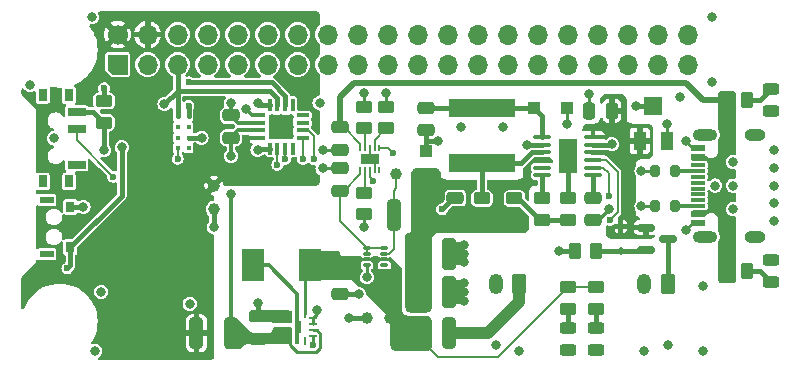
<source format=gbr>
%TF.GenerationSoftware,KiCad,Pcbnew,7.0.7*%
%TF.CreationDate,2023-09-16T21:48:38+03:00*%
%TF.ProjectId,picoups,7069636f-7570-4732-9e6b-696361645f70,1.1.0*%
%TF.SameCoordinates,Original*%
%TF.FileFunction,Copper,L4,Bot*%
%TF.FilePolarity,Positive*%
%FSLAX46Y46*%
G04 Gerber Fmt 4.6, Leading zero omitted, Abs format (unit mm)*
G04 Created by KiCad (PCBNEW 7.0.7) date 2023-09-16 21:48:38*
%MOMM*%
%LPD*%
G01*
G04 APERTURE LIST*
G04 Aperture macros list*
%AMRoundRect*
0 Rectangle with rounded corners*
0 $1 Rounding radius*
0 $2 $3 $4 $5 $6 $7 $8 $9 X,Y pos of 4 corners*
0 Add a 4 corners polygon primitive as box body*
4,1,4,$2,$3,$4,$5,$6,$7,$8,$9,$2,$3,0*
0 Add four circle primitives for the rounded corners*
1,1,$1+$1,$2,$3*
1,1,$1+$1,$4,$5*
1,1,$1+$1,$6,$7*
1,1,$1+$1,$8,$9*
0 Add four rect primitives between the rounded corners*
20,1,$1+$1,$2,$3,$4,$5,0*
20,1,$1+$1,$4,$5,$6,$7,0*
20,1,$1+$1,$6,$7,$8,$9,0*
20,1,$1+$1,$8,$9,$2,$3,0*%
%AMOutline5P*
0 Free polygon, 5 corners , with rotation*
0 The origin of the aperture is its center*
0 number of corners: always 5*
0 $1 to $10 corner X, Y*
0 $11 Rotation angle, in degrees counterclockwise*
0 create outline with 5 corners*
4,1,5,$1,$2,$3,$4,$5,$6,$7,$8,$9,$10,$1,$2,$11*%
%AMOutline6P*
0 Free polygon, 6 corners , with rotation*
0 The origin of the aperture is its center*
0 number of corners: always 6*
0 $1 to $12 corner X, Y*
0 $13 Rotation angle, in degrees counterclockwise*
0 create outline with 6 corners*
4,1,6,$1,$2,$3,$4,$5,$6,$7,$8,$9,$10,$11,$12,$1,$2,$13*%
%AMOutline7P*
0 Free polygon, 7 corners , with rotation*
0 The origin of the aperture is its center*
0 number of corners: always 7*
0 $1 to $14 corner X, Y*
0 $15 Rotation angle, in degrees counterclockwise*
0 create outline with 7 corners*
4,1,7,$1,$2,$3,$4,$5,$6,$7,$8,$9,$10,$11,$12,$13,$14,$1,$2,$15*%
%AMOutline8P*
0 Free polygon, 8 corners , with rotation*
0 The origin of the aperture is its center*
0 number of corners: always 8*
0 $1 to $16 corner X, Y*
0 $17 Rotation angle, in degrees counterclockwise*
0 create outline with 8 corners*
4,1,8,$1,$2,$3,$4,$5,$6,$7,$8,$9,$10,$11,$12,$13,$14,$15,$16,$1,$2,$17*%
%AMFreePoly0*
4,1,13,-0.487500,0.037500,-0.484645,0.051851,-0.476517,0.064017,-0.464351,0.072145,-0.450000,0.075000,0.450000,0.075000,0.464351,0.072145,0.476517,0.064017,0.484645,0.051851,0.487500,0.037500,0.487500,-0.075000,-0.487500,-0.075000,-0.487500,0.037500,-0.487500,0.037500,$1*%
G04 Aperture macros list end*
%TA.AperFunction,ComponentPad*%
%ADD10Outline5P,-0.850000X0.425000X-0.425000X0.850000X0.850000X0.850000X0.850000X-0.850000X-0.850000X-0.850000X90.000000*%
%TD*%
%TA.AperFunction,ComponentPad*%
%ADD11C,1.700000*%
%TD*%
%TA.AperFunction,ComponentPad*%
%ADD12O,1.700000X1.700000*%
%TD*%
%TA.AperFunction,SMDPad,CuDef*%
%ADD13RoundRect,0.050000X-0.285000X-0.100000X0.285000X-0.100000X0.285000X0.100000X-0.285000X0.100000X0*%
%TD*%
%TA.AperFunction,SMDPad,CuDef*%
%ADD14RoundRect,0.250000X0.475000X-0.250000X0.475000X0.250000X-0.475000X0.250000X-0.475000X-0.250000X0*%
%TD*%
%TA.AperFunction,SMDPad,CuDef*%
%ADD15R,5.700000X1.600000*%
%TD*%
%TA.AperFunction,SMDPad,CuDef*%
%ADD16RoundRect,0.243750X0.456250X-0.243750X0.456250X0.243750X-0.456250X0.243750X-0.456250X-0.243750X0*%
%TD*%
%TA.AperFunction,SMDPad,CuDef*%
%ADD17RoundRect,0.250000X-0.450000X0.262500X-0.450000X-0.262500X0.450000X-0.262500X0.450000X0.262500X0*%
%TD*%
%TA.AperFunction,SMDPad,CuDef*%
%ADD18RoundRect,0.100000X0.625000X0.100000X-0.625000X0.100000X-0.625000X-0.100000X0.625000X-0.100000X0*%
%TD*%
%TA.AperFunction,ComponentPad*%
%ADD19C,0.500000*%
%TD*%
%TA.AperFunction,SMDPad,CuDef*%
%ADD20R,1.650000X2.850000*%
%TD*%
%TA.AperFunction,SMDPad,CuDef*%
%ADD21R,1.100000X1.600000*%
%TD*%
%TA.AperFunction,SMDPad,CuDef*%
%ADD22R,1.600000X1.600000*%
%TD*%
%TA.AperFunction,SMDPad,CuDef*%
%ADD23RoundRect,0.250000X-0.325000X-1.100000X0.325000X-1.100000X0.325000X1.100000X-0.325000X1.100000X0*%
%TD*%
%TA.AperFunction,SMDPad,CuDef*%
%ADD24RoundRect,0.250000X0.262500X0.450000X-0.262500X0.450000X-0.262500X-0.450000X0.262500X-0.450000X0*%
%TD*%
%TA.AperFunction,SMDPad,CuDef*%
%ADD25RoundRect,0.087500X-0.425000X-0.087500X0.425000X-0.087500X0.425000X0.087500X-0.425000X0.087500X0*%
%TD*%
%TA.AperFunction,SMDPad,CuDef*%
%ADD26RoundRect,0.087500X-0.087500X-0.425000X0.087500X-0.425000X0.087500X0.425000X-0.087500X0.425000X0*%
%TD*%
%TA.AperFunction,SMDPad,CuDef*%
%ADD27R,2.100000X2.100000*%
%TD*%
%TA.AperFunction,SMDPad,CuDef*%
%ADD28C,1.000000*%
%TD*%
%TA.AperFunction,SMDPad,CuDef*%
%ADD29RoundRect,0.200000X-0.200000X-0.275000X0.200000X-0.275000X0.200000X0.275000X-0.200000X0.275000X0*%
%TD*%
%TA.AperFunction,SMDPad,CuDef*%
%ADD30RoundRect,0.250000X0.250000X0.475000X-0.250000X0.475000X-0.250000X-0.475000X0.250000X-0.475000X0*%
%TD*%
%TA.AperFunction,SMDPad,CuDef*%
%ADD31RoundRect,0.250000X-0.300000X-0.300000X0.300000X-0.300000X0.300000X0.300000X-0.300000X0.300000X0*%
%TD*%
%TA.AperFunction,SMDPad,CuDef*%
%ADD32RoundRect,0.250000X0.312500X1.075000X-0.312500X1.075000X-0.312500X-1.075000X0.312500X-1.075000X0*%
%TD*%
%TA.AperFunction,SMDPad,CuDef*%
%ADD33RoundRect,0.250000X0.450000X-0.262500X0.450000X0.262500X-0.450000X0.262500X-0.450000X-0.262500X0*%
%TD*%
%TA.AperFunction,SMDPad,CuDef*%
%ADD34RoundRect,0.250000X-0.475000X0.250000X-0.475000X-0.250000X0.475000X-0.250000X0.475000X0.250000X0*%
%TD*%
%TA.AperFunction,SMDPad,CuDef*%
%ADD35RoundRect,0.112500X-0.112500X0.187500X-0.112500X-0.187500X0.112500X-0.187500X0.112500X0.187500X0*%
%TD*%
%TA.AperFunction,SMDPad,CuDef*%
%ADD36RoundRect,0.250000X-0.300000X0.300000X-0.300000X-0.300000X0.300000X-0.300000X0.300000X0.300000X0*%
%TD*%
%TA.AperFunction,SMDPad,CuDef*%
%ADD37RoundRect,0.150000X-0.587500X-0.150000X0.587500X-0.150000X0.587500X0.150000X-0.587500X0.150000X0*%
%TD*%
%TA.AperFunction,SMDPad,CuDef*%
%ADD38R,0.200000X0.500000*%
%TD*%
%TA.AperFunction,SMDPad,CuDef*%
%ADD39R,1.500000X0.900000*%
%TD*%
%TA.AperFunction,ComponentPad*%
%ADD40RoundRect,0.250000X0.350000X0.625000X-0.350000X0.625000X-0.350000X-0.625000X0.350000X-0.625000X0*%
%TD*%
%TA.AperFunction,ComponentPad*%
%ADD41O,1.200000X1.750000*%
%TD*%
%TA.AperFunction,SMDPad,CuDef*%
%ADD42R,1.200000X0.600000*%
%TD*%
%TA.AperFunction,SMDPad,CuDef*%
%ADD43R,0.800000X0.900000*%
%TD*%
%TA.AperFunction,SMDPad,CuDef*%
%ADD44RoundRect,0.075000X-0.075000X0.475000X-0.075000X-0.475000X0.075000X-0.475000X0.075000X0.475000X0*%
%TD*%
%TA.AperFunction,SMDPad,CuDef*%
%ADD45FreePoly0,270.000000*%
%TD*%
%TA.AperFunction,SMDPad,CuDef*%
%ADD46RoundRect,0.075000X-0.075000X1.375000X-0.075000X-1.375000X0.075000X-1.375000X0.075000X1.375000X0*%
%TD*%
%TA.AperFunction,SMDPad,CuDef*%
%ADD47RoundRect,0.062500X-0.062500X0.237500X-0.062500X-0.237500X0.062500X-0.237500X0.062500X0.237500X0*%
%TD*%
%TA.AperFunction,SMDPad,CuDef*%
%ADD48RoundRect,0.062500X-0.237500X0.062500X-0.237500X-0.062500X0.237500X-0.062500X0.237500X0.062500X0*%
%TD*%
%TA.AperFunction,SMDPad,CuDef*%
%ADD49RoundRect,0.075000X-0.075000X0.650000X-0.075000X-0.650000X0.075000X-0.650000X0.075000X0.650000X0*%
%TD*%
%TA.AperFunction,SMDPad,CuDef*%
%ADD50R,0.420000X0.400000*%
%TD*%
%TA.AperFunction,SMDPad,CuDef*%
%ADD51R,1.150000X0.600000*%
%TD*%
%TA.AperFunction,SMDPad,CuDef*%
%ADD52R,1.150000X0.300000*%
%TD*%
%TA.AperFunction,ComponentPad*%
%ADD53O,1.800000X1.000000*%
%TD*%
%TA.AperFunction,ComponentPad*%
%ADD54O,2.100000X1.000000*%
%TD*%
%TA.AperFunction,SMDPad,CuDef*%
%ADD55RoundRect,0.243750X-0.456250X0.243750X-0.456250X-0.243750X0.456250X-0.243750X0.456250X0.243750X0*%
%TD*%
%TA.AperFunction,SMDPad,CuDef*%
%ADD56R,1.903000X2.790000*%
%TD*%
%TA.AperFunction,SMDPad,CuDef*%
%ADD57R,0.800000X1.000000*%
%TD*%
%TA.AperFunction,SMDPad,CuDef*%
%ADD58R,1.500000X0.700000*%
%TD*%
%TA.AperFunction,ViaPad*%
%ADD59C,0.800000*%
%TD*%
%TA.AperFunction,ViaPad*%
%ADD60C,0.600000*%
%TD*%
%TA.AperFunction,Conductor*%
%ADD61C,0.400000*%
%TD*%
%TA.AperFunction,Conductor*%
%ADD62C,0.250000*%
%TD*%
%TA.AperFunction,Conductor*%
%ADD63C,0.200000*%
%TD*%
%TA.AperFunction,Conductor*%
%ADD64C,0.350000*%
%TD*%
%TA.AperFunction,Conductor*%
%ADD65C,0.500000*%
%TD*%
%TA.AperFunction,Conductor*%
%ADD66C,1.000000*%
%TD*%
%TA.AperFunction,Conductor*%
%ADD67C,0.300000*%
%TD*%
G04 APERTURE END LIST*
D10*
%TO.P,J4,1,Pin_1*%
%TO.N,3v3*%
X99400000Y-96750000D03*
D11*
%TO.P,J4,2,Pin_2*%
%TO.N,5V*%
X99400000Y-94210000D03*
D12*
%TO.P,J4,3,Pin_3*%
%TO.N,SDA*%
X101940000Y-96750000D03*
%TO.P,J4,4,Pin_4*%
%TO.N,5V*%
X101940000Y-94210000D03*
%TO.P,J4,5,Pin_5*%
%TO.N,SCL*%
X104480000Y-96750000D03*
%TO.P,J4,6,Pin_6*%
%TO.N,GND*%
X104480000Y-94210000D03*
%TO.P,J4,7,Pin_7*%
%TO.N,unconnected-(J4-Pin_7-Pad7)*%
X107020000Y-96750000D03*
%TO.P,J4,8,Pin_8*%
%TO.N,unconnected-(J4-Pin_8-Pad8)*%
X107020000Y-94210000D03*
%TO.P,J4,9,Pin_9*%
%TO.N,GND*%
X109560000Y-96750000D03*
%TO.P,J4,10,Pin_10*%
%TO.N,unconnected-(J4-Pin_10-Pad10)*%
X109560000Y-94210000D03*
%TO.P,J4,11,Pin_11*%
%TO.N,unconnected-(J4-Pin_11-Pad11)*%
X112100000Y-96750000D03*
%TO.P,J4,12,Pin_12*%
%TO.N,unconnected-(J4-Pin_12-Pad12)*%
X112100000Y-94210000D03*
%TO.P,J4,13,Pin_13*%
%TO.N,unconnected-(J4-Pin_13-Pad13)*%
X114640000Y-96750000D03*
%TO.P,J4,14,Pin_14*%
%TO.N,GND*%
X114640000Y-94210000D03*
%TO.P,J4,15,Pin_15*%
%TO.N,unconnected-(J4-Pin_15-Pad15)*%
X117180000Y-96750000D03*
%TO.P,J4,16,Pin_16*%
%TO.N,unconnected-(J4-Pin_16-Pad16)*%
X117180000Y-94210000D03*
%TO.P,J4,17,Pin_17*%
%TO.N,unconnected-(J4-Pin_17-Pad17)*%
X119720000Y-96750000D03*
%TO.P,J4,18,Pin_18*%
%TO.N,unconnected-(J4-Pin_18-Pad18)*%
X119720000Y-94210000D03*
%TO.P,J4,19,Pin_19*%
%TO.N,unconnected-(J4-Pin_19-Pad19)*%
X122260000Y-96750000D03*
%TO.P,J4,20,Pin_20*%
%TO.N,GND*%
X122260000Y-94210000D03*
%TO.P,J4,21,Pin_21*%
%TO.N,unconnected-(J4-Pin_21-Pad21)*%
X124800000Y-96750000D03*
%TO.P,J4,22,Pin_22*%
%TO.N,unconnected-(J4-Pin_22-Pad22)*%
X124800000Y-94210000D03*
%TO.P,J4,23,Pin_23*%
%TO.N,unconnected-(J4-Pin_23-Pad23)*%
X127340000Y-96750000D03*
%TO.P,J4,24,Pin_24*%
%TO.N,unconnected-(J4-Pin_24-Pad24)*%
X127340000Y-94210000D03*
%TO.P,J4,25,Pin_25*%
%TO.N,GND*%
X129880000Y-96750000D03*
%TO.P,J4,26,Pin_26*%
%TO.N,unconnected-(J4-Pin_26-Pad26)*%
X129880000Y-94210000D03*
%TO.P,J4,27,Pin_27*%
%TO.N,unconnected-(J4-Pin_27-Pad27)*%
X132420000Y-96750000D03*
%TO.P,J4,28,Pin_28*%
%TO.N,unconnected-(J4-Pin_28-Pad28)*%
X132420000Y-94210000D03*
%TO.P,J4,29,Pin_29*%
%TO.N,unconnected-(J4-Pin_29-Pad29)*%
X134960000Y-96750000D03*
%TO.P,J4,30,Pin_30*%
%TO.N,GND*%
X134960000Y-94210000D03*
%TO.P,J4,31,Pin_31*%
%TO.N,unconnected-(J4-Pin_31-Pad31)*%
X137500000Y-96750000D03*
%TO.P,J4,32,Pin_32*%
%TO.N,unconnected-(J4-Pin_32-Pad32)*%
X137500000Y-94210000D03*
%TO.P,J4,33,Pin_33*%
%TO.N,unconnected-(J4-Pin_33-Pad33)*%
X140040000Y-96750000D03*
%TO.P,J4,34,Pin_34*%
%TO.N,GND*%
X140040000Y-94210000D03*
%TO.P,J4,35,Pin_35*%
%TO.N,unconnected-(J4-Pin_35-Pad35)*%
X142580000Y-96750000D03*
%TO.P,J4,36,Pin_36*%
%TO.N,unconnected-(J4-Pin_36-Pad36)*%
X142580000Y-94210000D03*
%TO.P,J4,37,Pin_37*%
%TO.N,Net-(J4-Pin_37)*%
X145120000Y-96750000D03*
%TO.P,J4,38,Pin_38*%
%TO.N,unconnected-(J4-Pin_38-Pad38)*%
X145120000Y-94210000D03*
%TO.P,J4,39,Pin_39*%
%TO.N,GND*%
X147660000Y-96750000D03*
%TO.P,J4,40,Pin_40*%
%TO.N,unconnected-(J4-Pin_40-Pad40)*%
X147660000Y-94210000D03*
%TD*%
D13*
%TO.P,U2,1,GND*%
%TO.N,GND*%
X120510000Y-113750000D03*
%TO.P,U2,2,VOUT*%
%TO.N,VBAT+*%
X120510000Y-113250000D03*
%TO.P,U2,3,VIN1*%
%TO.N,/Power Mux/USB*%
X120510000Y-112750000D03*
%TO.P,U2,4,PR1*%
X120510000Y-112250000D03*
%TO.P,U2,5,MODE*%
X121990000Y-112250000D03*
%TO.P,U2,6,VIN2*%
%TO.N,VBAT_SOL-*%
X121990000Y-112750000D03*
%TO.P,U2,7,VOUT*%
%TO.N,VBAT+*%
X121990000Y-113250000D03*
%TO.P,U2,8,ST*%
%TO.N,unconnected-(U2-ST-Pad8)*%
X121990000Y-113750000D03*
%TD*%
D14*
%TO.P,C2,1*%
%TO.N,VBAT_SOL+*%
X128000000Y-109950000D03*
%TO.P,C2,2*%
%TO.N,GND*%
X128000000Y-108050000D03*
%TD*%
D15*
%TO.P,L1,1,1*%
%TO.N,/Solar Panel Supply/SW*%
X130250000Y-100400000D03*
%TO.P,L1,2,2*%
%TO.N,/Solar Panel Supply/SENSE*%
X130250000Y-105100000D03*
%TD*%
D16*
%TO.P,D5,1,K*%
%TO.N,Net-(D5-K)*%
X139900000Y-120937500D03*
%TO.P,D5,2,A*%
%TO.N,Net-(D5-A)*%
X139900000Y-119062500D03*
%TD*%
D17*
%TO.P,R5,1*%
%TO.N,GND*%
X98250000Y-99837500D03*
%TO.P,R5,2*%
%TO.N,Net-(SW1-C)*%
X98250000Y-101662500D03*
%TD*%
D18*
%TO.P,U1,1,V_{IN}*%
%TO.N,/Solar Panel Supply/VIN*%
X139650000Y-102875000D03*
%TO.P,U1,2,V_{IN_REG}*%
%TO.N,VIN_REG*%
X139650000Y-103525000D03*
%TO.P,U1,3,~{SHDN}*%
%TO.N,/Solar Panel Supply/VIN*%
X139650000Y-104175000D03*
%TO.P,U1,4,~{CHRG}*%
%TO.N,/Solar Panel Supply/CHRG*%
X139650000Y-104825000D03*
%TO.P,U1,5,~{FAULT}*%
%TO.N,/Solar Panel Supply/FAULT*%
X139650000Y-105475000D03*
%TO.P,U1,6,TIMER*%
%TO.N,Net-(U1-TIMER)*%
X139650000Y-106125000D03*
%TO.P,U1,7,V_{FB}*%
%TO.N,Net-(U1-V_{FB})*%
X135350000Y-106125000D03*
%TO.P,U1,8,NTC*%
%TO.N,unconnected-(U1-NTC-Pad8)*%
X135350000Y-105475000D03*
%TO.P,U1,9,BAT*%
%TO.N,VBAT_SOL+*%
X135350000Y-104825000D03*
%TO.P,U1,10,SENSE*%
%TO.N,/Solar Panel Supply/SENSE*%
X135350000Y-104175000D03*
%TO.P,U1,11,BOOST*%
%TO.N,/Solar Panel Supply/BOOST*%
X135350000Y-103525000D03*
%TO.P,U1,12,SW*%
%TO.N,/Solar Panel Supply/SW*%
X135350000Y-102875000D03*
D19*
%TO.P,U1,13,GND*%
%TO.N,GND*%
X138000000Y-105500000D03*
X138000000Y-104500000D03*
X138000000Y-103500000D03*
D20*
X137500000Y-104500000D03*
D19*
X137000000Y-105500000D03*
X137000000Y-104500000D03*
X137000000Y-103500000D03*
%TD*%
D21*
%TO.P,RV1,1,1*%
%TO.N,/Solar Panel Supply/VIN*%
X143600000Y-103200000D03*
D22*
%TO.P,RV1,2,2*%
%TO.N,VIN_REG*%
X144750000Y-100300000D03*
D21*
%TO.P,RV1,3,3*%
%TO.N,GND*%
X145900000Y-103200000D03*
%TD*%
D23*
%TO.P,C3,1*%
%TO.N,VBAT_SOL+*%
X124525000Y-112750000D03*
%TO.P,C3,2*%
%TO.N,GND*%
X127475000Y-112750000D03*
%TD*%
D24*
%TO.P,R12,1*%
%TO.N,Net-(D3-A)*%
X139912500Y-112550000D03*
%TO.P,R12,2*%
%TO.N,GND*%
X138087500Y-112550000D03*
%TD*%
D25*
%TO.P,U5,1,IN-3*%
%TO.N,5V*%
X111387500Y-102975000D03*
%TO.P,U5,2,IN+3*%
%TO.N,5V+*%
X111387500Y-102325000D03*
%TO.P,U5,3,GND*%
%TO.N,GND*%
X111387500Y-101675000D03*
%TO.P,U5,4,VS*%
%TO.N,5V+*%
X111387500Y-101025000D03*
D26*
%TO.P,U5,5,A0*%
%TO.N,GND*%
X112275000Y-100137500D03*
%TO.P,U5,6,SCL*%
%TO.N,SCL*%
X112925000Y-100137500D03*
%TO.P,U5,7,SDA*%
%TO.N,SDA*%
X113575000Y-100137500D03*
%TO.P,U5,8,WARNING*%
%TO.N,unconnected-(U5-WARNING-Pad8)*%
X114225000Y-100137500D03*
D25*
%TO.P,U5,9,CRITICAL*%
%TO.N,unconnected-(U5-CRITICAL-Pad9)*%
X115112500Y-101025000D03*
%TO.P,U5,10,PV*%
%TO.N,unconnected-(U5-PV-Pad10)*%
X115112500Y-101675000D03*
%TO.P,U5,11,IN-1*%
%TO.N,VBAT_SOL-*%
X115112500Y-102325000D03*
%TO.P,U5,12,IN+1*%
%TO.N,VBAT_SOL+*%
X115112500Y-102975000D03*
D26*
%TO.P,U5,13,TC*%
%TO.N,unconnected-(U5-TC-Pad13)*%
X114225000Y-103862500D03*
%TO.P,U5,14,IN-2*%
%TO.N,VBAT-*%
X113575000Y-103862500D03*
%TO.P,U5,15,IN+2*%
%TO.N,VBAT+*%
X112925000Y-103862500D03*
%TO.P,U5,16,VPU*%
%TO.N,GND*%
X112275000Y-103862500D03*
D19*
%TO.P,U5,17,EP*%
X112450000Y-101200000D03*
X112450000Y-102000000D03*
X112450000Y-102800000D03*
X113250000Y-101200000D03*
X113250000Y-102000000D03*
D27*
X113250000Y-102000000D03*
D19*
X113250000Y-102800000D03*
X114050000Y-101200000D03*
X114050000Y-102000000D03*
X114050000Y-102800000D03*
%TD*%
D28*
%TO.P,TP6,1,1*%
%TO.N,VBAT+*%
X122500000Y-118250000D03*
%TD*%
D14*
%TO.P,C10,1*%
%TO.N,/Power Mux/USB*%
X118250000Y-107450000D03*
%TO.P,C10,2*%
%TO.N,GND*%
X118250000Y-105550000D03*
%TD*%
D29*
%TO.P,R13,1*%
%TO.N,GND*%
X144925000Y-105750000D03*
%TO.P,R13,2*%
%TO.N,Net-(J3-CC1)*%
X146575000Y-105750000D03*
%TD*%
D14*
%TO.P,C8,1*%
%TO.N,5V+*%
X111250000Y-119950000D03*
%TO.P,C8,2*%
%TO.N,GND*%
X111250000Y-118050000D03*
%TD*%
D16*
%TO.P,D7,1,K*%
%TO.N,Net-(D7-K)*%
X154750000Y-100687500D03*
%TO.P,D7,2,A*%
%TO.N,Net-(D7-A)*%
X154750000Y-98812500D03*
%TD*%
D28*
%TO.P,TP3,1,1*%
%TO.N,5V*%
X107550000Y-107000000D03*
%TD*%
D17*
%TO.P,R7,1*%
%TO.N,GND*%
X122150000Y-100337500D03*
%TO.P,R7,2*%
%TO.N,Net-(U4-PRE-TERM)*%
X122150000Y-102162500D03*
%TD*%
D30*
%TO.P,C1,1*%
%TO.N,/Solar Panel Supply/VIN*%
X141244916Y-100670000D03*
%TO.P,C1,2*%
%TO.N,GND*%
X139344916Y-100670000D03*
%TD*%
D31*
%TO.P,D1,1,K*%
%TO.N,/Solar Panel Supply/SW*%
X134644916Y-100400000D03*
%TO.P,D1,2,A*%
%TO.N,GND*%
X137444916Y-100400000D03*
%TD*%
D17*
%TO.P,R6,1*%
%TO.N,GND*%
X120250000Y-100337500D03*
%TO.P,R6,2*%
%TO.N,Net-(U4-ISET)*%
X120250000Y-102162500D03*
%TD*%
D32*
%TO.P,R11,1*%
%TO.N,5V+*%
X109000000Y-119500000D03*
%TO.P,R11,2*%
%TO.N,5V*%
X106075000Y-119500000D03*
%TD*%
D17*
%TO.P,R1,1*%
%TO.N,/Solar Panel Supply/SENSE*%
X130250000Y-108087500D03*
%TO.P,R1,2*%
%TO.N,VBAT_SOL+*%
X130250000Y-109912500D03*
%TD*%
D33*
%TO.P,R8,1*%
%TO.N,GND*%
X120250000Y-109412500D03*
%TO.P,R8,2*%
%TO.N,Net-(U4-TS)*%
X120250000Y-107587500D03*
%TD*%
D34*
%TO.P,C6,1*%
%TO.N,Net-(U1-TIMER)*%
X139650000Y-108050000D03*
%TO.P,C6,2*%
%TO.N,GND*%
X139650000Y-109950000D03*
%TD*%
D32*
%TO.P,R9,1*%
%TO.N,VBAT_SOL+*%
X125712500Y-109500000D03*
%TO.P,R9,2*%
%TO.N,VBAT_SOL-*%
X122787500Y-109500000D03*
%TD*%
D14*
%TO.P,C9,1*%
%TO.N,GND*%
X118250000Y-103950000D03*
%TO.P,C9,2*%
%TO.N,USB_5V*%
X118250000Y-102050000D03*
%TD*%
D33*
%TO.P,R17,1*%
%TO.N,Net-(D5-A)*%
X139900000Y-117412500D03*
%TO.P,R17,2*%
%TO.N,VBAT+*%
X139900000Y-115587500D03*
%TD*%
D17*
%TO.P,R3,1*%
%TO.N,Net-(U1-V_{FB})*%
X135350000Y-108087500D03*
%TO.P,R3,2*%
%TO.N,Net-(R2-Pad1)*%
X135350000Y-109912500D03*
%TD*%
D35*
%TO.P,D3,1,K*%
%TO.N,/Solar Panel Supply/VIN*%
X142000000Y-110450000D03*
%TO.P,D3,2,A*%
%TO.N,Net-(D3-A)*%
X142000000Y-112550000D03*
%TD*%
D36*
%TO.P,D2,1,K*%
%TO.N,/Solar Panel Supply/BOOST*%
X125500000Y-104100000D03*
%TO.P,D2,2,A*%
%TO.N,VBAT_SOL+*%
X125500000Y-106900000D03*
%TD*%
D37*
%TO.P,Q1,1,G*%
%TO.N,Net-(D3-A)*%
X144125000Y-112450000D03*
%TO.P,Q1,2,S*%
%TO.N,/Solar Panel Supply/VIN*%
X144125000Y-110550000D03*
%TO.P,Q1,3,D*%
%TO.N,Net-(J1-Pin_1)*%
X146000000Y-111500000D03*
%TD*%
D34*
%TO.P,C5,1*%
%TO.N,/Solar Panel Supply/SW*%
X125500000Y-100400000D03*
%TO.P,C5,2*%
%TO.N,/Solar Panel Supply/BOOST*%
X125500000Y-102300000D03*
%TD*%
D38*
%TO.P,U4,1,IN*%
%TO.N,USB_5V*%
X119950000Y-103800000D03*
%TO.P,U4,2,ISET*%
%TO.N,Net-(U4-ISET)*%
X120350000Y-103800000D03*
%TO.P,U4,3,VSS*%
%TO.N,GND*%
X120750000Y-103800000D03*
D19*
X121250000Y-104750000D03*
D39*
X120750000Y-104750000D03*
D19*
X120250000Y-104750000D03*
D38*
%TO.P,U4,4,PRE-TERM*%
%TO.N,Net-(U4-PRE-TERM)*%
X121150000Y-103800000D03*
%TO.P,U4,5,~{PG}*%
%TO.N,/Status LEDs/USB_PWRGD*%
X121550000Y-103800000D03*
%TO.P,U4,6,NC*%
%TO.N,unconnected-(U4-NC-Pad6)*%
X121550000Y-105700000D03*
%TO.P,U4,7,ISET2*%
%TO.N,GND*%
X121150000Y-105700000D03*
%TO.P,U4,8,~{CHG}*%
%TO.N,/Status LEDs/USB_CHRG*%
X120750000Y-105700000D03*
%TO.P,U4,9,TS*%
%TO.N,Net-(U4-TS)*%
X120350000Y-105700000D03*
%TO.P,U4,10,OUT*%
%TO.N,/Power Mux/USB*%
X119950000Y-105700000D03*
%TD*%
D33*
%TO.P,R16,1*%
%TO.N,Net-(D4-A)*%
X137500000Y-117412500D03*
%TO.P,R16,2*%
%TO.N,VBAT+*%
X137500000Y-115587500D03*
%TD*%
D40*
%TO.P,J1,1,Pin_1*%
%TO.N,Net-(J1-Pin_1)*%
X146000000Y-115300000D03*
D41*
%TO.P,J1,2,Pin_2*%
%TO.N,GND*%
X144000000Y-115300000D03*
%TD*%
D42*
%TO.P,SW2,*%
%TO.N,*%
X93400000Y-108200000D03*
X93400000Y-112800000D03*
D43*
%TO.P,SW2,1,1*%
%TO.N,GND*%
X95400000Y-108800000D03*
%TO.P,SW2,2,2*%
%TO.N,SCL*%
X95400000Y-112200000D03*
%TD*%
D17*
%TO.P,R2,1*%
%TO.N,Net-(R2-Pad1)*%
X133000000Y-108087500D03*
%TO.P,R2,2*%
%TO.N,VBAT_SOL+*%
X133000000Y-109912500D03*
%TD*%
D24*
%TO.P,R18,1*%
%TO.N,Net-(D6-A)*%
X152662500Y-114250000D03*
%TO.P,R18,2*%
%TO.N,USB_5V*%
X150837500Y-114250000D03*
%TD*%
D44*
%TO.P,U3,1,PGND*%
%TO.N,GND*%
X113980000Y-118100000D03*
D45*
%TO.P,U3,2,SW*%
%TO.N,Net-(U3-SW)*%
X114825000Y-119000000D03*
D46*
X114600000Y-119000000D03*
D47*
%TO.P,U3,3,VIN*%
%TO.N,VBAT+*%
X115225000Y-117850000D03*
D48*
%TO.P,U3,4,CC*%
%TO.N,GND*%
X115900000Y-118250000D03*
%TO.P,U3,5,AGND*%
X115900000Y-118750000D03*
%TO.P,U3,6,FB*%
%TO.N,5V+*%
X115900000Y-119250000D03*
%TO.P,U3,7,EN*%
%TO.N,Net-(SW1-C)*%
X115900000Y-119750000D03*
D47*
%TO.P,U3,8,INACT*%
%TO.N,unconnected-(U3-INACT-Pad8)*%
X115225000Y-120150000D03*
D49*
%TO.P,U3,9,VOUT*%
%TO.N,5V+*%
X113980000Y-119725000D03*
%TD*%
D32*
%TO.P,R10,1*%
%TO.N,VBAT-*%
X127462500Y-119500000D03*
%TO.P,R10,2*%
%TO.N,VBAT+*%
X124537500Y-119500000D03*
%TD*%
D50*
%TO.P,U6,1,SDA*%
%TO.N,SDA*%
X105400000Y-101150000D03*
%TO.P,U6,2,SQW*%
%TO.N,unconnected-(U6-SQW-Pad2)*%
X105400000Y-102050000D03*
%TO.P,U6,3,VSS*%
%TO.N,GND*%
X105400000Y-102950000D03*
%TO.P,U6,4,NC*%
%TO.N,unconnected-(U6-NC-Pad4)*%
X105400000Y-103850000D03*
%TO.P,U6,5,VCC*%
%TO.N,VBAT+*%
X104480000Y-103850000D03*
%TO.P,U6,6,~{IRQ}/OUT*%
%TO.N,unconnected-(U6-~{IRQ}{slash}OUT-Pad6)*%
X104480000Y-102950000D03*
%TO.P,U6,7,NC*%
%TO.N,unconnected-(U6-NC-Pad7)*%
X104480000Y-102050000D03*
%TO.P,U6,8,SCL*%
%TO.N,SCL*%
X104480000Y-101150000D03*
%TD*%
D16*
%TO.P,D4,1,K*%
%TO.N,Net-(D4-K)*%
X137500000Y-120937500D03*
%TO.P,D4,2,A*%
%TO.N,Net-(D4-A)*%
X137500000Y-119062500D03*
%TD*%
D29*
%TO.P,R14,1*%
%TO.N,GND*%
X144925000Y-108750000D03*
%TO.P,R14,2*%
%TO.N,Net-(J3-CC2)*%
X146575000Y-108750000D03*
%TD*%
D51*
%TO.P,J3,A1,GND*%
%TO.N,GND*%
X148570000Y-103800000D03*
%TO.P,J3,A4,VBUS*%
%TO.N,USB_5V*%
X148570000Y-104600000D03*
D52*
%TO.P,J3,A5,CC1*%
%TO.N,Net-(J3-CC1)*%
X148570000Y-105750000D03*
%TO.P,J3,A6,D+*%
%TO.N,unconnected-(J3-D+-PadA6)*%
X148570000Y-106750000D03*
%TO.P,J3,A7,D-*%
%TO.N,unconnected-(J3-D--PadA7)*%
X148570000Y-107250000D03*
%TO.P,J3,A8,SBU1*%
%TO.N,unconnected-(J3-SBU1-PadA8)*%
X148570000Y-108250000D03*
D51*
%TO.P,J3,A9,VBUS*%
%TO.N,USB_5V*%
X148570000Y-109400000D03*
%TO.P,J3,A12,GND*%
%TO.N,GND*%
X148570000Y-110200000D03*
%TO.P,J3,B1,GND*%
X148570000Y-110200000D03*
%TO.P,J3,B4,VBUS*%
%TO.N,USB_5V*%
X148570000Y-109400000D03*
D52*
%TO.P,J3,B5,CC2*%
%TO.N,Net-(J3-CC2)*%
X148570000Y-108750000D03*
%TO.P,J3,B6,D+*%
%TO.N,unconnected-(J3-D+-PadB6)*%
X148570000Y-107750000D03*
%TO.P,J3,B7,D-*%
%TO.N,unconnected-(J3-D--PadB7)*%
X148570000Y-106250000D03*
%TO.P,J3,B8,SBU2*%
%TO.N,unconnected-(J3-SBU2-PadB8)*%
X148570000Y-105250000D03*
D51*
%TO.P,J3,B9,VBUS*%
%TO.N,USB_5V*%
X148570000Y-104600000D03*
%TO.P,J3,B12,GND*%
%TO.N,GND*%
X148570000Y-103800000D03*
D53*
%TO.P,J3,S1,SHIELD*%
%TO.N,unconnected-(J3-SHIELD-PadS1)*%
X153325000Y-102680000D03*
D54*
X149145000Y-102680000D03*
D53*
X153325000Y-111320000D03*
D54*
X149145000Y-111320000D03*
%TD*%
D28*
%TO.P,TP4,1,1*%
%TO.N,GND*%
X107550000Y-109000000D03*
%TD*%
D55*
%TO.P,D6,1,K*%
%TO.N,Net-(D6-K)*%
X154750000Y-113312500D03*
%TO.P,D6,2,A*%
%TO.N,Net-(D6-A)*%
X154750000Y-115187500D03*
%TD*%
D14*
%TO.P,C11,1*%
%TO.N,5V+*%
X109000000Y-102950000D03*
%TO.P,C11,2*%
%TO.N,GND*%
X109000000Y-101050000D03*
%TD*%
D23*
%TO.P,C4,1*%
%TO.N,VBAT_SOL+*%
X124525000Y-116000000D03*
%TO.P,C4,2*%
%TO.N,GND*%
X127475000Y-116000000D03*
%TD*%
D28*
%TO.P,TP8,1,1*%
%TO.N,VBAT_SOL-*%
X123000000Y-106000000D03*
%TD*%
D56*
%TO.P,L2,1,1*%
%TO.N,VBAT+*%
X115676500Y-113750000D03*
%TO.P,L2,2,2*%
%TO.N,Net-(U3-SW)*%
X110823500Y-113750000D03*
%TD*%
D28*
%TO.P,TP5,1,1*%
%TO.N,GND*%
X120500000Y-118250000D03*
%TD*%
D40*
%TO.P,J2,1,Pin_1*%
%TO.N,VBAT-*%
X133400000Y-115300000D03*
D41*
%TO.P,J2,2,Pin_2*%
%TO.N,GND*%
X131400000Y-115300000D03*
%TD*%
D34*
%TO.P,C7,1*%
%TO.N,VBAT+*%
X118250000Y-114300000D03*
%TO.P,C7,2*%
%TO.N,GND*%
X118250000Y-116200000D03*
%TD*%
D24*
%TO.P,R19,1*%
%TO.N,Net-(D7-A)*%
X152662500Y-99750000D03*
%TO.P,R19,2*%
%TO.N,USB_5V*%
X150837500Y-99750000D03*
%TD*%
D33*
%TO.P,R4,1*%
%TO.N,Net-(R2-Pad1)*%
X137500000Y-109912500D03*
%TO.P,R4,2*%
%TO.N,GND*%
X137500000Y-108087500D03*
%TD*%
D57*
%TO.P,SW1,*%
%TO.N,*%
X93070000Y-106650000D03*
X95280000Y-106650000D03*
X93070000Y-99350000D03*
X95280000Y-99350000D03*
D58*
%TO.P,SW1,1,A*%
%TO.N,unconnected-(SW1-A-Pad1)*%
X95930000Y-105250000D03*
%TO.P,SW1,2,B*%
%TO.N,VBAT+*%
X95930000Y-102250000D03*
%TO.P,SW1,3,C*%
%TO.N,Net-(SW1-C)*%
X95930000Y-100750000D03*
%TD*%
D59*
%TO.N,GND*%
X119800000Y-116200000D03*
X111250000Y-116900000D03*
X122150000Y-99149500D03*
D60*
X126874500Y-109000000D03*
D59*
X150000000Y-107000000D03*
X149000000Y-115500000D03*
X128750000Y-116000000D03*
X155000000Y-107000000D03*
X120500000Y-114750000D03*
X92000000Y-98500000D03*
X151500000Y-107000000D03*
X131400000Y-120500000D03*
X147000000Y-99500000D03*
X109000000Y-100000000D03*
X120250000Y-110500000D03*
X141000000Y-109000000D03*
X151500000Y-109000000D03*
X116500000Y-100000000D03*
X155000000Y-105500000D03*
X144000000Y-121000000D03*
X97250000Y-92750000D03*
X107550000Y-110500000D03*
X137444916Y-101750000D03*
X96500000Y-108800000D03*
X147500000Y-103250000D03*
X149750000Y-98250000D03*
X105500000Y-117000000D03*
X120250000Y-99149500D03*
X113200000Y-118100000D03*
X155000000Y-110000000D03*
X128750000Y-112750000D03*
X139344916Y-99250000D03*
X128750000Y-113500000D03*
X98000000Y-116000000D03*
X136750000Y-112550000D03*
X155000000Y-104000000D03*
X94000000Y-103000000D03*
X116250000Y-117500000D03*
X147500000Y-110750000D03*
X132000000Y-102000000D03*
X151500000Y-105000000D03*
X128750000Y-115250000D03*
X128750000Y-116750000D03*
X145900000Y-101750000D03*
X106500000Y-102950000D03*
X146000000Y-120500000D03*
X97500000Y-121000000D03*
X149750000Y-92750000D03*
X143750000Y-105750000D03*
X143750000Y-108750000D03*
X133400000Y-121000000D03*
X149000000Y-121000000D03*
X111250000Y-104000000D03*
X111250000Y-100000000D03*
X116750000Y-105550000D03*
X155000000Y-108500000D03*
X119000000Y-118250000D03*
X116750000Y-103950000D03*
D60*
X98250000Y-98750000D03*
D59*
X128500000Y-102000000D03*
X128750000Y-112000000D03*
D60*
%TO.N,VBAT_SOL+*%
X115112500Y-104750000D03*
D59*
X125712500Y-109500000D03*
%TO.N,/Solar Panel Supply/BOOST*%
X134025000Y-103525000D03*
X126500000Y-103250000D03*
D60*
%TO.N,VBAT+*%
X104480000Y-104730000D03*
X112925000Y-105250000D03*
X124537500Y-119500000D03*
X99000000Y-106250000D03*
D59*
%TO.N,5V+*%
X109000000Y-107750000D03*
X110267217Y-100493335D03*
X109000000Y-104500000D03*
D60*
%TO.N,Net-(D4-K)*%
X137400000Y-120650000D03*
%TO.N,Net-(D5-K)*%
X140000000Y-120650000D03*
D59*
%TO.N,Net-(D6-K)*%
X154750000Y-113312500D03*
%TO.N,Net-(D7-K)*%
X154750000Y-100687500D03*
D60*
%TO.N,VBAT-*%
X113575000Y-104750000D03*
X127462500Y-119500000D03*
%TO.N,SDA*%
X105400000Y-98250000D03*
X105400000Y-100250000D03*
%TO.N,SCL*%
X95150000Y-114000000D03*
D59*
X103365000Y-100115000D03*
X99750000Y-103750000D03*
D60*
%TO.N,/Solar Panel Supply/FAULT*%
X141000000Y-107849500D03*
%TO.N,/Solar Panel Supply/CHRG*%
X141110393Y-109892702D03*
%TO.N,/Status LEDs/USB_CHRG*%
X121043606Y-106584583D03*
%TO.N,/Status LEDs/USB_PWRGD*%
X122725000Y-104275000D03*
D59*
%TO.N,Net-(SW1-C)*%
X98250000Y-104000000D03*
D60*
X115925000Y-120497372D03*
%TO.N,VBAT_SOL-*%
X116000000Y-104750000D03*
D59*
X122787500Y-109500000D03*
%TO.N,VIN_REG*%
X141250000Y-103500000D03*
X143250000Y-100250000D03*
%TD*%
D61*
%TO.N,GND*%
X111250000Y-116900000D02*
X111250000Y-118050000D01*
X136750000Y-112550000D02*
X138087500Y-112550000D01*
D62*
X148050000Y-110200000D02*
X147500000Y-110750000D01*
X116750000Y-103950000D02*
X118250000Y-103950000D01*
D61*
X137500000Y-108087500D02*
X137500000Y-104500000D01*
D62*
X120500000Y-114750000D02*
X120510000Y-114740000D01*
X137444916Y-101750000D02*
X137444916Y-100400000D01*
X140050000Y-109950000D02*
X141000000Y-109000000D01*
D61*
X111387500Y-100137500D02*
X111250000Y-100000000D01*
D62*
X120250000Y-110500000D02*
X120250000Y-109412500D01*
D63*
X121150000Y-105150000D02*
X120750000Y-104750000D01*
D62*
X144925000Y-108750000D02*
X143750000Y-108750000D01*
X148050000Y-103800000D02*
X148570000Y-103800000D01*
X115900000Y-118250000D02*
X115900000Y-118725000D01*
X116250000Y-117900000D02*
X115900000Y-118250000D01*
D61*
X112275000Y-103862500D02*
X111387500Y-103862500D01*
D64*
X109000000Y-101050000D02*
X109000000Y-100000000D01*
D62*
X144925000Y-105750000D02*
X143750000Y-105750000D01*
X120250000Y-100337500D02*
X120250000Y-99149500D01*
D61*
X112275000Y-100137500D02*
X111387500Y-100137500D01*
D62*
X145900000Y-101750000D02*
X145900000Y-103200000D01*
D61*
X120500000Y-118250000D02*
X119000000Y-118250000D01*
D63*
X120750000Y-103800000D02*
X120750000Y-104750000D01*
D62*
X147500000Y-103250000D02*
X148050000Y-103800000D01*
D61*
X127824500Y-108050000D02*
X128000000Y-108050000D01*
D62*
X116750000Y-105550000D02*
X118250000Y-105550000D01*
D61*
X105400000Y-102950000D02*
X106500000Y-102950000D01*
D62*
X122150000Y-99149500D02*
X122150000Y-100337500D01*
D64*
X109625000Y-101675000D02*
X109000000Y-101050000D01*
D62*
X139344916Y-100670000D02*
X139344916Y-99250000D01*
D61*
X111387500Y-103862500D02*
X111250000Y-104000000D01*
X96500000Y-108800000D02*
X95400000Y-108800000D01*
D62*
X116250000Y-117500000D02*
X116250000Y-117900000D01*
D61*
X98250000Y-98750000D02*
X98250000Y-99837500D01*
D62*
X148570000Y-110200000D02*
X148050000Y-110200000D01*
X139650000Y-109950000D02*
X140050000Y-109950000D01*
D64*
X111387500Y-101675000D02*
X109625000Y-101675000D01*
D63*
X121150000Y-105700000D02*
X121150000Y-105150000D01*
D61*
X107550000Y-109000000D02*
X107550000Y-110500000D01*
D62*
X120510000Y-114740000D02*
X120510000Y-113800000D01*
D61*
X126874500Y-109000000D02*
X127824500Y-108050000D01*
X119800000Y-116200000D02*
X118250000Y-116200000D01*
D63*
%TO.N,VBAT_SOL+*%
X115112500Y-104750000D02*
X115112500Y-102975000D01*
D61*
%TO.N,/Solar Panel Supply/SW*%
X134644916Y-100400000D02*
X130250000Y-100400000D01*
X135350000Y-102875000D02*
X135350000Y-101105084D01*
X125500000Y-100400000D02*
X130250000Y-100400000D01*
X135350000Y-101105084D02*
X134644916Y-100400000D01*
%TO.N,/Solar Panel Supply/BOOST*%
X125500000Y-103250000D02*
X125500000Y-102300000D01*
X125500000Y-104100000D02*
X125500000Y-103250000D01*
X134025000Y-103525000D02*
X135350000Y-103525000D01*
X126500000Y-103250000D02*
X125500000Y-103250000D01*
%TO.N,Net-(U1-TIMER)*%
X139650000Y-108050000D02*
X139650000Y-106125000D01*
D63*
%TO.N,VBAT+*%
X131587500Y-121500000D02*
X126537500Y-121500000D01*
X112925000Y-105250000D02*
X112925000Y-103862500D01*
D62*
X115225000Y-117850000D02*
X115225000Y-114201500D01*
D63*
X137500000Y-115587500D02*
X131587500Y-121500000D01*
X104480000Y-104730000D02*
X104480000Y-103850000D01*
D62*
X115225000Y-114201500D02*
X115676500Y-113750000D01*
D63*
X139900000Y-115587500D02*
X137500000Y-115587500D01*
X95930000Y-103180000D02*
X95930000Y-102250000D01*
X126537500Y-121500000D02*
X124537500Y-119500000D01*
X99000000Y-106250000D02*
X95930000Y-103180000D01*
D62*
%TO.N,5V+*%
X116550000Y-120756256D02*
X116550000Y-119551992D01*
D64*
X109000000Y-102950000D02*
X109000000Y-104500000D01*
X110267217Y-100493335D02*
X110798882Y-101025000D01*
X111387500Y-102325000D02*
X109625000Y-102325000D01*
D62*
X116550000Y-119551992D02*
X116248008Y-119250000D01*
D64*
X109000000Y-107750000D02*
X109000000Y-119500000D01*
D62*
X114600621Y-121122372D02*
X116183884Y-121122372D01*
X116248008Y-119250000D02*
X115900000Y-119250000D01*
D64*
X110798882Y-101025000D02*
X111387500Y-101025000D01*
D62*
X116183884Y-121122372D02*
X116550000Y-120756256D01*
X113980000Y-119725000D02*
X113980000Y-120501751D01*
D64*
X109625000Y-102325000D02*
X109000000Y-102950000D01*
D62*
X113980000Y-120501751D02*
X114600621Y-121122372D01*
D63*
%TO.N,USB_5V*%
X118550000Y-102050000D02*
X119950000Y-103450000D01*
D65*
X119450000Y-98300000D02*
X118250000Y-99500000D01*
X147550000Y-98300000D02*
X119450000Y-98300000D01*
X149000000Y-99750000D02*
X147550000Y-98300000D01*
X118250000Y-99500000D02*
X118250000Y-102050000D01*
D63*
X119950000Y-103450000D02*
X119950000Y-103800000D01*
D65*
X150837500Y-99750000D02*
X149000000Y-99750000D01*
D63*
X118250000Y-102050000D02*
X118550000Y-102050000D01*
%TO.N,/Power Mux/USB*%
X119950000Y-106050000D02*
X118550000Y-107450000D01*
X118250000Y-107450000D02*
X118250000Y-109990000D01*
X120510000Y-112250000D02*
X120510000Y-112750000D01*
X120510000Y-112250000D02*
X121990000Y-112250000D01*
X119950000Y-105700000D02*
X119950000Y-106050000D01*
X118250000Y-109990000D02*
X120510000Y-112250000D01*
X118550000Y-107450000D02*
X118250000Y-107450000D01*
D61*
%TO.N,Net-(D3-A)*%
X142000000Y-112550000D02*
X139912500Y-112550000D01*
X144025000Y-112550000D02*
X142000000Y-112550000D01*
X144125000Y-112450000D02*
X144025000Y-112550000D01*
%TO.N,Net-(D4-A)*%
X137500000Y-117412500D02*
X137500000Y-119062500D01*
%TO.N,Net-(D5-A)*%
X139900000Y-117412500D02*
X139900000Y-119062500D01*
%TO.N,Net-(D6-A)*%
X153812500Y-114250000D02*
X152662500Y-114250000D01*
X154750000Y-115187500D02*
X153812500Y-114250000D01*
%TO.N,Net-(D7-A)*%
X152662500Y-99750000D02*
X153812500Y-99750000D01*
X153812500Y-99750000D02*
X154750000Y-98812500D01*
%TO.N,Net-(J1-Pin_1)*%
X146000000Y-115300000D02*
X146000000Y-111500000D01*
D66*
%TO.N,VBAT-*%
X133400000Y-116850000D02*
X133400000Y-115300000D01*
X127462500Y-119500000D02*
X130750000Y-119500000D01*
X130750000Y-119500000D02*
X133400000Y-116850000D01*
D63*
X113575000Y-104750000D02*
X113575000Y-103862500D01*
D67*
%TO.N,Net-(J3-CC1)*%
X146575000Y-105750000D02*
X148570000Y-105750000D01*
%TO.N,Net-(J3-CC2)*%
X146575000Y-108750000D02*
X148570000Y-108750000D01*
D61*
%TO.N,SDA*%
X112437957Y-98250000D02*
X113575000Y-99387043D01*
X105400000Y-101150000D02*
X105400000Y-100250000D01*
X113575000Y-99387043D02*
X113575000Y-100137500D01*
X105400000Y-98250000D02*
X112437957Y-98250000D01*
%TO.N,SCL*%
X112339429Y-99000000D02*
X112925000Y-99585571D01*
X112925000Y-99585571D02*
X112925000Y-100137500D01*
X104480000Y-99000000D02*
X112339429Y-99000000D01*
X104480000Y-101150000D02*
X104480000Y-96750000D01*
X99750000Y-107850000D02*
X95400000Y-112200000D01*
X103365000Y-100115000D02*
X104480000Y-99000000D01*
X95400000Y-113750000D02*
X95400000Y-112200000D01*
X95150000Y-114000000D02*
X95400000Y-113750000D01*
X99750000Y-103750000D02*
X99750000Y-107850000D01*
D63*
%TO.N,/Solar Panel Supply/FAULT*%
X140532107Y-105475000D02*
X139650000Y-105475000D01*
X141000000Y-107849500D02*
X141000000Y-105942893D01*
X141000000Y-105942893D02*
X140532107Y-105475000D01*
%TO.N,/Solar Panel Supply/CHRG*%
X141750000Y-105844365D02*
X140730635Y-104825000D01*
X141750000Y-109253095D02*
X141750000Y-105844365D01*
X141110393Y-109892702D02*
X141750000Y-109253095D01*
X140730635Y-104825000D02*
X139650000Y-104825000D01*
%TO.N,/Status LEDs/USB_CHRG*%
X121043606Y-106584583D02*
X120750000Y-106290977D01*
X120750000Y-106290977D02*
X120750000Y-105700000D01*
%TO.N,/Status LEDs/USB_PWRGD*%
X122250000Y-103800000D02*
X121550000Y-103800000D01*
X122725000Y-104275000D02*
X122250000Y-103800000D01*
D61*
%TO.N,/Solar Panel Supply/SENSE*%
X133581371Y-105100000D02*
X130250000Y-105100000D01*
X135350000Y-104175000D02*
X134506371Y-104175000D01*
X134506371Y-104175000D02*
X133581371Y-105100000D01*
X130250000Y-108087500D02*
X130250000Y-105100000D01*
D67*
%TO.N,Net-(U3-SW)*%
X114600000Y-119000000D02*
X114600000Y-116175000D01*
X114600000Y-116175000D02*
X112175000Y-113750000D01*
X112175000Y-113750000D02*
X110823500Y-113750000D01*
D61*
%TO.N,Net-(R2-Pad1)*%
X133306250Y-108087500D02*
X135131250Y-109912500D01*
X137500000Y-109912500D02*
X135350000Y-109912500D01*
X133000000Y-108087500D02*
X133306250Y-108087500D01*
X135131250Y-109912500D02*
X135350000Y-109912500D01*
%TO.N,Net-(U1-V_{FB})*%
X135350000Y-106125000D02*
X135350000Y-108087500D01*
%TO.N,Net-(SW1-C)*%
X95930000Y-100750000D02*
X97337500Y-100750000D01*
X98250000Y-104000000D02*
X98250000Y-101662500D01*
D62*
X115925000Y-120497372D02*
X115925000Y-119750000D01*
D61*
X97337500Y-100750000D02*
X98250000Y-101662500D01*
D63*
%TO.N,Net-(U4-ISET)*%
X120350000Y-102262500D02*
X120250000Y-102162500D01*
X120350000Y-103800000D02*
X120350000Y-102262500D01*
%TO.N,Net-(U4-PRE-TERM)*%
X121150000Y-103162500D02*
X122150000Y-102162500D01*
X121150000Y-103800000D02*
X121150000Y-103162500D01*
%TO.N,Net-(U4-TS)*%
X120350000Y-105700000D02*
X120350000Y-107487500D01*
X120350000Y-107487500D02*
X120250000Y-107587500D01*
%TO.N,VBAT_SOL-*%
X122787500Y-112332475D02*
X122369975Y-112750000D01*
X122787500Y-107425000D02*
X122787500Y-109500000D01*
X122787500Y-109500000D02*
X122787500Y-112332475D01*
X116000000Y-104750000D02*
X116000000Y-102801992D01*
X115523008Y-102325000D02*
X115112500Y-102325000D01*
X122369975Y-112750000D02*
X121990000Y-112750000D01*
X123000000Y-107212500D02*
X122787500Y-107425000D01*
X116000000Y-102801992D02*
X115523008Y-102325000D01*
X123000000Y-106000000D02*
X123000000Y-107212500D01*
D61*
%TO.N,VIN_REG*%
X143300000Y-100300000D02*
X144750000Y-100300000D01*
X143250000Y-100250000D02*
X143300000Y-100300000D01*
X141225000Y-103525000D02*
X139650000Y-103525000D01*
X141250000Y-103500000D02*
X141225000Y-103525000D01*
%TD*%
%TA.AperFunction,Conductor*%
%TO.N,/Solar Panel Supply/VIN*%
G36*
X142004031Y-99250530D02*
G01*
X142095879Y-99262622D01*
X142113223Y-99264906D01*
X142144491Y-99273284D01*
X142234918Y-99310740D01*
X142262952Y-99326925D01*
X142340602Y-99386509D01*
X142363491Y-99409398D01*
X142423074Y-99487048D01*
X142439259Y-99515081D01*
X142476715Y-99605508D01*
X142485093Y-99636775D01*
X142499469Y-99745964D01*
X142500000Y-99754065D01*
X142500000Y-101249993D01*
X142500001Y-101250009D01*
X142517036Y-101379408D01*
X142517038Y-101379413D01*
X142566984Y-101499995D01*
X142566984Y-101499996D01*
X142566986Y-101499999D01*
X142566987Y-101500000D01*
X142646447Y-101603553D01*
X142750000Y-101683013D01*
X142750003Y-101683014D01*
X142750004Y-101683015D01*
X142778939Y-101695000D01*
X142870590Y-101732963D01*
X143000000Y-101750000D01*
X144245933Y-101750000D01*
X144254031Y-101750530D01*
X144345879Y-101762622D01*
X144363223Y-101764906D01*
X144394491Y-101773284D01*
X144484918Y-101810740D01*
X144512952Y-101826925D01*
X144590602Y-101886509D01*
X144613491Y-101909398D01*
X144673074Y-101987048D01*
X144689259Y-102015081D01*
X144726715Y-102105508D01*
X144735093Y-102136775D01*
X144745050Y-102212401D01*
X144747040Y-102227520D01*
X144749469Y-102245964D01*
X144750000Y-102254065D01*
X144750000Y-104245934D01*
X144749469Y-104254035D01*
X144735093Y-104363224D01*
X144726715Y-104394491D01*
X144689259Y-104484918D01*
X144673074Y-104512951D01*
X144613491Y-104590601D01*
X144590601Y-104613491D01*
X144512951Y-104673074D01*
X144484918Y-104689259D01*
X144394491Y-104726715D01*
X144363224Y-104735093D01*
X144274783Y-104746737D01*
X144254031Y-104749469D01*
X144245934Y-104750000D01*
X143750000Y-104750000D01*
X143749994Y-104750000D01*
X143749990Y-104750001D01*
X143620591Y-104767036D01*
X143620586Y-104767038D01*
X143500004Y-104816984D01*
X143500003Y-104816984D01*
X143396447Y-104896447D01*
X143316984Y-105000003D01*
X143316984Y-105000004D01*
X143267038Y-105120586D01*
X143267036Y-105120591D01*
X143250001Y-105249990D01*
X143250000Y-105250006D01*
X143250000Y-105373091D01*
X143230315Y-105440130D01*
X143225878Y-105446440D01*
X143225465Y-105447156D01*
X143164956Y-105593237D01*
X143164955Y-105593239D01*
X143144318Y-105749998D01*
X143144318Y-105750001D01*
X143164955Y-105906760D01*
X143164956Y-105906762D01*
X143225462Y-106052837D01*
X143229526Y-106059875D01*
X143227987Y-106060763D01*
X143249570Y-106116589D01*
X143250000Y-106126908D01*
X143250000Y-108373091D01*
X143230315Y-108440130D01*
X143225878Y-108446440D01*
X143225465Y-108447156D01*
X143164956Y-108593237D01*
X143164955Y-108593239D01*
X143144318Y-108749998D01*
X143144318Y-108750001D01*
X143164955Y-108906760D01*
X143164956Y-108906762D01*
X143225462Y-109052837D01*
X143229526Y-109059875D01*
X143227987Y-109060763D01*
X143249570Y-109116589D01*
X143250000Y-109126908D01*
X143250000Y-109249993D01*
X143250001Y-109250009D01*
X143267036Y-109379408D01*
X143267038Y-109379413D01*
X143316984Y-109499995D01*
X143316984Y-109499996D01*
X143316986Y-109499999D01*
X143316987Y-109500000D01*
X143396447Y-109603553D01*
X143500000Y-109683013D01*
X143568628Y-109711439D01*
X143623030Y-109755279D01*
X143645096Y-109821573D01*
X143627817Y-109889272D01*
X143576681Y-109936883D01*
X143521178Y-109950000D01*
X143483304Y-109950000D01*
X143452893Y-109952851D01*
X143324854Y-109997653D01*
X143215707Y-110078207D01*
X143135153Y-110187354D01*
X143095738Y-110300000D01*
X144251000Y-110300000D01*
X144318039Y-110319685D01*
X144363794Y-110372489D01*
X144375000Y-110424000D01*
X144375000Y-111149999D01*
X144753538Y-111149999D01*
X144820577Y-111169684D01*
X144866332Y-111222488D01*
X144876276Y-111291646D01*
X144847251Y-111355202D01*
X144829024Y-111372375D01*
X144762951Y-111423074D01*
X144734918Y-111439259D01*
X144644491Y-111476715D01*
X144613224Y-111485093D01*
X144524783Y-111496737D01*
X144504031Y-111499469D01*
X144495934Y-111500000D01*
X141254066Y-111500000D01*
X141245968Y-111499469D01*
X141222457Y-111496374D01*
X141136775Y-111485093D01*
X141105508Y-111476715D01*
X141015081Y-111439259D01*
X140987048Y-111423074D01*
X140909398Y-111363491D01*
X140886508Y-111340601D01*
X140826925Y-111262951D01*
X140810740Y-111234918D01*
X140773284Y-111144491D01*
X140764906Y-111113223D01*
X140750531Y-111004035D01*
X140750000Y-110995933D01*
X140750000Y-110675000D01*
X141475800Y-110675000D01*
X141490299Y-110766559D01*
X141549622Y-110882984D01*
X141549625Y-110882989D01*
X141642010Y-110975374D01*
X141642015Y-110975377D01*
X141758440Y-111034700D01*
X141775000Y-111037322D01*
X141775000Y-110675000D01*
X142225000Y-110675000D01*
X142225000Y-111037322D01*
X142241559Y-111034700D01*
X142357984Y-110975377D01*
X142357989Y-110975374D01*
X142450374Y-110882989D01*
X142450377Y-110882984D01*
X142492661Y-110800000D01*
X143095738Y-110800000D01*
X143135153Y-110912645D01*
X143215707Y-111021792D01*
X143324854Y-111102346D01*
X143452897Y-111147149D01*
X143483292Y-111149999D01*
X143874999Y-111149999D01*
X143875000Y-111149998D01*
X143875000Y-110800000D01*
X143095738Y-110800000D01*
X142492661Y-110800000D01*
X142509702Y-110766555D01*
X142509702Y-110766554D01*
X142524203Y-110675000D01*
X142225000Y-110675000D01*
X141775000Y-110675000D01*
X141475800Y-110675000D01*
X140750000Y-110675000D01*
X140750000Y-110474156D01*
X140769685Y-110407117D01*
X140822489Y-110361362D01*
X140891647Y-110351418D01*
X140908934Y-110355179D01*
X141038429Y-110393201D01*
X141038431Y-110393202D01*
X141038432Y-110393202D01*
X141182355Y-110393202D01*
X141182355Y-110393201D01*
X141320446Y-110352655D01*
X141441521Y-110274845D01*
X141447629Y-110267795D01*
X141506409Y-110230022D01*
X141541341Y-110225000D01*
X141775000Y-110225000D01*
X141775000Y-109862676D01*
X142225000Y-109862676D01*
X142225000Y-110225000D01*
X142524200Y-110225000D01*
X142509700Y-110133440D01*
X142450377Y-110017015D01*
X142450374Y-110017010D01*
X142357989Y-109924625D01*
X142357984Y-109924622D01*
X142241557Y-109865299D01*
X142225000Y-109862676D01*
X141775000Y-109862676D01*
X141775000Y-109862675D01*
X141763949Y-109853237D01*
X141725756Y-109794730D01*
X141725256Y-109724862D01*
X141756797Y-109671267D01*
X141918059Y-109510005D01*
X141924532Y-109504374D01*
X141934224Y-109497054D01*
X141934228Y-109497053D01*
X141966459Y-109461695D01*
X141968367Y-109459697D01*
X141982174Y-109445892D01*
X141983684Y-109443687D01*
X141989023Y-109436946D01*
X141991368Y-109434373D01*
X142009916Y-109414028D01*
X142012417Y-109407571D01*
X142025750Y-109382279D01*
X142029657Y-109376576D01*
X142036757Y-109346389D01*
X142039296Y-109338187D01*
X142050500Y-109309268D01*
X142050500Y-109302343D01*
X142053794Y-109273951D01*
X142055379Y-109267214D01*
X142051095Y-109236503D01*
X142050500Y-109227928D01*
X142050500Y-105907204D01*
X142051095Y-105898628D01*
X142052771Y-105886605D01*
X142052773Y-105886601D01*
X142050566Y-105838856D01*
X142050500Y-105835993D01*
X142050500Y-105816524D01*
X142050499Y-105816518D01*
X142050009Y-105813898D01*
X142049016Y-105805345D01*
X142048769Y-105800000D01*
X142047585Y-105774374D01*
X142044788Y-105768041D01*
X142036332Y-105740735D01*
X142035061Y-105733932D01*
X142018738Y-105707570D01*
X142014731Y-105699967D01*
X142002207Y-105671602D01*
X142002206Y-105671601D01*
X142002206Y-105671600D01*
X141997309Y-105666703D01*
X141979563Y-105644299D01*
X141975918Y-105638412D01*
X141951172Y-105619725D01*
X141944694Y-105614088D01*
X140987557Y-104656951D01*
X140981913Y-104650465D01*
X140974591Y-104640770D01*
X140939259Y-104608560D01*
X140937208Y-104606602D01*
X140923432Y-104592826D01*
X140921221Y-104591311D01*
X140914488Y-104585978D01*
X140891568Y-104565084D01*
X140885105Y-104562580D01*
X140859827Y-104549256D01*
X140854116Y-104545344D01*
X140854113Y-104545343D01*
X140854114Y-104545343D01*
X140823937Y-104538244D01*
X140815729Y-104535703D01*
X140786808Y-104524500D01*
X140785655Y-104524500D01*
X140783634Y-104523906D01*
X140775511Y-104522388D01*
X140775664Y-104521566D01*
X140718616Y-104504815D01*
X140672861Y-104452011D01*
X140662917Y-104382853D01*
X140663182Y-104381102D01*
X140664148Y-104375000D01*
X139574000Y-104375000D01*
X139506961Y-104355315D01*
X139461206Y-104302511D01*
X139450000Y-104251000D01*
X139450000Y-104099000D01*
X139469685Y-104031961D01*
X139522489Y-103986206D01*
X139574000Y-103975000D01*
X140664148Y-103975000D01*
X140669300Y-103968968D01*
X140727807Y-103930775D01*
X140763590Y-103925500D01*
X140775999Y-103925500D01*
X140843038Y-103945185D01*
X140851485Y-103951124D01*
X140947157Y-104024535D01*
X140947158Y-104024535D01*
X140947159Y-104024536D01*
X141093238Y-104085044D01*
X141171618Y-104095363D01*
X141249999Y-104105682D01*
X141250000Y-104105682D01*
X141250001Y-104105682D01*
X141302253Y-104098802D01*
X141406762Y-104085044D01*
X141552841Y-104024536D01*
X141678282Y-103928282D01*
X141774536Y-103802841D01*
X141835044Y-103656762D01*
X141855682Y-103500000D01*
X141849099Y-103450000D01*
X142750001Y-103450000D01*
X142750001Y-104044785D01*
X142750002Y-104044808D01*
X142752908Y-104069869D01*
X142752909Y-104069873D01*
X142798211Y-104172474D01*
X142798214Y-104172479D01*
X142877520Y-104251785D01*
X142877525Y-104251788D01*
X142980123Y-104297089D01*
X143005206Y-104299999D01*
X143349999Y-104299999D01*
X143350000Y-104299998D01*
X143350000Y-103450000D01*
X143850000Y-103450000D01*
X143850000Y-104299999D01*
X144194786Y-104299999D01*
X144194808Y-104299997D01*
X144219869Y-104297091D01*
X144219873Y-104297090D01*
X144322474Y-104251788D01*
X144322479Y-104251785D01*
X144401785Y-104172479D01*
X144401788Y-104172474D01*
X144447089Y-104069877D01*
X144447089Y-104069875D01*
X144449999Y-104044794D01*
X144450000Y-104044791D01*
X144450000Y-103450000D01*
X143850000Y-103450000D01*
X143350000Y-103450000D01*
X142750001Y-103450000D01*
X141849099Y-103450000D01*
X141835044Y-103343239D01*
X141835044Y-103343238D01*
X141774536Y-103197159D01*
X141678282Y-103071718D01*
X141552841Y-102975464D01*
X141491366Y-102950000D01*
X142750000Y-102950000D01*
X143350000Y-102950000D01*
X143350000Y-102100000D01*
X143850000Y-102100000D01*
X143850000Y-102950000D01*
X144449999Y-102950000D01*
X144449999Y-102355214D01*
X144449997Y-102355191D01*
X144447091Y-102330130D01*
X144447090Y-102330126D01*
X144401788Y-102227525D01*
X144401785Y-102227520D01*
X144322479Y-102148214D01*
X144322474Y-102148211D01*
X144219876Y-102102910D01*
X144194794Y-102100000D01*
X143850000Y-102100000D01*
X143350000Y-102100000D01*
X143005214Y-102100000D01*
X143005191Y-102100002D01*
X142980130Y-102102908D01*
X142980126Y-102102909D01*
X142877525Y-102148211D01*
X142877520Y-102148214D01*
X142798214Y-102227520D01*
X142798211Y-102227525D01*
X142752910Y-102330122D01*
X142752910Y-102330124D01*
X142750000Y-102355205D01*
X142750000Y-102950000D01*
X141491366Y-102950000D01*
X141406762Y-102914956D01*
X141406760Y-102914955D01*
X141250001Y-102894318D01*
X141249999Y-102894318D01*
X141093239Y-102914955D01*
X141093237Y-102914956D01*
X140947157Y-102975464D01*
X140818191Y-103074423D01*
X140753021Y-103099617D01*
X140684577Y-103085578D01*
X140671386Y-103075000D01*
X139574000Y-103075000D01*
X139506961Y-103055315D01*
X139461206Y-103002511D01*
X139450000Y-102951000D01*
X139450000Y-102375000D01*
X139850000Y-102375000D01*
X139850000Y-102675000D01*
X140664148Y-102675000D01*
X140660166Y-102649856D01*
X140602639Y-102536953D01*
X140602636Y-102536949D01*
X140513050Y-102447363D01*
X140513046Y-102447360D01*
X140400144Y-102389833D01*
X140306486Y-102375000D01*
X139850000Y-102375000D01*
X139450000Y-102375000D01*
X138993519Y-102375000D01*
X138893395Y-102390857D01*
X138824102Y-102381900D01*
X138770651Y-102336903D01*
X138750013Y-102270151D01*
X138750000Y-102268383D01*
X138750000Y-102254066D01*
X138750531Y-102245964D01*
X138752960Y-102227520D01*
X138764906Y-102136775D01*
X138773284Y-102105508D01*
X138775565Y-102100002D01*
X138810740Y-102015079D01*
X138826923Y-101987050D01*
X138886513Y-101909392D01*
X138909392Y-101886513D01*
X138987050Y-101826923D01*
X139015079Y-101810740D01*
X139105509Y-101773283D01*
X139136775Y-101764906D01*
X139245967Y-101750530D01*
X139254067Y-101750000D01*
X139749993Y-101750000D01*
X139750000Y-101750000D01*
X139879410Y-101732963D01*
X139999995Y-101683015D01*
X139999996Y-101683015D01*
X139999996Y-101683014D01*
X140000000Y-101683013D01*
X140103553Y-101603553D01*
X140183013Y-101500000D01*
X140232963Y-101379410D01*
X140236297Y-101354083D01*
X140264563Y-101290187D01*
X140322888Y-101251716D01*
X140392752Y-101250884D01*
X140451976Y-101287957D01*
X140474591Y-101324779D01*
X140510995Y-101417095D01*
X140602351Y-101537564D01*
X140722820Y-101628920D01*
X140863472Y-101684386D01*
X140951862Y-101695000D01*
X140994916Y-101695000D01*
X140994916Y-100920000D01*
X141494916Y-100920000D01*
X141494916Y-101695000D01*
X141537970Y-101695000D01*
X141626359Y-101684386D01*
X141767011Y-101628920D01*
X141887480Y-101537564D01*
X141978836Y-101417095D01*
X142034302Y-101276443D01*
X142044916Y-101188053D01*
X142044916Y-100920000D01*
X141494916Y-100920000D01*
X140994916Y-100920000D01*
X140994916Y-99645000D01*
X141494916Y-99645000D01*
X141494916Y-100420000D01*
X142044916Y-100420000D01*
X142044916Y-100151946D01*
X142034302Y-100063556D01*
X141978836Y-99922904D01*
X141887480Y-99802435D01*
X141767011Y-99711079D01*
X141626359Y-99655613D01*
X141537970Y-99645000D01*
X141494916Y-99645000D01*
X140994916Y-99645000D01*
X140951862Y-99645000D01*
X140863472Y-99655613D01*
X140722820Y-99711079D01*
X140602351Y-99802435D01*
X140510994Y-99922906D01*
X140510993Y-99922908D01*
X140489354Y-99977781D01*
X140446448Y-100032925D01*
X140380540Y-100056118D01*
X140312556Y-100039997D01*
X140264080Y-99989680D01*
X140250000Y-99932291D01*
X140250000Y-99754066D01*
X140250531Y-99745964D01*
X140264906Y-99636776D01*
X140273284Y-99605508D01*
X140310740Y-99515081D01*
X140326923Y-99487050D01*
X140386513Y-99409392D01*
X140409392Y-99386513D01*
X140487050Y-99326923D01*
X140515079Y-99310740D01*
X140605509Y-99273283D01*
X140636775Y-99264906D01*
X140745967Y-99250530D01*
X140754067Y-99250000D01*
X141995933Y-99250000D01*
X142004031Y-99250530D01*
G37*
%TD.AperFunction*%
%TD*%
%TA.AperFunction,Conductor*%
%TO.N,USB_5V*%
G36*
X151511980Y-99002383D02*
G01*
X151571480Y-99014218D01*
X151616175Y-99032730D01*
X151656272Y-99059522D01*
X151690477Y-99093727D01*
X151717267Y-99133822D01*
X151735781Y-99178517D01*
X151739542Y-99197427D01*
X151747617Y-99238019D01*
X151750000Y-99262210D01*
X151750000Y-104285836D01*
X151730315Y-104352875D01*
X151677511Y-104398630D01*
X151609815Y-104408775D01*
X151500001Y-104394318D01*
X151499999Y-104394318D01*
X151343239Y-104414955D01*
X151343237Y-104414956D01*
X151197160Y-104475463D01*
X151071718Y-104571718D01*
X150975463Y-104697160D01*
X150914956Y-104843237D01*
X150914955Y-104843239D01*
X150894318Y-104999998D01*
X150894318Y-105000001D01*
X150914955Y-105156760D01*
X150914956Y-105156762D01*
X150975464Y-105302841D01*
X151071718Y-105428282D01*
X151197159Y-105524536D01*
X151343238Y-105585044D01*
X151390180Y-105591224D01*
X151499999Y-105605682D01*
X151500000Y-105605682D01*
X151609816Y-105591224D01*
X151678849Y-105601989D01*
X151731105Y-105648369D01*
X151750000Y-105714163D01*
X151750000Y-106285836D01*
X151730315Y-106352875D01*
X151677511Y-106398630D01*
X151609815Y-106408775D01*
X151500001Y-106394318D01*
X151499999Y-106394318D01*
X151343239Y-106414955D01*
X151343237Y-106414956D01*
X151197160Y-106475463D01*
X151071718Y-106571718D01*
X150975463Y-106697160D01*
X150914956Y-106843237D01*
X150914955Y-106843239D01*
X150894318Y-106999998D01*
X150894318Y-107000001D01*
X150914955Y-107156760D01*
X150914956Y-107156762D01*
X150975464Y-107302841D01*
X151071718Y-107428282D01*
X151197159Y-107524536D01*
X151343238Y-107585044D01*
X151390180Y-107591224D01*
X151499999Y-107605682D01*
X151500000Y-107605682D01*
X151609816Y-107591224D01*
X151678849Y-107601989D01*
X151731105Y-107648369D01*
X151750000Y-107714163D01*
X151750000Y-108285836D01*
X151730315Y-108352875D01*
X151677511Y-108398630D01*
X151609815Y-108408775D01*
X151500001Y-108394318D01*
X151499999Y-108394318D01*
X151343239Y-108414955D01*
X151343237Y-108414956D01*
X151197160Y-108475463D01*
X151071718Y-108571718D01*
X150975463Y-108697160D01*
X150914956Y-108843237D01*
X150914955Y-108843239D01*
X150894318Y-108999998D01*
X150894318Y-109000001D01*
X150914955Y-109156760D01*
X150914956Y-109156762D01*
X150975464Y-109302841D01*
X151071718Y-109428282D01*
X151197159Y-109524536D01*
X151343238Y-109585044D01*
X151390180Y-109591224D01*
X151499999Y-109605682D01*
X151500000Y-109605682D01*
X151609816Y-109591224D01*
X151678849Y-109601989D01*
X151731105Y-109648369D01*
X151750000Y-109714163D01*
X151750000Y-114987789D01*
X151747617Y-115011982D01*
X151735781Y-115071482D01*
X151717267Y-115116179D01*
X151690481Y-115156268D01*
X151656269Y-115190479D01*
X151621975Y-115213394D01*
X151616179Y-115217267D01*
X151571482Y-115235781D01*
X151537857Y-115242469D01*
X151511978Y-115247617D01*
X151487789Y-115250000D01*
X150512211Y-115250000D01*
X150488020Y-115247617D01*
X150473189Y-115244667D01*
X150428518Y-115235781D01*
X150383822Y-115217267D01*
X150343727Y-115190477D01*
X150309522Y-115156272D01*
X150282730Y-115116175D01*
X150264218Y-115071480D01*
X150252383Y-115011980D01*
X150250000Y-114987789D01*
X150250000Y-111796773D01*
X150269685Y-111729734D01*
X150271952Y-111726330D01*
X150275726Y-111720860D01*
X150275734Y-111720852D01*
X150354790Y-111570225D01*
X150395500Y-111405056D01*
X150395500Y-111234944D01*
X150354790Y-111069775D01*
X150323117Y-111009427D01*
X150275735Y-110919149D01*
X150271951Y-110913667D01*
X150250067Y-110847312D01*
X150250000Y-110843226D01*
X150250000Y-109999998D01*
X150249999Y-109999996D01*
X150230011Y-109899509D01*
X150223536Y-109875341D01*
X150205687Y-109739765D01*
X150205687Y-109739764D01*
X150147698Y-109599767D01*
X150055451Y-109479549D01*
X149935233Y-109387302D01*
X149935229Y-109387300D01*
X149852542Y-109353050D01*
X149795236Y-109329313D01*
X149781171Y-109327461D01*
X149682727Y-109314500D01*
X149682720Y-109314500D01*
X149607280Y-109314500D01*
X149607272Y-109314500D01*
X149494764Y-109329313D01*
X149494763Y-109329313D01*
X149354770Y-109387300D01*
X149354767Y-109387301D01*
X149354767Y-109387302D01*
X149301361Y-109428282D01*
X149234549Y-109479549D01*
X149142299Y-109599770D01*
X149142299Y-109599771D01*
X149132698Y-109622952D01*
X149088858Y-109677356D01*
X149022564Y-109699421D01*
X149018137Y-109699500D01*
X148154685Y-109699500D01*
X148087646Y-109679815D01*
X148051583Y-109644391D01*
X148037258Y-109622952D01*
X148032732Y-109616177D01*
X148014218Y-109571480D01*
X148002383Y-109511980D01*
X148000000Y-109487789D01*
X148000000Y-109224500D01*
X148019685Y-109157461D01*
X148072489Y-109111706D01*
X148124000Y-109100500D01*
X149164750Y-109100500D01*
X149164751Y-109100499D01*
X149179568Y-109097552D01*
X149223229Y-109088868D01*
X149223229Y-109088867D01*
X149223231Y-109088867D01*
X149289552Y-109044552D01*
X149333867Y-108978231D01*
X149333867Y-108978229D01*
X149333868Y-108978229D01*
X149345499Y-108919752D01*
X149345500Y-108919750D01*
X149345500Y-108580249D01*
X149334349Y-108524192D01*
X149334349Y-108475808D01*
X149345500Y-108419750D01*
X149345500Y-108080249D01*
X149334349Y-108024192D01*
X149334349Y-107975808D01*
X149345500Y-107919750D01*
X149345500Y-107580249D01*
X149334349Y-107524192D01*
X149334349Y-107475808D01*
X149337331Y-107460817D01*
X149369716Y-107398906D01*
X149430432Y-107364332D01*
X149500202Y-107368073D01*
X149556873Y-107408939D01*
X149557285Y-107409472D01*
X149571718Y-107428282D01*
X149697159Y-107524536D01*
X149843238Y-107585044D01*
X149890180Y-107591224D01*
X149999999Y-107605682D01*
X150000000Y-107605682D01*
X150000001Y-107605682D01*
X150052253Y-107598802D01*
X150156762Y-107585044D01*
X150302841Y-107524536D01*
X150428282Y-107428282D01*
X150524536Y-107302841D01*
X150585044Y-107156762D01*
X150605682Y-107000000D01*
X150585044Y-106843238D01*
X150524536Y-106697159D01*
X150428282Y-106571718D01*
X150302841Y-106475464D01*
X150156762Y-106414956D01*
X150156760Y-106414955D01*
X150000001Y-106394318D01*
X149999999Y-106394318D01*
X149843239Y-106414955D01*
X149843237Y-106414956D01*
X149697160Y-106475463D01*
X149693553Y-106478231D01*
X149571718Y-106571718D01*
X149571716Y-106571719D01*
X149571715Y-106571721D01*
X149557322Y-106590478D01*
X149500894Y-106631680D01*
X149431148Y-106635833D01*
X149370228Y-106601620D01*
X149337476Y-106539902D01*
X149337331Y-106539184D01*
X149334349Y-106524194D01*
X149334349Y-106475808D01*
X149345500Y-106419750D01*
X149345500Y-106080249D01*
X149334349Y-106024192D01*
X149334349Y-105975808D01*
X149345500Y-105919750D01*
X149345500Y-105580249D01*
X149334349Y-105524192D01*
X149334349Y-105475808D01*
X149345500Y-105419750D01*
X149345500Y-105080249D01*
X149345499Y-105080247D01*
X149333868Y-105021770D01*
X149333867Y-105021769D01*
X149289552Y-104955447D01*
X149223230Y-104911132D01*
X149223229Y-104911131D01*
X149164752Y-104899500D01*
X149164748Y-104899500D01*
X148124000Y-104899500D01*
X148056961Y-104879815D01*
X148011206Y-104827011D01*
X148000000Y-104775500D01*
X148000000Y-104512210D01*
X148002383Y-104488019D01*
X148014218Y-104428517D01*
X148032732Y-104383821D01*
X148051584Y-104355607D01*
X148105197Y-104310803D01*
X148154685Y-104300500D01*
X149018137Y-104300500D01*
X149085176Y-104320185D01*
X149130931Y-104372989D01*
X149132698Y-104377048D01*
X149142299Y-104400228D01*
X149142299Y-104400229D01*
X149142301Y-104400232D01*
X149142302Y-104400233D01*
X149234549Y-104520451D01*
X149354767Y-104612698D01*
X149494764Y-104670687D01*
X149607280Y-104685500D01*
X149607287Y-104685500D01*
X149682713Y-104685500D01*
X149682720Y-104685500D01*
X149795236Y-104670687D01*
X149935233Y-104612698D01*
X150055451Y-104520451D01*
X150147698Y-104400233D01*
X150205687Y-104260236D01*
X150223536Y-104124658D01*
X150230010Y-104100498D01*
X150249999Y-104000004D01*
X150250000Y-104000001D01*
X150250000Y-103156773D01*
X150269685Y-103089734D01*
X150271952Y-103086330D01*
X150275726Y-103080860D01*
X150275734Y-103080852D01*
X150354790Y-102930225D01*
X150395500Y-102765056D01*
X150395500Y-102594944D01*
X150354790Y-102429775D01*
X150328798Y-102380252D01*
X150275735Y-102279149D01*
X150271951Y-102273667D01*
X150250067Y-102207312D01*
X150250000Y-102203226D01*
X150250000Y-99262210D01*
X150252383Y-99238019D01*
X150264218Y-99178517D01*
X150282729Y-99133826D01*
X150309524Y-99093724D01*
X150343724Y-99059524D01*
X150383826Y-99032729D01*
X150428514Y-99014219D01*
X150488028Y-99002381D01*
X150512211Y-99000000D01*
X151487789Y-99000000D01*
X151511980Y-99002383D01*
G37*
%TD.AperFunction*%
%TD*%
%TA.AperFunction,Conductor*%
%TO.N,GND*%
G36*
X128693039Y-115019685D02*
G01*
X128738794Y-115072489D01*
X128750000Y-115124000D01*
X128750000Y-116876000D01*
X128730315Y-116943039D01*
X128677511Y-116988794D01*
X128626000Y-117000000D01*
X127124000Y-117000000D01*
X127056961Y-116980315D01*
X127011206Y-116927511D01*
X127000000Y-116876000D01*
X127000000Y-115124000D01*
X127019685Y-115056961D01*
X127072489Y-115011206D01*
X127124000Y-115000000D01*
X128626000Y-115000000D01*
X128693039Y-115019685D01*
G37*
%TD.AperFunction*%
%TD*%
%TA.AperFunction,Conductor*%
%TO.N,5V*%
G36*
X116261980Y-92252383D02*
G01*
X116276582Y-92255287D01*
X116321480Y-92264218D01*
X116366175Y-92282730D01*
X116406272Y-92309522D01*
X116440477Y-92343727D01*
X116467267Y-92383822D01*
X116485781Y-92428517D01*
X116497617Y-92488022D01*
X116500000Y-92512210D01*
X116500000Y-93350440D01*
X116480315Y-93417479D01*
X116454666Y-93446292D01*
X116433591Y-93463588D01*
X116319992Y-93602010D01*
X116302315Y-93623550D01*
X116280300Y-93664737D01*
X116204769Y-93806043D01*
X116144699Y-94004067D01*
X116124417Y-94210000D01*
X116144699Y-94415932D01*
X116174733Y-94514944D01*
X116204768Y-94613954D01*
X116302315Y-94796450D01*
X116302317Y-94796452D01*
X116433587Y-94956407D01*
X116433588Y-94956408D01*
X116433590Y-94956410D01*
X116454665Y-94973706D01*
X116493999Y-95031449D01*
X116500000Y-95069558D01*
X116500000Y-95890440D01*
X116480315Y-95957479D01*
X116454666Y-95986292D01*
X116433591Y-96003588D01*
X116302317Y-96163547D01*
X116204769Y-96346043D01*
X116144699Y-96544067D01*
X116124417Y-96749999D01*
X116144699Y-96955932D01*
X116144700Y-96955934D01*
X116204768Y-97153954D01*
X116302315Y-97336450D01*
X116302317Y-97336452D01*
X116433587Y-97496407D01*
X116433590Y-97496410D01*
X116449451Y-97509427D01*
X116454664Y-97513705D01*
X116493998Y-97571451D01*
X116499999Y-97609558D01*
X116500000Y-99285573D01*
X116480315Y-99352612D01*
X116427512Y-99398367D01*
X116392186Y-99408511D01*
X116343238Y-99414956D01*
X116343237Y-99414956D01*
X116197160Y-99475463D01*
X116071718Y-99571718D01*
X115975463Y-99697160D01*
X115914956Y-99843237D01*
X115914955Y-99843239D01*
X115894318Y-99999998D01*
X115894318Y-100000001D01*
X115914955Y-100156760D01*
X115914956Y-100156762D01*
X115967508Y-100283635D01*
X115975464Y-100302841D01*
X116071718Y-100428282D01*
X116197159Y-100524536D01*
X116343238Y-100585044D01*
X116392185Y-100591487D01*
X116456080Y-100619752D01*
X116494552Y-100678076D01*
X116500000Y-100714426D01*
X116500000Y-102602603D01*
X116480315Y-102669642D01*
X116427511Y-102715397D01*
X116358353Y-102725341D01*
X116294797Y-102696316D01*
X116262565Y-102652688D01*
X116252207Y-102629229D01*
X116252206Y-102629228D01*
X116252206Y-102629227D01*
X116247309Y-102624330D01*
X116229563Y-102601926D01*
X116225918Y-102596039D01*
X116201172Y-102577352D01*
X116194694Y-102571715D01*
X115856975Y-102233996D01*
X115825005Y-102178868D01*
X115822707Y-102170424D01*
X115822707Y-102170420D01*
X115802571Y-102124817D01*
X115779216Y-102071922D01*
X115777954Y-102070080D01*
X115776689Y-102066200D01*
X115774574Y-102061409D01*
X115775058Y-102061195D01*
X115756305Y-102003649D01*
X115774008Y-101936060D01*
X115777954Y-101929920D01*
X115779211Y-101928082D01*
X115779215Y-101928079D01*
X115822707Y-101829580D01*
X115825500Y-101805505D01*
X115825499Y-101544496D01*
X115822707Y-101520420D01*
X115822705Y-101520415D01*
X115779216Y-101421922D01*
X115777954Y-101420080D01*
X115776689Y-101416200D01*
X115774574Y-101411409D01*
X115775058Y-101411195D01*
X115756305Y-101353649D01*
X115774008Y-101286060D01*
X115777954Y-101279920D01*
X115779211Y-101278082D01*
X115779215Y-101278079D01*
X115822707Y-101179580D01*
X115825500Y-101155505D01*
X115825499Y-100894496D01*
X115822707Y-100870420D01*
X115798175Y-100814860D01*
X115779218Y-100771926D01*
X115779216Y-100771923D01*
X115779215Y-100771921D01*
X115703079Y-100695785D01*
X115645251Y-100670251D01*
X115604581Y-100652293D01*
X115580508Y-100649500D01*
X114724499Y-100649500D01*
X114657460Y-100629815D01*
X114611705Y-100577011D01*
X114600499Y-100525504D01*
X114600499Y-99669496D01*
X114597707Y-99645420D01*
X114577646Y-99599986D01*
X114554218Y-99546926D01*
X114554216Y-99546923D01*
X114554215Y-99546921D01*
X114478079Y-99470785D01*
X114446561Y-99456868D01*
X114379581Y-99427293D01*
X114355508Y-99424500D01*
X114097385Y-99424500D01*
X114030346Y-99404815D01*
X113984591Y-99352011D01*
X113978801Y-99332799D01*
X113978516Y-99332892D01*
X113968654Y-99302541D01*
X113964112Y-99283619D01*
X113960647Y-99261744D01*
X113960646Y-99261743D01*
X113960646Y-99261739D01*
X113950584Y-99241992D01*
X113943140Y-99224019D01*
X113941160Y-99217926D01*
X113936296Y-99202954D01*
X113923274Y-99185030D01*
X113913108Y-99168441D01*
X113903050Y-99148701D01*
X113882398Y-99128049D01*
X113882380Y-99128029D01*
X112697244Y-97942893D01*
X112697213Y-97942864D01*
X112676299Y-97921950D01*
X112676298Y-97921949D01*
X112656557Y-97911890D01*
X112639971Y-97901726D01*
X112622047Y-97888703D01*
X112616687Y-97885973D01*
X112565890Y-97838000D01*
X112549093Y-97770179D01*
X112571629Y-97704044D01*
X112614524Y-97666130D01*
X112686450Y-97627685D01*
X112846410Y-97496410D01*
X112977685Y-97336450D01*
X113075232Y-97153954D01*
X113135300Y-96955934D01*
X113155583Y-96750000D01*
X113155583Y-96749999D01*
X113584417Y-96749999D01*
X113604699Y-96955932D01*
X113604700Y-96955934D01*
X113664768Y-97153954D01*
X113762315Y-97336450D01*
X113762317Y-97336452D01*
X113893589Y-97496410D01*
X113959510Y-97550509D01*
X114053550Y-97627685D01*
X114236046Y-97725232D01*
X114434066Y-97785300D01*
X114434065Y-97785300D01*
X114452529Y-97787118D01*
X114640000Y-97805583D01*
X114845934Y-97785300D01*
X115043954Y-97725232D01*
X115226450Y-97627685D01*
X115386410Y-97496410D01*
X115517685Y-97336450D01*
X115615232Y-97153954D01*
X115675300Y-96955934D01*
X115695583Y-96750000D01*
X115675300Y-96544066D01*
X115615232Y-96346046D01*
X115517685Y-96163550D01*
X115465702Y-96100209D01*
X115386410Y-96003589D01*
X115268677Y-95906969D01*
X115226450Y-95872315D01*
X115043954Y-95774768D01*
X114845934Y-95714700D01*
X114845932Y-95714699D01*
X114845934Y-95714699D01*
X114658463Y-95696235D01*
X114640000Y-95694417D01*
X114639999Y-95694417D01*
X114434067Y-95714699D01*
X114236043Y-95774769D01*
X114148114Y-95821769D01*
X114053550Y-95872315D01*
X114053548Y-95872316D01*
X114053547Y-95872317D01*
X113893589Y-96003589D01*
X113762317Y-96163547D01*
X113664769Y-96346043D01*
X113604699Y-96544067D01*
X113584417Y-96749999D01*
X113155583Y-96749999D01*
X113135300Y-96544066D01*
X113075232Y-96346046D01*
X112977685Y-96163550D01*
X112925702Y-96100209D01*
X112846410Y-96003589D01*
X112728677Y-95906969D01*
X112686450Y-95872315D01*
X112503954Y-95774768D01*
X112305934Y-95714700D01*
X112305932Y-95714699D01*
X112305934Y-95714699D01*
X112100000Y-95694417D01*
X111894067Y-95714699D01*
X111696043Y-95774769D01*
X111608114Y-95821769D01*
X111513550Y-95872315D01*
X111513548Y-95872316D01*
X111513547Y-95872317D01*
X111353589Y-96003589D01*
X111222317Y-96163547D01*
X111124769Y-96346043D01*
X111064699Y-96544067D01*
X111044417Y-96749999D01*
X111064699Y-96955932D01*
X111064700Y-96955934D01*
X111124768Y-97153954D01*
X111222315Y-97336450D01*
X111222317Y-97336452D01*
X111353587Y-97496407D01*
X111353588Y-97496408D01*
X111353590Y-97496410D01*
X111513550Y-97627685D01*
X111513551Y-97627685D01*
X111515940Y-97629646D01*
X111555274Y-97687392D01*
X111557145Y-97757237D01*
X111520958Y-97817005D01*
X111458202Y-97847721D01*
X111437275Y-97849500D01*
X110222725Y-97849500D01*
X110155686Y-97829815D01*
X110109931Y-97777011D01*
X110099987Y-97707853D01*
X110129012Y-97644297D01*
X110144060Y-97629646D01*
X110146448Y-97627685D01*
X110146450Y-97627685D01*
X110306410Y-97496410D01*
X110437685Y-97336450D01*
X110535232Y-97153954D01*
X110595300Y-96955934D01*
X110615583Y-96750000D01*
X110595300Y-96544066D01*
X110535232Y-96346046D01*
X110437685Y-96163550D01*
X110385702Y-96100209D01*
X110306410Y-96003589D01*
X110188677Y-95906969D01*
X110146450Y-95872315D01*
X109963954Y-95774768D01*
X109765934Y-95714700D01*
X109765932Y-95714699D01*
X109765934Y-95714699D01*
X109560000Y-95694417D01*
X109354067Y-95714699D01*
X109156043Y-95774769D01*
X109068114Y-95821769D01*
X108973550Y-95872315D01*
X108973548Y-95872316D01*
X108973547Y-95872317D01*
X108813589Y-96003589D01*
X108682317Y-96163547D01*
X108584769Y-96346043D01*
X108524699Y-96544067D01*
X108504417Y-96750000D01*
X108524699Y-96955932D01*
X108524700Y-96955934D01*
X108584768Y-97153954D01*
X108682315Y-97336450D01*
X108682317Y-97336452D01*
X108813587Y-97496407D01*
X108813588Y-97496408D01*
X108813590Y-97496410D01*
X108973550Y-97627685D01*
X108973551Y-97627685D01*
X108975940Y-97629646D01*
X109015274Y-97687392D01*
X109017145Y-97757237D01*
X108980958Y-97817005D01*
X108918202Y-97847721D01*
X108897275Y-97849500D01*
X107682725Y-97849500D01*
X107615686Y-97829815D01*
X107569931Y-97777011D01*
X107559987Y-97707853D01*
X107589012Y-97644297D01*
X107604060Y-97629646D01*
X107606448Y-97627685D01*
X107606450Y-97627685D01*
X107766410Y-97496410D01*
X107897685Y-97336450D01*
X107995232Y-97153954D01*
X108055300Y-96955934D01*
X108075583Y-96750000D01*
X108055300Y-96544066D01*
X107995232Y-96346046D01*
X107897685Y-96163550D01*
X107845702Y-96100209D01*
X107766410Y-96003589D01*
X107648677Y-95906969D01*
X107606450Y-95872315D01*
X107423954Y-95774768D01*
X107225934Y-95714700D01*
X107225932Y-95714699D01*
X107225934Y-95714699D01*
X107020000Y-95694417D01*
X106814067Y-95714699D01*
X106616043Y-95774769D01*
X106528114Y-95821769D01*
X106433550Y-95872315D01*
X106433548Y-95872316D01*
X106433547Y-95872317D01*
X106273589Y-96003589D01*
X106142317Y-96163547D01*
X106044769Y-96346043D01*
X105984699Y-96544067D01*
X105964417Y-96750000D01*
X105984699Y-96955932D01*
X105984700Y-96955934D01*
X106044768Y-97153954D01*
X106142315Y-97336450D01*
X106142317Y-97336452D01*
X106273587Y-97496407D01*
X106273588Y-97496408D01*
X106273590Y-97496410D01*
X106433550Y-97627685D01*
X106433551Y-97627685D01*
X106435940Y-97629646D01*
X106475274Y-97687392D01*
X106477145Y-97757237D01*
X106440958Y-97817005D01*
X106378202Y-97847721D01*
X106357275Y-97849500D01*
X105738974Y-97849500D01*
X105671936Y-97829816D01*
X105610050Y-97790045D01*
X105471963Y-97749500D01*
X105471961Y-97749500D01*
X105328039Y-97749500D01*
X105274086Y-97765341D01*
X105204216Y-97765340D01*
X105145439Y-97727564D01*
X105116415Y-97664008D01*
X105126360Y-97594850D01*
X105160487Y-97550510D01*
X105226410Y-97496410D01*
X105357685Y-97336450D01*
X105455232Y-97153954D01*
X105515300Y-96955934D01*
X105535583Y-96750000D01*
X105515300Y-96544066D01*
X105455232Y-96346046D01*
X105357685Y-96163550D01*
X105305702Y-96100209D01*
X105226410Y-96003589D01*
X105108677Y-95906969D01*
X105066450Y-95872315D01*
X104883954Y-95774768D01*
X104685934Y-95714700D01*
X104685932Y-95714699D01*
X104685934Y-95714699D01*
X104480000Y-95694417D01*
X104274067Y-95714699D01*
X104076043Y-95774769D01*
X103988114Y-95821769D01*
X103893550Y-95872315D01*
X103893548Y-95872316D01*
X103893547Y-95872317D01*
X103733589Y-96003589D01*
X103602317Y-96163547D01*
X103504769Y-96346043D01*
X103444699Y-96544067D01*
X103424417Y-96749999D01*
X103444699Y-96955932D01*
X103444700Y-96955934D01*
X103504768Y-97153954D01*
X103602315Y-97336450D01*
X103602317Y-97336452D01*
X103733589Y-97496410D01*
X103893548Y-97627684D01*
X103893550Y-97627685D01*
X104013953Y-97692042D01*
X104063798Y-97741004D01*
X104079500Y-97801400D01*
X104079499Y-98782744D01*
X104059814Y-98849784D01*
X104043180Y-98870425D01*
X103440008Y-99473597D01*
X103378685Y-99507082D01*
X103368513Y-99508855D01*
X103208238Y-99529956D01*
X103208237Y-99529956D01*
X103062160Y-99590463D01*
X102936718Y-99686718D01*
X102840463Y-99812160D01*
X102779956Y-99958237D01*
X102779955Y-99958239D01*
X102759318Y-100114998D01*
X102759318Y-100115001D01*
X102779955Y-100271760D01*
X102779956Y-100271762D01*
X102829949Y-100392457D01*
X102840464Y-100417841D01*
X102936718Y-100543282D01*
X103062159Y-100639536D01*
X103208238Y-100700044D01*
X103286618Y-100710363D01*
X103364999Y-100720682D01*
X103365000Y-100720682D01*
X103365001Y-100720682D01*
X103417253Y-100713802D01*
X103521762Y-100700044D01*
X103667841Y-100639536D01*
X103793282Y-100543282D01*
X103857124Y-100460080D01*
X103913552Y-100418878D01*
X103983298Y-100414723D01*
X104044218Y-100448935D01*
X104076971Y-100510653D01*
X104079500Y-100535567D01*
X104079500Y-100867766D01*
X104077117Y-100891958D01*
X104069500Y-100930250D01*
X104069500Y-101369752D01*
X104081131Y-101428229D01*
X104081132Y-101428230D01*
X104125448Y-101494553D01*
X104128959Y-101496899D01*
X104173764Y-101550512D01*
X104182470Y-101619837D01*
X104152314Y-101682864D01*
X104128959Y-101703101D01*
X104125448Y-101705446D01*
X104081132Y-101771769D01*
X104081131Y-101771770D01*
X104069500Y-101830247D01*
X104069500Y-102269752D01*
X104081131Y-102328229D01*
X104081132Y-102328230D01*
X104125448Y-102394553D01*
X104128959Y-102396899D01*
X104173764Y-102450512D01*
X104182470Y-102519837D01*
X104152314Y-102582864D01*
X104128959Y-102603101D01*
X104125448Y-102605446D01*
X104081132Y-102671769D01*
X104081131Y-102671770D01*
X104069500Y-102730247D01*
X104069500Y-103169752D01*
X104081131Y-103228229D01*
X104081132Y-103228230D01*
X104125448Y-103294553D01*
X104128959Y-103296899D01*
X104173764Y-103350512D01*
X104182470Y-103419837D01*
X104152314Y-103482864D01*
X104128959Y-103503101D01*
X104125448Y-103505446D01*
X104081132Y-103571769D01*
X104081131Y-103571770D01*
X104069500Y-103630247D01*
X104069500Y-104069752D01*
X104081131Y-104128229D01*
X104081132Y-104128230D01*
X104125448Y-104194553D01*
X104127533Y-104196638D01*
X104130624Y-104202300D01*
X104132233Y-104204707D01*
X104132017Y-104204850D01*
X104161018Y-104257961D01*
X104156034Y-104327653D01*
X104133565Y-104365521D01*
X104054625Y-104456622D01*
X104054622Y-104456628D01*
X103994834Y-104587543D01*
X103974353Y-104730000D01*
X103994834Y-104872456D01*
X104024019Y-104936361D01*
X104054623Y-105003373D01*
X104148872Y-105112143D01*
X104269947Y-105189953D01*
X104269950Y-105189954D01*
X104269949Y-105189954D01*
X104408036Y-105230499D01*
X104408038Y-105230500D01*
X104408039Y-105230500D01*
X104551962Y-105230500D01*
X104551962Y-105230499D01*
X104690053Y-105189953D01*
X104811128Y-105112143D01*
X104905377Y-105003373D01*
X104965165Y-104872457D01*
X104985647Y-104730000D01*
X104965165Y-104587543D01*
X104905377Y-104456627D01*
X104826433Y-104365520D01*
X104797409Y-104301966D01*
X104807353Y-104232807D01*
X104832470Y-104196634D01*
X104834548Y-104194554D01*
X104834552Y-104194552D01*
X104836896Y-104191043D01*
X104890508Y-104146237D01*
X104959833Y-104137528D01*
X105022861Y-104167682D01*
X105043103Y-104191043D01*
X105045447Y-104194552D01*
X105111769Y-104238867D01*
X105111770Y-104238868D01*
X105170247Y-104250499D01*
X105170250Y-104250500D01*
X105170252Y-104250500D01*
X105629750Y-104250500D01*
X105629751Y-104250499D01*
X105651049Y-104246263D01*
X105688229Y-104238868D01*
X105688229Y-104238867D01*
X105688231Y-104238867D01*
X105754552Y-104194552D01*
X105798867Y-104128231D01*
X105798867Y-104128229D01*
X105798868Y-104128229D01*
X105810499Y-104069752D01*
X105810500Y-104069750D01*
X105810500Y-103630249D01*
X105810499Y-103630247D01*
X105798868Y-103571770D01*
X105798867Y-103571768D01*
X105779906Y-103543392D01*
X105759027Y-103476715D01*
X105777511Y-103409335D01*
X105829489Y-103362644D01*
X105883007Y-103350500D01*
X105993420Y-103350500D01*
X106060459Y-103370185D01*
X106068907Y-103376124D01*
X106071716Y-103378279D01*
X106071718Y-103378282D01*
X106197159Y-103474536D01*
X106343238Y-103535044D01*
X106406648Y-103543392D01*
X106499999Y-103555682D01*
X106500000Y-103555682D01*
X106500001Y-103555682D01*
X106593352Y-103543392D01*
X106656762Y-103535044D01*
X106802841Y-103474536D01*
X106928282Y-103378282D01*
X107024536Y-103252841D01*
X107085044Y-103106762D01*
X107105682Y-102950000D01*
X107085044Y-102793238D01*
X107024536Y-102647159D01*
X106928282Y-102521718D01*
X106802841Y-102425464D01*
X106777472Y-102414956D01*
X106656762Y-102364956D01*
X106656760Y-102364955D01*
X106500001Y-102344318D01*
X106499999Y-102344318D01*
X106343239Y-102364955D01*
X106343237Y-102364956D01*
X106197160Y-102425463D01*
X106197158Y-102425464D01*
X106197159Y-102425464D01*
X106071718Y-102521718D01*
X106071716Y-102521720D01*
X106068907Y-102523876D01*
X106003737Y-102549070D01*
X105993420Y-102549500D01*
X105883007Y-102549500D01*
X105815968Y-102529815D01*
X105770213Y-102477011D01*
X105760269Y-102407853D01*
X105779906Y-102356608D01*
X105798867Y-102328231D01*
X105798868Y-102328229D01*
X105810499Y-102269752D01*
X105810500Y-102269750D01*
X105810500Y-101830249D01*
X105810499Y-101830247D01*
X105798868Y-101771770D01*
X105798867Y-101771769D01*
X105754552Y-101705447D01*
X105751043Y-101703103D01*
X105706237Y-101649492D01*
X105697528Y-101580167D01*
X105727682Y-101517139D01*
X105751043Y-101496897D01*
X105754552Y-101494552D01*
X105765712Y-101477850D01*
X105798867Y-101428231D01*
X105798867Y-101428229D01*
X105798868Y-101428229D01*
X105810499Y-101369752D01*
X105810500Y-101369750D01*
X105810500Y-100930251D01*
X105810499Y-100930250D01*
X105802883Y-100891958D01*
X105800500Y-100867766D01*
X105800500Y-100598332D01*
X105820185Y-100531293D01*
X105820901Y-100530336D01*
X105825368Y-100523382D01*
X105825377Y-100523373D01*
X105885165Y-100392457D01*
X105905647Y-100250000D01*
X105885165Y-100107543D01*
X105825377Y-99976627D01*
X105731128Y-99867857D01*
X105610053Y-99790047D01*
X105610051Y-99790046D01*
X105610049Y-99790045D01*
X105610050Y-99790045D01*
X105471963Y-99749500D01*
X105471961Y-99749500D01*
X105328039Y-99749500D01*
X105328036Y-99749500D01*
X105189949Y-99790045D01*
X105071539Y-99866143D01*
X105004500Y-99885827D01*
X104937460Y-99866142D01*
X104891706Y-99813338D01*
X104880500Y-99761827D01*
X104880500Y-99524500D01*
X104900185Y-99457461D01*
X104952989Y-99411706D01*
X105004500Y-99400500D01*
X108451651Y-99400500D01*
X108518690Y-99420185D01*
X108564445Y-99472989D01*
X108574389Y-99542147D01*
X108550027Y-99599986D01*
X108475464Y-99697157D01*
X108414956Y-99843237D01*
X108414955Y-99843239D01*
X108394318Y-99999998D01*
X108394318Y-100000001D01*
X108414955Y-100156760D01*
X108414956Y-100156761D01*
X108438733Y-100214166D01*
X108446200Y-100283635D01*
X108414925Y-100346114D01*
X108365127Y-100378658D01*
X108312117Y-100397207D01*
X108202850Y-100477850D01*
X108122207Y-100587117D01*
X108122206Y-100587119D01*
X108077353Y-100715298D01*
X108077353Y-100715300D01*
X108074500Y-100745730D01*
X108074500Y-101354269D01*
X108077353Y-101384699D01*
X108077353Y-101384701D01*
X108116614Y-101496899D01*
X108122207Y-101512882D01*
X108202850Y-101622150D01*
X108312118Y-101702793D01*
X108347864Y-101715301D01*
X108440299Y-101747646D01*
X108470730Y-101750500D01*
X108470734Y-101750500D01*
X109118101Y-101750500D01*
X109185140Y-101770185D01*
X109205782Y-101786819D01*
X109322849Y-101903886D01*
X109338981Y-101923753D01*
X109345644Y-101933953D01*
X109365828Y-102000844D01*
X109346643Y-102068028D01*
X109329512Y-102089448D01*
X109205779Y-102213182D01*
X109144459Y-102246666D01*
X109118100Y-102249500D01*
X108470730Y-102249500D01*
X108440300Y-102252353D01*
X108440298Y-102252353D01*
X108312119Y-102297206D01*
X108312117Y-102297207D01*
X108202850Y-102377850D01*
X108122207Y-102487117D01*
X108122206Y-102487119D01*
X108077353Y-102615298D01*
X108077353Y-102615300D01*
X108074500Y-102645730D01*
X108074500Y-103254269D01*
X108077353Y-103284699D01*
X108077353Y-103284701D01*
X108120966Y-103409335D01*
X108122207Y-103412882D01*
X108202850Y-103522150D01*
X108312118Y-103602793D01*
X108347864Y-103615301D01*
X108440299Y-103647646D01*
X108470730Y-103650500D01*
X108470734Y-103650500D01*
X108500500Y-103650500D01*
X108567539Y-103670185D01*
X108613294Y-103722989D01*
X108624500Y-103774500D01*
X108624500Y-103970067D01*
X108604815Y-104037106D01*
X108575988Y-104068441D01*
X108571721Y-104071715D01*
X108571719Y-104071716D01*
X108571718Y-104071718D01*
X108514538Y-104146237D01*
X108475463Y-104197160D01*
X108414956Y-104343237D01*
X108414955Y-104343239D01*
X108394318Y-104499998D01*
X108394318Y-104500001D01*
X108414955Y-104656760D01*
X108414956Y-104656762D01*
X108453981Y-104750978D01*
X108475464Y-104802841D01*
X108571718Y-104928282D01*
X108697159Y-105024536D01*
X108843238Y-105085044D01*
X108858992Y-105087118D01*
X108999999Y-105105682D01*
X109000000Y-105105682D01*
X109000001Y-105105682D01*
X109052253Y-105098802D01*
X109156762Y-105085044D01*
X109302841Y-105024536D01*
X109428282Y-104928282D01*
X109524536Y-104802841D01*
X109585044Y-104656762D01*
X109605682Y-104500000D01*
X109585044Y-104343238D01*
X109524536Y-104197159D01*
X109428282Y-104071718D01*
X109425720Y-104069752D01*
X109424012Y-104068441D01*
X109382810Y-104012013D01*
X109375500Y-103970067D01*
X109375500Y-103774500D01*
X109395185Y-103707461D01*
X109447989Y-103661706D01*
X109499500Y-103650500D01*
X109529270Y-103650500D01*
X109559699Y-103647646D01*
X109559701Y-103647646D01*
X109628167Y-103623688D01*
X109687882Y-103602793D01*
X109797150Y-103522150D01*
X109877793Y-103412882D01*
X109900599Y-103347707D01*
X109922646Y-103284701D01*
X109922646Y-103284699D01*
X109925500Y-103254269D01*
X109925500Y-102824500D01*
X109945185Y-102757461D01*
X109997989Y-102711706D01*
X110049500Y-102700500D01*
X110454604Y-102700500D01*
X110521643Y-102720185D01*
X110567398Y-102772989D01*
X110568701Y-102782053D01*
X110584029Y-102800000D01*
X111438500Y-102800000D01*
X111505539Y-102819685D01*
X111551294Y-102872489D01*
X111562500Y-102924000D01*
X111562500Y-103026000D01*
X111542815Y-103093039D01*
X111490011Y-103138794D01*
X111438500Y-103150000D01*
X110584029Y-103150000D01*
X110589372Y-103183738D01*
X110645099Y-103293106D01*
X110645102Y-103293111D01*
X110731888Y-103379897D01*
X110731893Y-103379900D01*
X110769442Y-103399033D01*
X110820238Y-103447008D01*
X110837033Y-103514829D01*
X110814496Y-103580963D01*
X110811523Y-103585004D01*
X110725464Y-103697157D01*
X110664956Y-103843237D01*
X110664955Y-103843239D01*
X110644318Y-103999998D01*
X110644318Y-104000001D01*
X110664955Y-104156760D01*
X110664956Y-104156762D01*
X110725101Y-104301966D01*
X110725464Y-104302841D01*
X110821718Y-104428282D01*
X110947159Y-104524536D01*
X111093238Y-104585044D01*
X111170259Y-104595184D01*
X111249999Y-104605682D01*
X111250000Y-104605682D01*
X111250001Y-104605682D01*
X111302254Y-104598802D01*
X111406762Y-104585044D01*
X111552841Y-104524536D01*
X111678282Y-104428282D01*
X111713803Y-104381989D01*
X111770228Y-104340788D01*
X111839974Y-104336633D01*
X111900894Y-104370844D01*
X111925611Y-104407390D01*
X111945785Y-104453079D01*
X112021921Y-104529215D01*
X112120420Y-104572707D01*
X112144495Y-104575500D01*
X112405504Y-104575499D01*
X112429580Y-104572707D01*
X112450413Y-104563507D01*
X112519691Y-104554436D01*
X112582877Y-104584259D01*
X112619908Y-104643508D01*
X112624500Y-104676942D01*
X112624500Y-104786260D01*
X112604815Y-104853299D01*
X112594213Y-104867462D01*
X112499625Y-104976622D01*
X112499622Y-104976628D01*
X112439834Y-105107543D01*
X112419353Y-105250000D01*
X112439834Y-105392456D01*
X112499622Y-105523371D01*
X112499623Y-105523373D01*
X112593872Y-105632143D01*
X112714947Y-105709953D01*
X112714950Y-105709954D01*
X112714949Y-105709954D01*
X112822107Y-105741417D01*
X112849633Y-105749500D01*
X112853036Y-105750499D01*
X112853038Y-105750500D01*
X112853039Y-105750500D01*
X112996962Y-105750500D01*
X112996962Y-105750499D01*
X113104121Y-105719035D01*
X113135050Y-105709954D01*
X113135050Y-105709953D01*
X113135053Y-105709953D01*
X113256128Y-105632143D01*
X113350377Y-105523373D01*
X113410165Y-105392457D01*
X113415284Y-105356852D01*
X113444309Y-105293298D01*
X113503087Y-105255523D01*
X113538022Y-105250500D01*
X113646962Y-105250500D01*
X113646962Y-105250499D01*
X113785053Y-105209953D01*
X113906128Y-105132143D01*
X114000377Y-105023373D01*
X114060165Y-104892457D01*
X114080647Y-104750000D01*
X114075923Y-104717145D01*
X114085866Y-104647988D01*
X114131621Y-104595184D01*
X114198657Y-104575499D01*
X114355504Y-104575499D01*
X114379580Y-104572707D01*
X114444814Y-104543902D01*
X114514091Y-104534831D01*
X114577276Y-104564654D01*
X114614308Y-104623903D01*
X114617638Y-104674983D01*
X114607459Y-104745786D01*
X114606853Y-104750000D01*
X114606994Y-104750978D01*
X114627334Y-104892456D01*
X114665775Y-104976628D01*
X114687123Y-105023373D01*
X114781372Y-105132143D01*
X114902447Y-105209953D01*
X114902450Y-105209954D01*
X114902449Y-105209954D01*
X114972421Y-105230499D01*
X115038836Y-105250000D01*
X115040536Y-105250499D01*
X115040538Y-105250500D01*
X115040539Y-105250500D01*
X115184462Y-105250500D01*
X115184462Y-105250499D01*
X115322553Y-105209953D01*
X115443628Y-105132143D01*
X115462537Y-105110319D01*
X115521313Y-105072546D01*
X115591183Y-105072544D01*
X115649960Y-105110317D01*
X115668872Y-105132143D01*
X115789947Y-105209953D01*
X115789950Y-105209954D01*
X115789949Y-105209954D01*
X115859921Y-105230499D01*
X115926336Y-105250000D01*
X115928036Y-105250499D01*
X115928038Y-105250500D01*
X116042353Y-105250500D01*
X116109392Y-105270185D01*
X116155147Y-105322989D01*
X116165292Y-105390685D01*
X116144318Y-105549998D01*
X116144318Y-105550001D01*
X116164955Y-105706760D01*
X116164956Y-105706762D01*
X116203914Y-105800816D01*
X116225464Y-105852841D01*
X116308559Y-105961133D01*
X116321719Y-105978283D01*
X116366810Y-106012882D01*
X116443554Y-106071770D01*
X116451486Y-106077856D01*
X116492689Y-106134284D01*
X116500000Y-106176232D01*
X116499999Y-106737789D01*
X116497616Y-106761980D01*
X116485781Y-106821480D01*
X116467267Y-106866179D01*
X116440481Y-106906268D01*
X116406269Y-106940479D01*
X116371975Y-106963394D01*
X116366179Y-106967267D01*
X116321482Y-106985781D01*
X116287857Y-106992469D01*
X116261978Y-106997617D01*
X116237789Y-107000000D01*
X108465875Y-107000000D01*
X108398836Y-106980315D01*
X108353081Y-106927511D01*
X108342655Y-106889883D01*
X108334878Y-106820862D01*
X108334877Y-106820858D01*
X108275337Y-106650701D01*
X108275335Y-106650697D01*
X108266660Y-106636891D01*
X107903552Y-107000000D01*
X107800000Y-107000000D01*
X107704329Y-107019030D01*
X107623223Y-107073223D01*
X107569030Y-107154329D01*
X107550000Y-107250000D01*
X107550000Y-107353553D01*
X107186891Y-107716660D01*
X107200697Y-107725335D01*
X107200701Y-107725337D01*
X107370858Y-107784877D01*
X107370861Y-107784878D01*
X107439883Y-107792655D01*
X107504296Y-107819721D01*
X107543852Y-107877316D01*
X107549999Y-107915875D01*
X107550000Y-108181387D01*
X107530316Y-108248426D01*
X107477512Y-108294181D01*
X107455675Y-108301784D01*
X107299773Y-108340210D01*
X107149150Y-108419263D01*
X107021816Y-108532072D01*
X106925182Y-108672068D01*
X106864860Y-108831125D01*
X106864859Y-108831130D01*
X106844355Y-109000000D01*
X106864859Y-109168869D01*
X106864860Y-109168874D01*
X106925182Y-109327931D01*
X106964605Y-109385044D01*
X107021817Y-109467929D01*
X107107728Y-109544040D01*
X107144853Y-109603226D01*
X107149500Y-109636853D01*
X107149500Y-109993419D01*
X107129815Y-110060458D01*
X107123876Y-110068905D01*
X107025464Y-110197157D01*
X106964956Y-110343237D01*
X106964955Y-110343239D01*
X106944318Y-110499998D01*
X106944318Y-110500001D01*
X106964955Y-110656760D01*
X106964956Y-110656762D01*
X106993296Y-110725182D01*
X107025464Y-110802841D01*
X107121718Y-110928282D01*
X107247159Y-111024536D01*
X107393238Y-111085044D01*
X107442185Y-111091487D01*
X107506080Y-111119752D01*
X107544552Y-111178076D01*
X107549999Y-111214426D01*
X107550000Y-121487789D01*
X107547617Y-121511982D01*
X107535781Y-121571482D01*
X107517267Y-121616179D01*
X107490481Y-121656268D01*
X107456269Y-121690479D01*
X107447834Y-121696116D01*
X107416179Y-121717267D01*
X107371482Y-121735781D01*
X107337857Y-121742469D01*
X107311978Y-121747617D01*
X107287789Y-121750000D01*
X97874303Y-121750000D01*
X97807264Y-121730315D01*
X97761509Y-121677511D01*
X97751565Y-121608353D01*
X97780590Y-121544797D01*
X97798816Y-121527624D01*
X97802839Y-121524536D01*
X97802841Y-121524536D01*
X97928282Y-121428282D01*
X98024536Y-121302841D01*
X98085044Y-121156762D01*
X98105682Y-121000000D01*
X98105216Y-120996464D01*
X98085044Y-120843239D01*
X98085044Y-120843238D01*
X98024536Y-120697159D01*
X97928282Y-120571718D01*
X97802841Y-120475464D01*
X97661841Y-120417060D01*
X97656762Y-120414956D01*
X97656760Y-120414955D01*
X97500001Y-120394318D01*
X97499999Y-120394318D01*
X97343239Y-120414955D01*
X97335387Y-120417060D01*
X97334708Y-120414527D01*
X97278153Y-120420603D01*
X97215676Y-120389324D01*
X97180028Y-120329232D01*
X97182528Y-120259407D01*
X97199051Y-120226818D01*
X97214208Y-120205456D01*
X97214211Y-120205452D01*
X97388094Y-119890833D01*
X97446429Y-119750000D01*
X105212500Y-119750000D01*
X105212500Y-120618053D01*
X105223113Y-120706443D01*
X105278579Y-120847095D01*
X105369935Y-120967564D01*
X105490404Y-121058920D01*
X105631056Y-121114386D01*
X105719446Y-121125000D01*
X105825000Y-121125000D01*
X105825000Y-119750000D01*
X106325000Y-119750000D01*
X106325000Y-121125000D01*
X106430554Y-121125000D01*
X106518943Y-121114386D01*
X106659595Y-121058920D01*
X106780064Y-120967564D01*
X106871420Y-120847095D01*
X106926886Y-120706443D01*
X106937499Y-120618053D01*
X106937500Y-119750000D01*
X106325000Y-119750000D01*
X105825000Y-119750000D01*
X105212500Y-119750000D01*
X97446429Y-119750000D01*
X97525659Y-119558724D01*
X97614600Y-119250000D01*
X105212500Y-119250000D01*
X105825000Y-119250000D01*
X105825000Y-117875000D01*
X106325000Y-117875000D01*
X106325000Y-119250000D01*
X106937500Y-119250000D01*
X106937499Y-118381946D01*
X106926886Y-118293556D01*
X106871420Y-118152904D01*
X106780064Y-118032435D01*
X106659595Y-117941079D01*
X106518943Y-117885613D01*
X106430554Y-117875000D01*
X106325000Y-117875000D01*
X105825000Y-117875000D01*
X105719446Y-117875000D01*
X105631056Y-117885613D01*
X105490404Y-117941079D01*
X105369935Y-118032435D01*
X105278579Y-118152904D01*
X105223113Y-118293556D01*
X105212500Y-118381946D01*
X105212500Y-119250000D01*
X97614600Y-119250000D01*
X97625173Y-119213300D01*
X97685387Y-118858907D01*
X97705543Y-118500000D01*
X97685387Y-118141093D01*
X97625173Y-117786700D01*
X97525659Y-117441276D01*
X97388094Y-117109167D01*
X97327760Y-117000001D01*
X104894318Y-117000001D01*
X104914955Y-117156760D01*
X104914956Y-117156762D01*
X104975464Y-117302841D01*
X105071718Y-117428282D01*
X105197159Y-117524536D01*
X105343238Y-117585044D01*
X105358992Y-117587118D01*
X105499999Y-117605682D01*
X105500000Y-117605682D01*
X105500001Y-117605682D01*
X105559361Y-117597867D01*
X105656762Y-117585044D01*
X105802841Y-117524536D01*
X105928282Y-117428282D01*
X106024536Y-117302841D01*
X106085044Y-117156762D01*
X106105682Y-117000000D01*
X106085044Y-116843238D01*
X106024536Y-116697159D01*
X105928282Y-116571718D01*
X105802841Y-116475464D01*
X105793797Y-116471718D01*
X105656762Y-116414956D01*
X105656760Y-116414955D01*
X105500001Y-116394318D01*
X105499999Y-116394318D01*
X105343239Y-116414955D01*
X105343237Y-116414956D01*
X105197160Y-116475463D01*
X105071718Y-116571718D01*
X104975463Y-116697160D01*
X104914956Y-116843237D01*
X104914955Y-116843239D01*
X104894318Y-116999998D01*
X104894318Y-117000001D01*
X97327760Y-117000001D01*
X97214211Y-116794548D01*
X97177804Y-116743238D01*
X97006194Y-116501377D01*
X96979689Y-116471718D01*
X96766661Y-116233339D01*
X96505555Y-116000001D01*
X97394318Y-116000001D01*
X97414955Y-116156760D01*
X97414956Y-116156762D01*
X97471933Y-116294318D01*
X97475464Y-116302841D01*
X97571718Y-116428282D01*
X97697159Y-116524536D01*
X97843238Y-116585044D01*
X97921618Y-116595362D01*
X97999999Y-116605682D01*
X98000000Y-116605682D01*
X98000001Y-116605682D01*
X98064739Y-116597159D01*
X98156762Y-116585044D01*
X98302841Y-116524536D01*
X98428282Y-116428282D01*
X98524536Y-116302841D01*
X98585044Y-116156762D01*
X98605682Y-116000000D01*
X98604866Y-115993805D01*
X98585044Y-115843239D01*
X98585044Y-115843238D01*
X98524536Y-115697159D01*
X98428282Y-115571718D01*
X98302841Y-115475464D01*
X98156762Y-115414956D01*
X98156760Y-115414955D01*
X98000001Y-115394318D01*
X97999999Y-115394318D01*
X97843239Y-115414955D01*
X97843237Y-115414956D01*
X97697160Y-115475463D01*
X97571718Y-115571718D01*
X97475463Y-115697160D01*
X97414956Y-115843237D01*
X97414955Y-115843239D01*
X97394318Y-115999998D01*
X97394318Y-116000001D01*
X96505555Y-116000001D01*
X96498623Y-115993806D01*
X96492680Y-115989589D01*
X96205454Y-115785790D01*
X96045087Y-115697159D01*
X95890833Y-115611906D01*
X95558724Y-115474341D01*
X95558720Y-115474339D01*
X95558718Y-115474339D01*
X95213305Y-115374828D01*
X95213296Y-115374826D01*
X94858914Y-115314614D01*
X94858902Y-115314612D01*
X94693262Y-115305310D01*
X94589798Y-115299500D01*
X94410202Y-115299500D01*
X94311482Y-115305044D01*
X94141097Y-115314612D01*
X94141085Y-115314614D01*
X93786703Y-115374826D01*
X93786694Y-115374828D01*
X93441281Y-115474339D01*
X93109168Y-115611905D01*
X92794545Y-115785790D01*
X92501377Y-115993805D01*
X92233339Y-116233339D01*
X91993805Y-116501377D01*
X91785790Y-116794545D01*
X91611905Y-117109168D01*
X91488561Y-117406946D01*
X91444720Y-117461349D01*
X91378426Y-117483414D01*
X91310726Y-117466135D01*
X91263116Y-117414997D01*
X91250000Y-117359493D01*
X91250000Y-114865762D01*
X91252381Y-114841581D01*
X91264219Y-114782067D01*
X91282728Y-114737379D01*
X91315020Y-114689051D01*
X91330426Y-114670279D01*
X92488802Y-113511903D01*
X92500381Y-113500384D01*
X92500381Y-113500383D01*
X92500383Y-113500383D01*
X92500500Y-113500099D01*
X92500500Y-113500098D01*
X92500541Y-113500000D01*
X92500539Y-113499997D01*
X92500584Y-113475664D01*
X92500500Y-113475240D01*
X92500500Y-113373007D01*
X92520185Y-113305968D01*
X92572989Y-113260213D01*
X92642147Y-113250269D01*
X92693392Y-113269906D01*
X92721768Y-113288867D01*
X92721770Y-113288868D01*
X92780247Y-113300499D01*
X92780250Y-113300500D01*
X92780252Y-113300500D01*
X94019750Y-113300500D01*
X94019751Y-113300499D01*
X94034568Y-113297552D01*
X94078229Y-113288868D01*
X94078229Y-113288867D01*
X94078231Y-113288867D01*
X94144552Y-113244552D01*
X94188867Y-113178231D01*
X94188867Y-113178229D01*
X94188868Y-113178229D01*
X94200499Y-113119752D01*
X94200500Y-113119750D01*
X94200500Y-112480249D01*
X94200499Y-112480247D01*
X94188868Y-112421770D01*
X94188867Y-112421769D01*
X94144552Y-112355447D01*
X94078230Y-112311132D01*
X94078229Y-112311131D01*
X94019752Y-112299500D01*
X94019748Y-112299500D01*
X92780252Y-112299500D01*
X92780247Y-112299500D01*
X92721770Y-112311131D01*
X92721770Y-112311132D01*
X92693390Y-112330095D01*
X92626713Y-112350972D01*
X92559333Y-112332487D01*
X92512643Y-112280508D01*
X92500500Y-112226992D01*
X92500500Y-109735055D01*
X93299500Y-109735055D01*
X93340210Y-109900226D01*
X93419263Y-110050849D01*
X93444635Y-110079488D01*
X93532071Y-110178183D01*
X93622318Y-110240476D01*
X93672068Y-110274817D01*
X93672069Y-110274817D01*
X93672070Y-110274818D01*
X93831128Y-110335140D01*
X93897821Y-110343238D01*
X93957626Y-110350500D01*
X93957628Y-110350500D01*
X94042374Y-110350500D01*
X94084538Y-110345380D01*
X94168872Y-110335140D01*
X94327930Y-110274818D01*
X94467929Y-110178183D01*
X94580734Y-110050852D01*
X94580972Y-110050400D01*
X94659789Y-109900226D01*
X94659790Y-109900225D01*
X94700500Y-109735056D01*
X94700500Y-109564944D01*
X94696172Y-109547383D01*
X94699240Y-109477581D01*
X94739559Y-109420518D01*
X94804328Y-109394313D01*
X94872983Y-109407284D01*
X94885460Y-109414606D01*
X94921768Y-109438867D01*
X94921770Y-109438868D01*
X94980247Y-109450499D01*
X94980250Y-109450500D01*
X94980252Y-109450500D01*
X95819750Y-109450500D01*
X95819751Y-109450499D01*
X95834568Y-109447552D01*
X95878229Y-109438868D01*
X95878229Y-109438867D01*
X95878231Y-109438867D01*
X95944552Y-109394552D01*
X95987543Y-109330211D01*
X96041155Y-109285407D01*
X96110480Y-109276700D01*
X96166132Y-109300728D01*
X96197157Y-109324535D01*
X96197158Y-109324535D01*
X96197159Y-109324536D01*
X96343238Y-109385044D01*
X96415459Y-109394552D01*
X96499999Y-109405682D01*
X96500000Y-109405682D01*
X96500001Y-109405682D01*
X96584541Y-109394552D01*
X96656762Y-109385044D01*
X96802841Y-109324536D01*
X96928282Y-109228282D01*
X97024536Y-109102841D01*
X97085044Y-108956762D01*
X97105682Y-108800000D01*
X97102128Y-108773007D01*
X97088840Y-108672070D01*
X97085044Y-108643238D01*
X97024536Y-108497159D01*
X96928282Y-108371718D01*
X96802841Y-108275464D01*
X96793920Y-108271769D01*
X96656762Y-108214956D01*
X96656760Y-108214955D01*
X96500001Y-108194318D01*
X96499999Y-108194318D01*
X96343239Y-108214955D01*
X96343237Y-108214956D01*
X96197157Y-108275464D01*
X96166131Y-108299272D01*
X96100962Y-108324466D01*
X96032517Y-108310427D01*
X95987543Y-108269787D01*
X95944552Y-108205447D01*
X95878230Y-108161132D01*
X95878229Y-108161131D01*
X95819752Y-108149500D01*
X95819748Y-108149500D01*
X94980252Y-108149500D01*
X94980247Y-108149500D01*
X94921770Y-108161131D01*
X94921769Y-108161132D01*
X94855447Y-108205447D01*
X94811132Y-108271769D01*
X94811131Y-108271770D01*
X94799500Y-108330247D01*
X94799500Y-109169122D01*
X94779815Y-109236161D01*
X94727011Y-109281916D01*
X94657853Y-109291860D01*
X94594297Y-109262835D01*
X94582685Y-109251349D01*
X94467930Y-109121818D01*
X94467927Y-109121816D01*
X94424566Y-109091885D01*
X94327931Y-109025182D01*
X94168874Y-108964860D01*
X94168868Y-108964859D01*
X94042374Y-108949500D01*
X94042372Y-108949500D01*
X93957628Y-108949500D01*
X93957626Y-108949500D01*
X93831131Y-108964859D01*
X93831125Y-108964860D01*
X93672068Y-109025182D01*
X93532072Y-109121816D01*
X93419263Y-109249150D01*
X93340210Y-109399773D01*
X93299500Y-109564944D01*
X93299500Y-109735055D01*
X92500500Y-109735055D01*
X92500500Y-108773007D01*
X92520185Y-108705968D01*
X92572989Y-108660213D01*
X92642147Y-108650269D01*
X92693392Y-108669906D01*
X92721768Y-108688867D01*
X92721770Y-108688868D01*
X92780247Y-108700499D01*
X92780250Y-108700500D01*
X92780252Y-108700500D01*
X94019750Y-108700500D01*
X94019751Y-108700499D01*
X94034568Y-108697552D01*
X94078229Y-108688868D01*
X94078229Y-108688867D01*
X94078231Y-108688867D01*
X94144552Y-108644552D01*
X94188867Y-108578231D01*
X94188867Y-108578229D01*
X94188868Y-108578229D01*
X94200499Y-108519752D01*
X94200500Y-108519750D01*
X94200500Y-107880249D01*
X94200499Y-107880247D01*
X94188868Y-107821770D01*
X94188867Y-107821769D01*
X94144552Y-107755447D01*
X94078230Y-107711132D01*
X94078229Y-107711131D01*
X94019752Y-107699500D01*
X94019748Y-107699500D01*
X92780252Y-107699500D01*
X92780247Y-107699500D01*
X92721770Y-107711131D01*
X92721770Y-107711132D01*
X92693390Y-107730095D01*
X92626713Y-107750972D01*
X92559333Y-107732487D01*
X92512643Y-107680508D01*
X92500500Y-107626992D01*
X92500500Y-107471807D01*
X92520185Y-107404768D01*
X92572989Y-107359013D01*
X92642147Y-107349069D01*
X92648690Y-107350189D01*
X92650252Y-107350500D01*
X93489750Y-107350500D01*
X93489751Y-107350499D01*
X93504568Y-107347552D01*
X93548229Y-107338868D01*
X93548229Y-107338867D01*
X93548231Y-107338867D01*
X93614552Y-107294552D01*
X93658867Y-107228231D01*
X93658867Y-107228229D01*
X93658868Y-107228229D01*
X93670499Y-107169752D01*
X93670500Y-107169750D01*
X93670500Y-106130249D01*
X93670499Y-106130247D01*
X93658868Y-106071770D01*
X93658867Y-106071769D01*
X93614552Y-106005447D01*
X93548230Y-105961132D01*
X93548229Y-105961131D01*
X93489752Y-105949500D01*
X93489748Y-105949500D01*
X92650252Y-105949500D01*
X92650247Y-105949500D01*
X92648679Y-105949812D01*
X92647842Y-105949737D01*
X92644187Y-105950097D01*
X92644118Y-105949403D01*
X92579088Y-105943577D01*
X92523915Y-105900708D01*
X92500677Y-105834816D01*
X92500500Y-105828192D01*
X92500500Y-100522662D01*
X92500539Y-100500002D01*
X92500541Y-100500000D01*
X92500540Y-100499997D01*
X92500500Y-100499899D01*
X92500384Y-100499619D01*
X92500383Y-100499618D01*
X92500383Y-100499617D01*
X92500381Y-100499616D01*
X92483252Y-100482430D01*
X92482903Y-100482196D01*
X91330432Y-99329724D01*
X91315016Y-99310940D01*
X91282730Y-99262621D01*
X91264218Y-99217926D01*
X91252383Y-99158427D01*
X91250000Y-99134236D01*
X91250000Y-98874302D01*
X91269685Y-98807263D01*
X91322489Y-98761508D01*
X91391647Y-98751564D01*
X91455203Y-98780589D01*
X91472376Y-98798816D01*
X91475463Y-98802839D01*
X91475464Y-98802841D01*
X91496495Y-98830249D01*
X91544228Y-98892457D01*
X91571718Y-98928282D01*
X91697159Y-99024536D01*
X91843238Y-99085044D01*
X91921619Y-99095363D01*
X91999999Y-99105682D01*
X92000000Y-99105682D01*
X92000001Y-99105682D01*
X92052254Y-99098802D01*
X92156762Y-99085044D01*
X92298049Y-99026520D01*
X92367516Y-99019052D01*
X92429996Y-99050327D01*
X92465648Y-99110416D01*
X92469500Y-99141082D01*
X92469500Y-99869752D01*
X92481131Y-99928229D01*
X92481132Y-99928230D01*
X92525447Y-99994552D01*
X92591769Y-100038867D01*
X92591770Y-100038868D01*
X92650247Y-100050499D01*
X92650250Y-100050500D01*
X92650252Y-100050500D01*
X93489750Y-100050500D01*
X93489751Y-100050499D01*
X93504568Y-100047552D01*
X93548229Y-100038868D01*
X93548229Y-100038867D01*
X93548231Y-100038867D01*
X93614552Y-99994552D01*
X93658867Y-99928231D01*
X93658867Y-99928229D01*
X93658868Y-99928229D01*
X93670499Y-99869752D01*
X93670500Y-99869750D01*
X93670500Y-98830249D01*
X93659344Y-98774166D01*
X93665571Y-98704574D01*
X93708434Y-98649397D01*
X93774323Y-98626152D01*
X93801722Y-98627725D01*
X94141093Y-98685387D01*
X94410202Y-98700500D01*
X94410210Y-98700500D01*
X94555500Y-98700500D01*
X94622539Y-98720185D01*
X94668294Y-98772989D01*
X94679500Y-98824500D01*
X94679500Y-99869752D01*
X94691131Y-99928229D01*
X94691132Y-99928230D01*
X94735447Y-99994552D01*
X94801769Y-100038867D01*
X94801770Y-100038868D01*
X94860247Y-100050499D01*
X94860250Y-100050500D01*
X94941033Y-100050500D01*
X95008072Y-100070185D01*
X95053827Y-100122989D01*
X95063771Y-100192147D01*
X95040139Y-100243893D01*
X95042233Y-100245293D01*
X94991132Y-100321769D01*
X94991131Y-100321770D01*
X94979500Y-100380247D01*
X94979500Y-101032642D01*
X94959815Y-101099681D01*
X94907011Y-101145436D01*
X94837853Y-101155380D01*
X94774297Y-101126355D01*
X94753453Y-101103086D01*
X94750738Y-101099153D01*
X94750618Y-101099017D01*
X94637929Y-100971817D01*
X94552981Y-100913181D01*
X94497931Y-100875182D01*
X94338874Y-100814860D01*
X94338868Y-100814859D01*
X94212374Y-100799500D01*
X94212372Y-100799500D01*
X94127628Y-100799500D01*
X94127626Y-100799500D01*
X94001131Y-100814859D01*
X94001125Y-100814860D01*
X93842068Y-100875182D01*
X93702072Y-100971816D01*
X93589263Y-101099150D01*
X93510210Y-101249773D01*
X93484455Y-101354269D01*
X93469500Y-101414944D01*
X93469500Y-101585056D01*
X93478643Y-101622150D01*
X93510210Y-101750226D01*
X93589263Y-101900849D01*
X93589266Y-101900852D01*
X93702071Y-102028183D01*
X93790828Y-102089448D01*
X93842068Y-102124817D01*
X93842069Y-102124817D01*
X93842070Y-102124818D01*
X93949858Y-102165696D01*
X94005561Y-102207874D01*
X94029618Y-102273471D01*
X94014391Y-102341661D01*
X93964715Y-102390795D01*
X93922073Y-102404577D01*
X93843238Y-102414956D01*
X93843237Y-102414956D01*
X93697160Y-102475463D01*
X93571718Y-102571718D01*
X93475463Y-102697160D01*
X93414956Y-102843237D01*
X93414955Y-102843239D01*
X93394318Y-102999998D01*
X93394318Y-103000001D01*
X93414955Y-103156760D01*
X93414956Y-103156762D01*
X93472030Y-103294552D01*
X93475464Y-103302841D01*
X93571718Y-103428282D01*
X93697159Y-103524536D01*
X93843238Y-103585044D01*
X93922072Y-103595422D01*
X93985968Y-103623688D01*
X94024440Y-103682012D01*
X94025272Y-103751877D01*
X93988200Y-103811101D01*
X93949859Y-103834303D01*
X93842067Y-103875183D01*
X93702072Y-103971816D01*
X93589263Y-104099150D01*
X93510210Y-104249773D01*
X93478536Y-104378282D01*
X93469500Y-104414944D01*
X93469500Y-104585056D01*
X93479075Y-104623903D01*
X93510210Y-104750226D01*
X93589263Y-104900849D01*
X93589266Y-104900852D01*
X93702071Y-105028183D01*
X93792318Y-105090476D01*
X93842068Y-105124817D01*
X93842069Y-105124817D01*
X93842070Y-105124818D01*
X94001128Y-105185140D01*
X94077028Y-105194356D01*
X94127626Y-105200500D01*
X94127628Y-105200500D01*
X94212374Y-105200500D01*
X94254538Y-105195380D01*
X94338872Y-105185140D01*
X94497930Y-105124818D01*
X94637929Y-105028183D01*
X94750734Y-104900852D01*
X94750737Y-104900845D01*
X94753450Y-104896917D01*
X94807732Y-104852927D01*
X94877181Y-104845267D01*
X94939746Y-104876370D01*
X94975563Y-104936361D01*
X94979500Y-104967357D01*
X94979499Y-105619750D01*
X94979500Y-105619752D01*
X94991131Y-105678229D01*
X94991132Y-105678230D01*
X95042233Y-105754707D01*
X95039084Y-105756810D01*
X95062199Y-105799142D01*
X95057215Y-105868834D01*
X95015343Y-105924767D01*
X94949879Y-105949184D01*
X94941033Y-105949500D01*
X94860247Y-105949500D01*
X94801770Y-105961131D01*
X94801769Y-105961132D01*
X94735447Y-106005447D01*
X94691132Y-106071769D01*
X94691131Y-106071770D01*
X94679500Y-106130247D01*
X94679500Y-107169752D01*
X94691131Y-107228229D01*
X94691132Y-107228230D01*
X94735447Y-107294552D01*
X94801769Y-107338867D01*
X94801770Y-107338868D01*
X94860247Y-107350499D01*
X94860250Y-107350500D01*
X94860252Y-107350500D01*
X95699750Y-107350500D01*
X95699751Y-107350499D01*
X95714568Y-107347552D01*
X95758229Y-107338868D01*
X95758229Y-107338867D01*
X95758231Y-107338867D01*
X95824552Y-107294552D01*
X95868867Y-107228231D01*
X95868867Y-107228229D01*
X95868868Y-107228229D01*
X95880499Y-107169752D01*
X95880500Y-107169750D01*
X95880500Y-106130249D01*
X95880499Y-106130247D01*
X95868868Y-106071770D01*
X95868867Y-106071769D01*
X95817767Y-105995293D01*
X95820915Y-105993189D01*
X95797801Y-105950858D01*
X95802785Y-105881166D01*
X95844657Y-105825233D01*
X95910121Y-105800816D01*
X95918967Y-105800500D01*
X96699750Y-105800500D01*
X96699751Y-105800499D01*
X96714568Y-105797552D01*
X96758229Y-105788868D01*
X96758229Y-105788867D01*
X96758231Y-105788867D01*
X96824552Y-105744552D01*
X96868867Y-105678231D01*
X96868867Y-105678229D01*
X96868868Y-105678229D01*
X96880499Y-105619752D01*
X96880500Y-105619750D01*
X96880500Y-104880251D01*
X96879604Y-104875747D01*
X96885830Y-104806156D01*
X96928692Y-104750978D01*
X96994582Y-104727732D01*
X97062579Y-104743799D01*
X97088899Y-104763871D01*
X97848399Y-105523371D01*
X98460603Y-106135575D01*
X98494088Y-106196898D01*
X98495661Y-106240895D01*
X98494353Y-106249996D01*
X98494353Y-106249999D01*
X98514834Y-106392456D01*
X98574622Y-106523371D01*
X98574623Y-106523373D01*
X98668872Y-106632143D01*
X98789947Y-106709953D01*
X98789950Y-106709954D01*
X98789949Y-106709954D01*
X98884749Y-106737789D01*
X98924633Y-106749500D01*
X98928036Y-106750499D01*
X98928038Y-106750500D01*
X98928039Y-106750500D01*
X99071961Y-106750500D01*
X99190565Y-106715675D01*
X99260435Y-106715675D01*
X99319213Y-106753449D01*
X99348238Y-106817005D01*
X99349500Y-106834652D01*
X99349500Y-107632745D01*
X99329815Y-107699784D01*
X99313181Y-107720426D01*
X95520426Y-111513181D01*
X95459103Y-111546666D01*
X95432745Y-111549500D01*
X94980247Y-111549500D01*
X94921770Y-111561131D01*
X94921766Y-111561133D01*
X94885458Y-111585394D01*
X94818781Y-111606272D01*
X94751401Y-111587787D01*
X94704711Y-111535808D01*
X94693535Y-111466838D01*
X94696172Y-111452615D01*
X94700500Y-111435056D01*
X94700500Y-111264944D01*
X94659790Y-111099775D01*
X94655440Y-111091487D01*
X94580736Y-110949150D01*
X94561560Y-110927505D01*
X94467929Y-110821817D01*
X94418177Y-110787475D01*
X94327931Y-110725182D01*
X94168874Y-110664860D01*
X94168868Y-110664859D01*
X94042374Y-110649500D01*
X94042372Y-110649500D01*
X93957628Y-110649500D01*
X93957626Y-110649500D01*
X93831131Y-110664859D01*
X93831125Y-110664860D01*
X93672068Y-110725182D01*
X93532072Y-110821816D01*
X93419263Y-110949150D01*
X93340210Y-111099773D01*
X93340210Y-111099775D01*
X93299500Y-111264944D01*
X93299500Y-111435056D01*
X93318756Y-111513181D01*
X93340210Y-111600226D01*
X93419263Y-111750849D01*
X93419266Y-111750852D01*
X93532071Y-111878183D01*
X93622318Y-111940476D01*
X93672068Y-111974817D01*
X93672069Y-111974817D01*
X93672070Y-111974818D01*
X93831128Y-112035140D01*
X93907028Y-112044356D01*
X93957626Y-112050500D01*
X93957628Y-112050500D01*
X94042374Y-112050500D01*
X94084538Y-112045380D01*
X94168872Y-112035140D01*
X94327930Y-111974818D01*
X94467929Y-111878183D01*
X94580734Y-111750852D01*
X94580735Y-111750849D01*
X94582684Y-111748650D01*
X94641874Y-111711523D01*
X94711739Y-111712291D01*
X94770099Y-111750708D01*
X94798424Y-111814579D01*
X94799500Y-111830877D01*
X94799499Y-112669750D01*
X94799500Y-112669752D01*
X94811131Y-112728229D01*
X94811132Y-112728230D01*
X94855447Y-112794552D01*
X94921769Y-112838867D01*
X94922949Y-112839356D01*
X94925126Y-112841110D01*
X94931923Y-112845652D01*
X94931516Y-112846259D01*
X94977354Y-112883195D01*
X94999421Y-112949489D01*
X94999500Y-112953918D01*
X94999500Y-113434065D01*
X94979815Y-113501104D01*
X94942540Y-113538380D01*
X94818874Y-113617855D01*
X94724623Y-113726626D01*
X94724622Y-113726628D01*
X94664834Y-113857543D01*
X94644353Y-114000000D01*
X94664834Y-114142456D01*
X94724622Y-114273371D01*
X94724623Y-114273373D01*
X94818872Y-114382143D01*
X94939947Y-114459953D01*
X94939950Y-114459954D01*
X94939949Y-114459954D01*
X95078036Y-114500499D01*
X95078038Y-114500500D01*
X95078039Y-114500500D01*
X95221962Y-114500500D01*
X95221962Y-114500499D01*
X95360053Y-114459953D01*
X95481128Y-114382143D01*
X95575377Y-114273373D01*
X95635165Y-114142457D01*
X95639572Y-114111798D01*
X95668594Y-114048243D01*
X95674630Y-114041761D01*
X95732314Y-113984078D01*
X95736392Y-113971968D01*
X95738101Y-113968613D01*
X95748271Y-113952014D01*
X95761296Y-113934090D01*
X95768140Y-113913022D01*
X95775586Y-113895045D01*
X95785646Y-113875304D01*
X95789112Y-113853415D01*
X95793652Y-113834501D01*
X95800499Y-113813433D01*
X95800499Y-113784076D01*
X95800500Y-113784051D01*
X95800500Y-112953918D01*
X95820185Y-112886879D01*
X95872989Y-112841124D01*
X95877051Y-112839356D01*
X95878229Y-112838867D01*
X95878231Y-112838867D01*
X95944552Y-112794552D01*
X95988867Y-112728231D01*
X95988867Y-112728229D01*
X95988868Y-112728229D01*
X96000499Y-112669752D01*
X96000500Y-112669750D01*
X96000500Y-112217254D01*
X96020185Y-112150215D01*
X96036814Y-112129578D01*
X100055484Y-108110909D01*
X100055484Y-108110908D01*
X100062552Y-108103841D01*
X100062557Y-108103834D01*
X100078050Y-108088342D01*
X100088114Y-108068588D01*
X100098263Y-108052026D01*
X100111296Y-108034090D01*
X100118144Y-108013011D01*
X100125586Y-107995044D01*
X100135646Y-107975304D01*
X100139112Y-107953417D01*
X100143655Y-107934498D01*
X100150500Y-107913433D01*
X100150500Y-107786567D01*
X100150500Y-107000000D01*
X106744938Y-107000000D01*
X106765121Y-107179138D01*
X106765122Y-107179141D01*
X106824662Y-107349298D01*
X106824667Y-107349308D01*
X106833338Y-107363108D01*
X107196446Y-107000000D01*
X107196446Y-106999999D01*
X106833338Y-106636890D01*
X106833338Y-106636891D01*
X106824664Y-106650696D01*
X106765122Y-106820858D01*
X106765121Y-106820861D01*
X106744938Y-106999997D01*
X106744938Y-107000000D01*
X100150500Y-107000000D01*
X100150500Y-106283338D01*
X107186890Y-106283338D01*
X107550000Y-106646447D01*
X107550001Y-106646447D01*
X107913108Y-106283338D01*
X107913108Y-106283337D01*
X107899308Y-106274667D01*
X107899298Y-106274662D01*
X107729141Y-106215122D01*
X107729138Y-106215121D01*
X107550003Y-106194938D01*
X107549997Y-106194938D01*
X107370861Y-106215121D01*
X107370858Y-106215122D01*
X107200696Y-106274664D01*
X107186891Y-106283338D01*
X107186890Y-106283338D01*
X100150500Y-106283338D01*
X100150500Y-104256580D01*
X100170185Y-104189541D01*
X100176124Y-104181093D01*
X100178279Y-104178283D01*
X100178282Y-104178282D01*
X100274536Y-104052841D01*
X100335044Y-103906762D01*
X100355682Y-103750000D01*
X100348725Y-103697159D01*
X100336302Y-103602792D01*
X100335044Y-103593238D01*
X100274536Y-103447159D01*
X100178282Y-103321718D01*
X100052841Y-103225464D01*
X100016671Y-103210482D01*
X99906762Y-103164956D01*
X99906760Y-103164955D01*
X99750001Y-103144318D01*
X99749999Y-103144318D01*
X99593239Y-103164955D01*
X99593237Y-103164956D01*
X99447160Y-103225463D01*
X99321718Y-103321718D01*
X99225463Y-103447160D01*
X99164956Y-103593237D01*
X99164955Y-103593239D01*
X99144318Y-103749998D01*
X99144318Y-103750001D01*
X99164955Y-103906760D01*
X99164956Y-103906762D01*
X99203576Y-104000000D01*
X99225464Y-104052841D01*
X99321718Y-104178282D01*
X99321720Y-104178283D01*
X99323876Y-104181093D01*
X99349070Y-104246263D01*
X99349500Y-104256580D01*
X99349500Y-105665347D01*
X99329815Y-105732386D01*
X99277011Y-105778141D01*
X99207853Y-105788085D01*
X99190566Y-105784324D01*
X99071964Y-105749500D01*
X99071961Y-105749500D01*
X98975833Y-105749500D01*
X98908794Y-105729815D01*
X98888152Y-105713181D01*
X97965193Y-104790222D01*
X97931708Y-104728899D01*
X97936692Y-104659207D01*
X97978564Y-104603274D01*
X98044028Y-104578857D01*
X98084714Y-104585451D01*
X98085387Y-104582940D01*
X98093236Y-104585043D01*
X98093238Y-104585044D01*
X98170259Y-104595184D01*
X98249999Y-104605682D01*
X98250000Y-104605682D01*
X98250001Y-104605682D01*
X98302254Y-104598802D01*
X98406762Y-104585044D01*
X98552841Y-104524536D01*
X98678282Y-104428282D01*
X98774536Y-104302841D01*
X98835044Y-104156762D01*
X98851572Y-104031217D01*
X98855682Y-104000001D01*
X98855682Y-103999998D01*
X98835044Y-103843239D01*
X98835044Y-103843238D01*
X98774536Y-103697159D01*
X98774535Y-103697158D01*
X98774535Y-103697157D01*
X98676124Y-103568905D01*
X98650930Y-103503736D01*
X98650500Y-103493419D01*
X98650500Y-102498146D01*
X98670185Y-102431107D01*
X98722989Y-102385352D01*
X98762919Y-102374688D01*
X98784699Y-102372646D01*
X98784701Y-102372645D01*
X98784704Y-102372645D01*
X98873249Y-102341661D01*
X98912882Y-102327793D01*
X99022150Y-102247150D01*
X99102793Y-102137882D01*
X99129627Y-102061195D01*
X99147646Y-102009701D01*
X99147646Y-102009699D01*
X99150500Y-101979269D01*
X99150500Y-101345730D01*
X99147646Y-101315300D01*
X99147646Y-101315298D01*
X99102793Y-101187119D01*
X99102792Y-101187117D01*
X99097231Y-101179582D01*
X99022150Y-101077850D01*
X98912882Y-100997207D01*
X98912880Y-100997206D01*
X98784700Y-100952353D01*
X98754270Y-100949500D01*
X98754266Y-100949500D01*
X98154755Y-100949500D01*
X98087716Y-100929815D01*
X98067074Y-100913181D01*
X97916074Y-100762181D01*
X97882589Y-100700858D01*
X97887573Y-100631166D01*
X97929445Y-100575233D01*
X97994909Y-100550816D01*
X98003755Y-100550500D01*
X98754270Y-100550500D01*
X98784699Y-100547646D01*
X98784701Y-100547646D01*
X98850744Y-100524536D01*
X98912882Y-100502793D01*
X99022150Y-100422150D01*
X99102793Y-100312882D01*
X99137335Y-100214166D01*
X99147646Y-100184701D01*
X99147646Y-100184699D01*
X99150500Y-100154269D01*
X99150500Y-99520730D01*
X99147646Y-99490300D01*
X99147646Y-99490298D01*
X99102793Y-99362119D01*
X99102792Y-99362117D01*
X99095777Y-99352612D01*
X99022150Y-99252850D01*
X98912882Y-99172207D01*
X98912881Y-99172206D01*
X98777806Y-99124941D01*
X98721031Y-99084219D01*
X98695284Y-99019266D01*
X98705968Y-98956388D01*
X98735165Y-98892456D01*
X98737775Y-98874302D01*
X98755647Y-98750000D01*
X98735165Y-98607543D01*
X98675377Y-98476627D01*
X98581128Y-98367857D01*
X98460053Y-98290047D01*
X98460051Y-98290046D01*
X98460049Y-98290045D01*
X98460050Y-98290045D01*
X98321963Y-98249500D01*
X98321961Y-98249500D01*
X98178039Y-98249500D01*
X98178036Y-98249500D01*
X98039949Y-98290045D01*
X97918873Y-98367856D01*
X97824623Y-98476626D01*
X97824622Y-98476628D01*
X97764834Y-98607543D01*
X97744353Y-98749999D01*
X97764834Y-98892454D01*
X97794032Y-98956389D01*
X97803975Y-99025548D01*
X97774950Y-99089103D01*
X97722193Y-99124941D01*
X97587117Y-99172207D01*
X97477850Y-99252850D01*
X97397207Y-99362117D01*
X97397206Y-99362119D01*
X97352353Y-99490298D01*
X97352353Y-99490300D01*
X97349500Y-99520730D01*
X97349500Y-100154269D01*
X97352353Y-100184699D01*
X97353964Y-100192073D01*
X97352698Y-100192349D01*
X97355861Y-100254327D01*
X97321130Y-100314954D01*
X97259136Y-100347179D01*
X97235258Y-100349500D01*
X96953676Y-100349500D01*
X96886637Y-100329815D01*
X96850575Y-100294392D01*
X96824553Y-100255448D01*
X96758230Y-100211132D01*
X96758229Y-100211131D01*
X96699752Y-100199500D01*
X96699748Y-100199500D01*
X95918967Y-100199500D01*
X95851928Y-100179815D01*
X95806173Y-100127011D01*
X95796229Y-100057853D01*
X95819860Y-100006106D01*
X95817767Y-100004707D01*
X95841760Y-99968799D01*
X95868867Y-99928231D01*
X95868867Y-99928229D01*
X95868868Y-99928229D01*
X95880499Y-99869752D01*
X95880500Y-99869750D01*
X95880500Y-98830249D01*
X95880499Y-98830247D01*
X95868868Y-98771770D01*
X95868867Y-98771769D01*
X95824552Y-98705447D01*
X95749611Y-98655373D01*
X95704806Y-98601760D01*
X95696099Y-98532435D01*
X95726254Y-98469408D01*
X95771050Y-98437710D01*
X95890826Y-98388097D01*
X95890827Y-98388096D01*
X95890833Y-98388094D01*
X96205452Y-98214211D01*
X96498623Y-98006194D01*
X96766661Y-97766661D01*
X97006194Y-97498623D01*
X97214211Y-97205452D01*
X97220125Y-97194752D01*
X98349500Y-97194752D01*
X98351629Y-97205454D01*
X98361132Y-97253233D01*
X98394254Y-97302803D01*
X98394260Y-97302811D01*
X98847184Y-97755735D01*
X98847191Y-97755741D01*
X98896768Y-97788867D01*
X98955247Y-97800499D01*
X98955250Y-97800500D01*
X98955252Y-97800500D01*
X100269750Y-97800500D01*
X100269751Y-97800499D01*
X100284568Y-97797552D01*
X100328229Y-97788868D01*
X100328229Y-97788867D01*
X100328231Y-97788867D01*
X100394552Y-97744552D01*
X100438867Y-97678231D01*
X100438867Y-97678229D01*
X100438868Y-97678229D01*
X100450499Y-97619752D01*
X100450500Y-97619750D01*
X100450500Y-96750000D01*
X100884417Y-96750000D01*
X100904699Y-96955932D01*
X100904700Y-96955934D01*
X100964768Y-97153954D01*
X101062315Y-97336450D01*
X101062317Y-97336452D01*
X101193589Y-97496410D01*
X101259510Y-97550509D01*
X101353550Y-97627685D01*
X101536046Y-97725232D01*
X101734066Y-97785300D01*
X101734065Y-97785300D01*
X101752529Y-97787118D01*
X101940000Y-97805583D01*
X102145934Y-97785300D01*
X102343954Y-97725232D01*
X102526450Y-97627685D01*
X102686410Y-97496410D01*
X102817685Y-97336450D01*
X102915232Y-97153954D01*
X102975300Y-96955934D01*
X102995583Y-96750000D01*
X102975300Y-96544066D01*
X102915232Y-96346046D01*
X102817685Y-96163550D01*
X102765702Y-96100209D01*
X102686410Y-96003589D01*
X102568677Y-95906969D01*
X102526450Y-95872315D01*
X102343954Y-95774768D01*
X102145934Y-95714700D01*
X102145932Y-95714699D01*
X102145934Y-95714699D01*
X101958463Y-95696235D01*
X101940000Y-95694417D01*
X101939999Y-95694417D01*
X101734067Y-95714699D01*
X101536043Y-95774769D01*
X101448114Y-95821769D01*
X101353550Y-95872315D01*
X101353548Y-95872316D01*
X101353547Y-95872317D01*
X101193589Y-96003589D01*
X101062317Y-96163547D01*
X100964769Y-96346043D01*
X100904699Y-96544067D01*
X100884417Y-96750000D01*
X100450500Y-96750000D01*
X100450500Y-95880249D01*
X100450499Y-95880247D01*
X100438868Y-95821770D01*
X100438867Y-95821769D01*
X100394552Y-95755447D01*
X100328230Y-95711132D01*
X100328229Y-95711131D01*
X100269752Y-95699500D01*
X100269748Y-95699500D01*
X98530252Y-95699500D01*
X98530247Y-95699500D01*
X98471770Y-95711131D01*
X98471769Y-95711132D01*
X98405447Y-95755447D01*
X98361132Y-95821769D01*
X98361131Y-95821770D01*
X98349500Y-95880247D01*
X98349500Y-95880251D01*
X98349500Y-95880252D01*
X98349500Y-97194752D01*
X97220125Y-97194752D01*
X97388094Y-96890833D01*
X97525659Y-96558724D01*
X97625173Y-96213300D01*
X97685387Y-95858907D01*
X97705543Y-95500000D01*
X97685387Y-95141093D01*
X97625173Y-94786700D01*
X97525659Y-94441276D01*
X97429861Y-94210000D01*
X98245073Y-94210000D01*
X98264737Y-94422216D01*
X98264738Y-94422219D01*
X98323058Y-94627196D01*
X98323066Y-94627216D01*
X98418061Y-94817992D01*
X98418062Y-94817993D01*
X98426834Y-94829610D01*
X98791049Y-94465395D01*
X98852372Y-94431910D01*
X98922063Y-94436894D01*
X98977997Y-94478765D01*
X98983045Y-94486036D01*
X99018238Y-94540797D01*
X99018239Y-94540798D01*
X99117974Y-94627218D01*
X99133602Y-94640759D01*
X99131287Y-94643430D01*
X99165978Y-94683435D01*
X99175946Y-94752590D01*
X99146945Y-94816156D01*
X99140883Y-94822669D01*
X98782991Y-95180560D01*
X98782992Y-95180561D01*
X98885201Y-95243845D01*
X98885210Y-95243850D01*
X99083936Y-95320836D01*
X99083941Y-95320837D01*
X99293439Y-95360000D01*
X99506561Y-95360000D01*
X99716058Y-95320837D01*
X99716063Y-95320836D01*
X99914789Y-95243850D01*
X99914793Y-95243848D01*
X100017007Y-95180560D01*
X99659116Y-94822669D01*
X99625631Y-94761346D01*
X99630615Y-94691654D01*
X99667641Y-94642193D01*
X99666398Y-94640759D01*
X99673100Y-94634952D01*
X99781761Y-94540798D01*
X99816955Y-94486034D01*
X99869754Y-94440283D01*
X99938913Y-94430338D01*
X100002469Y-94459362D01*
X100008949Y-94465395D01*
X100373163Y-94829610D01*
X100381935Y-94817996D01*
X100381938Y-94817991D01*
X100476935Y-94627211D01*
X100476941Y-94627196D01*
X100535261Y-94422219D01*
X100535262Y-94422216D01*
X100554926Y-94210000D01*
X100554926Y-94209999D01*
X100535262Y-93997783D01*
X100535261Y-93997780D01*
X100524512Y-93959999D01*
X100815487Y-93959999D01*
X100815488Y-93960000D01*
X101326653Y-93960000D01*
X101393692Y-93979685D01*
X101439447Y-94032489D01*
X101449391Y-94101647D01*
X101445631Y-94118933D01*
X101440000Y-94138111D01*
X101440000Y-94281888D01*
X101445631Y-94301067D01*
X101445630Y-94370936D01*
X101407855Y-94429714D01*
X101344299Y-94458738D01*
X101326653Y-94460000D01*
X100815488Y-94460000D01*
X100863062Y-94627205D01*
X100863067Y-94627218D01*
X100958061Y-94817991D01*
X101086500Y-94988071D01*
X101244000Y-95131651D01*
X101244002Y-95131653D01*
X101425201Y-95243846D01*
X101425207Y-95243849D01*
X101623941Y-95320838D01*
X101690000Y-95333186D01*
X101690000Y-94822301D01*
X101709685Y-94755262D01*
X101762489Y-94709507D01*
X101831647Y-94699563D01*
X101904237Y-94710000D01*
X101904238Y-94710000D01*
X101975762Y-94710000D01*
X101975763Y-94710000D01*
X102048353Y-94699563D01*
X102117512Y-94709507D01*
X102170315Y-94755262D01*
X102190000Y-94822301D01*
X102190000Y-95333185D01*
X102256058Y-95320838D01*
X102454792Y-95243849D01*
X102454798Y-95243846D01*
X102635997Y-95131653D01*
X102635999Y-95131651D01*
X102793499Y-94988071D01*
X102921938Y-94817991D01*
X103016932Y-94627218D01*
X103016937Y-94627205D01*
X103064512Y-94460000D01*
X102553347Y-94460000D01*
X102486308Y-94440315D01*
X102440553Y-94387511D01*
X102430609Y-94318353D01*
X102434369Y-94301067D01*
X102440000Y-94281888D01*
X102440000Y-94210000D01*
X103424417Y-94210000D01*
X103444699Y-94415932D01*
X103474733Y-94514944D01*
X103504768Y-94613954D01*
X103602315Y-94796450D01*
X103602317Y-94796452D01*
X103733589Y-94956410D01*
X103825026Y-95031449D01*
X103893550Y-95087685D01*
X104076046Y-95185232D01*
X104274066Y-95245300D01*
X104274065Y-95245300D01*
X104292529Y-95247118D01*
X104480000Y-95265583D01*
X104685934Y-95245300D01*
X104883954Y-95185232D01*
X105066450Y-95087685D01*
X105226410Y-94956410D01*
X105357685Y-94796450D01*
X105455232Y-94613954D01*
X105515300Y-94415934D01*
X105535583Y-94210000D01*
X105535583Y-94209999D01*
X105964417Y-94209999D01*
X105984699Y-94415932D01*
X106014733Y-94514944D01*
X106044768Y-94613954D01*
X106142315Y-94796450D01*
X106142317Y-94796452D01*
X106273589Y-94956410D01*
X106365026Y-95031449D01*
X106433550Y-95087685D01*
X106616046Y-95185232D01*
X106814066Y-95245300D01*
X106814065Y-95245300D01*
X106834348Y-95247297D01*
X107020000Y-95265583D01*
X107225934Y-95245300D01*
X107423954Y-95185232D01*
X107606450Y-95087685D01*
X107766410Y-94956410D01*
X107897685Y-94796450D01*
X107995232Y-94613954D01*
X108055300Y-94415934D01*
X108075583Y-94210000D01*
X108504417Y-94210000D01*
X108524699Y-94415932D01*
X108554733Y-94514944D01*
X108584768Y-94613954D01*
X108682315Y-94796450D01*
X108682317Y-94796452D01*
X108813589Y-94956410D01*
X108905026Y-95031449D01*
X108973550Y-95087685D01*
X109156046Y-95185232D01*
X109354066Y-95245300D01*
X109354065Y-95245300D01*
X109374347Y-95247297D01*
X109560000Y-95265583D01*
X109765934Y-95245300D01*
X109963954Y-95185232D01*
X110146450Y-95087685D01*
X110306410Y-94956410D01*
X110437685Y-94796450D01*
X110535232Y-94613954D01*
X110595300Y-94415934D01*
X110615583Y-94210000D01*
X111044417Y-94210000D01*
X111064699Y-94415932D01*
X111094733Y-94514944D01*
X111124768Y-94613954D01*
X111222315Y-94796450D01*
X111222317Y-94796452D01*
X111353589Y-94956410D01*
X111445026Y-95031449D01*
X111513550Y-95087685D01*
X111696046Y-95185232D01*
X111894066Y-95245300D01*
X111894065Y-95245300D01*
X111914347Y-95247297D01*
X112100000Y-95265583D01*
X112305934Y-95245300D01*
X112503954Y-95185232D01*
X112686450Y-95087685D01*
X112846410Y-94956410D01*
X112977685Y-94796450D01*
X113075232Y-94613954D01*
X113135300Y-94415934D01*
X113155583Y-94210000D01*
X113155583Y-94209999D01*
X113584417Y-94209999D01*
X113604699Y-94415932D01*
X113634733Y-94514944D01*
X113664768Y-94613954D01*
X113762315Y-94796450D01*
X113762317Y-94796452D01*
X113893589Y-94956410D01*
X113985026Y-95031449D01*
X114053550Y-95087685D01*
X114236046Y-95185232D01*
X114434066Y-95245300D01*
X114434065Y-95245300D01*
X114452529Y-95247118D01*
X114640000Y-95265583D01*
X114845934Y-95245300D01*
X115043954Y-95185232D01*
X115226450Y-95087685D01*
X115386410Y-94956410D01*
X115517685Y-94796450D01*
X115615232Y-94613954D01*
X115675300Y-94415934D01*
X115695583Y-94210000D01*
X115675300Y-94004066D01*
X115615232Y-93806046D01*
X115517685Y-93623550D01*
X115465702Y-93560209D01*
X115386410Y-93463589D01*
X115254923Y-93355682D01*
X115226450Y-93332315D01*
X115043954Y-93234768D01*
X114845934Y-93174700D01*
X114845932Y-93174699D01*
X114845934Y-93174699D01*
X114640000Y-93154417D01*
X114434067Y-93174699D01*
X114236043Y-93234769D01*
X114161646Y-93274536D01*
X114053550Y-93332315D01*
X114053548Y-93332316D01*
X114053547Y-93332317D01*
X113893589Y-93463589D01*
X113762317Y-93623547D01*
X113762315Y-93623550D01*
X113740300Y-93664737D01*
X113664769Y-93806043D01*
X113604699Y-94004067D01*
X113584417Y-94209999D01*
X113155583Y-94209999D01*
X113135300Y-94004066D01*
X113075232Y-93806046D01*
X112977685Y-93623550D01*
X112925702Y-93560209D01*
X112846410Y-93463589D01*
X112714923Y-93355682D01*
X112686450Y-93332315D01*
X112503954Y-93234768D01*
X112305934Y-93174700D01*
X112305932Y-93174699D01*
X112305934Y-93174699D01*
X112100000Y-93154417D01*
X111894067Y-93174699D01*
X111696043Y-93234769D01*
X111621646Y-93274536D01*
X111513550Y-93332315D01*
X111513548Y-93332316D01*
X111513547Y-93332317D01*
X111353589Y-93463589D01*
X111222317Y-93623547D01*
X111222315Y-93623550D01*
X111200300Y-93664737D01*
X111124769Y-93806043D01*
X111064699Y-94004067D01*
X111044417Y-94210000D01*
X110615583Y-94210000D01*
X110595300Y-94004066D01*
X110535232Y-93806046D01*
X110437685Y-93623550D01*
X110385702Y-93560209D01*
X110306410Y-93463589D01*
X110174923Y-93355682D01*
X110146450Y-93332315D01*
X109963954Y-93234768D01*
X109765934Y-93174700D01*
X109765932Y-93174699D01*
X109765934Y-93174699D01*
X109578463Y-93156235D01*
X109560000Y-93154417D01*
X109559999Y-93154417D01*
X109354067Y-93174699D01*
X109156043Y-93234769D01*
X109081646Y-93274536D01*
X108973550Y-93332315D01*
X108973548Y-93332316D01*
X108973547Y-93332317D01*
X108813589Y-93463589D01*
X108682317Y-93623547D01*
X108682315Y-93623550D01*
X108660300Y-93664737D01*
X108584769Y-93806043D01*
X108524699Y-94004067D01*
X108504417Y-94210000D01*
X108075583Y-94210000D01*
X108055300Y-94004066D01*
X107995232Y-93806046D01*
X107897685Y-93623550D01*
X107845702Y-93560209D01*
X107766410Y-93463589D01*
X107634923Y-93355682D01*
X107606450Y-93332315D01*
X107423954Y-93234768D01*
X107225934Y-93174700D01*
X107225932Y-93174699D01*
X107225934Y-93174699D01*
X107020000Y-93154417D01*
X106814067Y-93174699D01*
X106616043Y-93234769D01*
X106541646Y-93274536D01*
X106433550Y-93332315D01*
X106433548Y-93332316D01*
X106433547Y-93332317D01*
X106273589Y-93463589D01*
X106142317Y-93623547D01*
X106142315Y-93623550D01*
X106120300Y-93664737D01*
X106044769Y-93806043D01*
X105984699Y-94004067D01*
X105964417Y-94209999D01*
X105535583Y-94209999D01*
X105515300Y-94004066D01*
X105455232Y-93806046D01*
X105357685Y-93623550D01*
X105305702Y-93560209D01*
X105226410Y-93463589D01*
X105094923Y-93355682D01*
X105066450Y-93332315D01*
X104883954Y-93234768D01*
X104685934Y-93174700D01*
X104685932Y-93174699D01*
X104685934Y-93174699D01*
X104498463Y-93156235D01*
X104480000Y-93154417D01*
X104479999Y-93154417D01*
X104274067Y-93174699D01*
X104076043Y-93234769D01*
X104001646Y-93274536D01*
X103893550Y-93332315D01*
X103893548Y-93332316D01*
X103893547Y-93332317D01*
X103733589Y-93463589D01*
X103602317Y-93623547D01*
X103602315Y-93623550D01*
X103580300Y-93664737D01*
X103504769Y-93806043D01*
X103444699Y-94004067D01*
X103424417Y-94210000D01*
X102440000Y-94210000D01*
X102440000Y-94138111D01*
X102434369Y-94118933D01*
X102434370Y-94049064D01*
X102472145Y-93990286D01*
X102535701Y-93961262D01*
X102553347Y-93960000D01*
X103064512Y-93960000D01*
X103064512Y-93959999D01*
X103016937Y-93792794D01*
X103016932Y-93792781D01*
X102921938Y-93602008D01*
X102793499Y-93431928D01*
X102635999Y-93288348D01*
X102635997Y-93288346D01*
X102454798Y-93176153D01*
X102454789Y-93176149D01*
X102256063Y-93099163D01*
X102256058Y-93099162D01*
X102190000Y-93086813D01*
X102190000Y-93597698D01*
X102170315Y-93664737D01*
X102117511Y-93710492D01*
X102048355Y-93720436D01*
X101975766Y-93710000D01*
X101975763Y-93710000D01*
X101904237Y-93710000D01*
X101904233Y-93710000D01*
X101831645Y-93720436D01*
X101762487Y-93710492D01*
X101709684Y-93664736D01*
X101690000Y-93597698D01*
X101690000Y-93086813D01*
X101623941Y-93099162D01*
X101623936Y-93099163D01*
X101425210Y-93176149D01*
X101425201Y-93176153D01*
X101244002Y-93288346D01*
X101244000Y-93288348D01*
X101086500Y-93431928D01*
X100958061Y-93602008D01*
X100863067Y-93792781D01*
X100863062Y-93792794D01*
X100815487Y-93959999D01*
X100524512Y-93959999D01*
X100476941Y-93792803D01*
X100476933Y-93792783D01*
X100381940Y-93602010D01*
X100373163Y-93590388D01*
X100008949Y-93954603D01*
X99947626Y-93988088D01*
X99877934Y-93983104D01*
X99822001Y-93941232D01*
X99816952Y-93933961D01*
X99810063Y-93923241D01*
X99781761Y-93879202D01*
X99673100Y-93785048D01*
X99673099Y-93785047D01*
X99666398Y-93779241D01*
X99668704Y-93776578D01*
X99633988Y-93736492D01*
X99624063Y-93667330D01*
X99653105Y-93603782D01*
X99659115Y-93597329D01*
X100017007Y-93239438D01*
X99914789Y-93176149D01*
X99716063Y-93099163D01*
X99716058Y-93099162D01*
X99506561Y-93060000D01*
X99293439Y-93060000D01*
X99083941Y-93099162D01*
X99083940Y-93099162D01*
X98885208Y-93176151D01*
X98885205Y-93176152D01*
X98782991Y-93239438D01*
X99140883Y-93597330D01*
X99174368Y-93658653D01*
X99169384Y-93728345D01*
X99132357Y-93777805D01*
X99133602Y-93779241D01*
X99018237Y-93879203D01*
X98983046Y-93933962D01*
X98930242Y-93979717D01*
X98861084Y-93989661D01*
X98797528Y-93960636D01*
X98791050Y-93954604D01*
X98426835Y-93590389D01*
X98418056Y-93602015D01*
X98323066Y-93792783D01*
X98323058Y-93792803D01*
X98264738Y-93997780D01*
X98264737Y-93997783D01*
X98245073Y-94209999D01*
X98245073Y-94210000D01*
X97429861Y-94210000D01*
X97388094Y-94109167D01*
X97214211Y-93794548D01*
X97212966Y-93792794D01*
X97154221Y-93710000D01*
X97031509Y-93537055D01*
X97008770Y-93470991D01*
X97025357Y-93403119D01*
X97076006Y-93354989D01*
X97144635Y-93341883D01*
X97148824Y-93342362D01*
X97249999Y-93355682D01*
X97250000Y-93355682D01*
X97250001Y-93355682D01*
X97302253Y-93348802D01*
X97406762Y-93335044D01*
X97552841Y-93274536D01*
X97678282Y-93178282D01*
X97774536Y-93052841D01*
X97835044Y-92906762D01*
X97855682Y-92750000D01*
X97851154Y-92715610D01*
X97837847Y-92614530D01*
X97835044Y-92593238D01*
X97774536Y-92447159D01*
X97774534Y-92447156D01*
X97770472Y-92440119D01*
X97772293Y-92439067D01*
X97751128Y-92384314D01*
X97765168Y-92315870D01*
X97813983Y-92265881D01*
X97874698Y-92250000D01*
X116237789Y-92250000D01*
X116261980Y-92252383D01*
G37*
%TD.AperFunction*%
%TD*%
%TA.AperFunction,Conductor*%
%TO.N,VBAT_SOL+*%
G36*
X136036040Y-104595184D02*
G01*
X136044483Y-104601121D01*
X136090602Y-104636509D01*
X136113491Y-104659398D01*
X136173074Y-104737048D01*
X136189259Y-104765081D01*
X136226715Y-104855508D01*
X136235093Y-104886776D01*
X136244676Y-104959567D01*
X136233910Y-105028602D01*
X136187530Y-105080858D01*
X136120261Y-105099743D01*
X136071650Y-105089186D01*
X136044992Y-105077415D01*
X136019865Y-105074500D01*
X134680143Y-105074500D01*
X134680117Y-105074502D01*
X134655012Y-105077413D01*
X134655008Y-105077415D01*
X134552235Y-105122793D01*
X134472794Y-105202234D01*
X134427415Y-105305006D01*
X134427415Y-105305008D01*
X134424500Y-105330131D01*
X134424500Y-105619856D01*
X134424502Y-105619882D01*
X134427413Y-105644986D01*
X134427414Y-105644990D01*
X134427415Y-105644991D01*
X134472794Y-105747765D01*
X134472795Y-105747766D01*
X134473743Y-105749913D01*
X134482814Y-105819191D01*
X134473743Y-105850085D01*
X134427415Y-105955009D01*
X134424500Y-105980131D01*
X134424500Y-106269856D01*
X134424502Y-106269882D01*
X134427413Y-106294987D01*
X134427415Y-106294991D01*
X134472793Y-106397764D01*
X134472794Y-106397765D01*
X134552235Y-106477206D01*
X134655009Y-106522585D01*
X134680135Y-106525500D01*
X134825500Y-106525499D01*
X134892539Y-106545183D01*
X134938294Y-106597987D01*
X134949500Y-106649499D01*
X134949500Y-106876000D01*
X134929815Y-106943039D01*
X134877011Y-106988794D01*
X134825500Y-107000000D01*
X134750000Y-107000000D01*
X134749994Y-107000000D01*
X134749990Y-107000001D01*
X134620591Y-107017036D01*
X134620586Y-107017038D01*
X134500004Y-107066984D01*
X134500003Y-107066984D01*
X134396447Y-107146447D01*
X134316984Y-107250003D01*
X134316984Y-107250004D01*
X134267038Y-107370586D01*
X134267036Y-107370591D01*
X134250001Y-107499990D01*
X134249999Y-107500006D01*
X134249999Y-108165494D01*
X134230314Y-108232534D01*
X134177510Y-108278288D01*
X134108352Y-108288232D01*
X134044796Y-108259207D01*
X134038318Y-108253175D01*
X133936818Y-108151675D01*
X133903333Y-108090352D01*
X133900499Y-108063994D01*
X133900499Y-107974500D01*
X133900500Y-107770734D01*
X133897646Y-107740301D01*
X133897646Y-107740300D01*
X133897646Y-107740298D01*
X133852793Y-107612119D01*
X133852792Y-107612117D01*
X133834342Y-107587118D01*
X133772150Y-107502850D01*
X133662882Y-107422207D01*
X133662880Y-107422206D01*
X133534700Y-107377353D01*
X133504270Y-107374500D01*
X133504266Y-107374500D01*
X132495734Y-107374500D01*
X132495730Y-107374500D01*
X132465300Y-107377353D01*
X132465298Y-107377353D01*
X132337119Y-107422206D01*
X132337117Y-107422207D01*
X132227850Y-107502850D01*
X132147207Y-107612117D01*
X132147206Y-107612119D01*
X132102353Y-107740298D01*
X132102353Y-107740300D01*
X132099500Y-107770730D01*
X132099500Y-108404269D01*
X132102353Y-108434699D01*
X132102353Y-108434701D01*
X132147206Y-108562880D01*
X132147207Y-108562882D01*
X132227850Y-108672150D01*
X132337118Y-108752793D01*
X132379845Y-108767744D01*
X132465299Y-108797646D01*
X132495730Y-108800500D01*
X132495734Y-108800500D01*
X133401495Y-108800500D01*
X133468534Y-108820185D01*
X133489176Y-108836819D01*
X134213680Y-109561323D01*
X134247165Y-109622646D01*
X134249999Y-109649004D01*
X134250000Y-110495933D01*
X134249469Y-110504035D01*
X134235093Y-110613224D01*
X134226715Y-110644491D01*
X134189259Y-110734918D01*
X134173074Y-110762951D01*
X134113491Y-110840601D01*
X134090601Y-110863491D01*
X134012951Y-110923074D01*
X133984918Y-110939259D01*
X133894491Y-110976715D01*
X133863224Y-110985093D01*
X133774783Y-110996737D01*
X133754031Y-110999469D01*
X133745934Y-111000000D01*
X126500000Y-111000000D01*
X126499994Y-111000000D01*
X126499990Y-111000001D01*
X126370591Y-111017036D01*
X126370586Y-111017038D01*
X126250004Y-111066984D01*
X126250003Y-111066984D01*
X126146447Y-111146447D01*
X126066984Y-111250003D01*
X126066984Y-111250004D01*
X126017038Y-111370586D01*
X126017036Y-111370591D01*
X126000001Y-111499990D01*
X125999999Y-111500006D01*
X125999999Y-117245933D01*
X125999468Y-117254035D01*
X125985093Y-117363223D01*
X125976715Y-117394491D01*
X125939259Y-117484918D01*
X125923074Y-117512951D01*
X125863491Y-117590601D01*
X125840601Y-117613491D01*
X125762951Y-117673074D01*
X125734918Y-117689259D01*
X125644491Y-117726715D01*
X125613224Y-117735093D01*
X125524783Y-117746737D01*
X125504031Y-117749469D01*
X125495934Y-117750000D01*
X124254066Y-117750000D01*
X124245968Y-117749469D01*
X124222457Y-117746374D01*
X124136775Y-117735093D01*
X124105508Y-117726715D01*
X124015081Y-117689259D01*
X123987048Y-117673074D01*
X123909398Y-117613491D01*
X123886508Y-117590601D01*
X123826925Y-117512951D01*
X123810740Y-117484918D01*
X123773284Y-117394491D01*
X123764906Y-117363223D01*
X123750531Y-117254035D01*
X123750000Y-117245933D01*
X123750000Y-111262210D01*
X123752383Y-111238019D01*
X123764218Y-111178519D01*
X123782729Y-111133826D01*
X123809524Y-111093724D01*
X123843724Y-111059524D01*
X123883826Y-111032729D01*
X123928514Y-111014219D01*
X124000000Y-111000000D01*
X124095671Y-110980970D01*
X124176777Y-110926777D01*
X124230970Y-110845671D01*
X124250000Y-110750000D01*
X124250000Y-108999999D01*
X126368853Y-108999999D01*
X126389334Y-109142456D01*
X126389336Y-109142460D01*
X126449123Y-109273373D01*
X126543372Y-109382143D01*
X126664447Y-109459953D01*
X126664450Y-109459954D01*
X126664449Y-109459954D01*
X126802536Y-109500499D01*
X126802538Y-109500500D01*
X126802539Y-109500500D01*
X126946462Y-109500500D01*
X126946462Y-109500499D01*
X127084553Y-109459953D01*
X127205628Y-109382143D01*
X127299877Y-109273373D01*
X127359665Y-109142457D01*
X127364073Y-109111795D01*
X127393094Y-109048244D01*
X127399100Y-109041791D01*
X127654075Y-108786816D01*
X127715397Y-108753334D01*
X127741755Y-108750500D01*
X128529270Y-108750500D01*
X128559699Y-108747646D01*
X128559701Y-108747646D01*
X128623790Y-108725219D01*
X128687882Y-108702793D01*
X128797150Y-108622150D01*
X128877793Y-108512882D01*
X128905150Y-108434699D01*
X128922646Y-108384701D01*
X128922646Y-108384699D01*
X128925500Y-108354269D01*
X128925500Y-107745730D01*
X128922646Y-107715300D01*
X128922646Y-107715298D01*
X128877793Y-107587119D01*
X128877792Y-107587117D01*
X128850008Y-107549471D01*
X128797150Y-107477850D01*
X128687882Y-107397207D01*
X128687880Y-107397206D01*
X128559700Y-107352353D01*
X128529270Y-107349500D01*
X128529266Y-107349500D01*
X127470734Y-107349500D01*
X127470730Y-107349500D01*
X127440300Y-107352353D01*
X127440298Y-107352353D01*
X127312119Y-107397206D01*
X127312117Y-107397207D01*
X127202850Y-107477850D01*
X127122207Y-107587117D01*
X127122206Y-107587119D01*
X127077353Y-107715298D01*
X127077353Y-107715300D01*
X127074499Y-107745730D01*
X127074499Y-108182245D01*
X127054814Y-108249285D01*
X127038180Y-108269926D01*
X126833509Y-108474597D01*
X126780763Y-108505893D01*
X126664449Y-108540045D01*
X126543373Y-108617856D01*
X126449123Y-108726626D01*
X126449122Y-108726628D01*
X126389334Y-108857543D01*
X126368853Y-108999999D01*
X124250000Y-108999999D01*
X124250000Y-106004049D01*
X124250528Y-105995984D01*
X124264906Y-105886773D01*
X124273284Y-105855508D01*
X124310740Y-105765081D01*
X124326923Y-105737050D01*
X124386513Y-105659392D01*
X124409392Y-105636513D01*
X124487050Y-105576923D01*
X124515079Y-105560740D01*
X124605509Y-105523283D01*
X124636775Y-105514906D01*
X124745967Y-105500530D01*
X124754067Y-105500000D01*
X126245933Y-105500000D01*
X126254031Y-105500530D01*
X126345879Y-105512622D01*
X126363223Y-105514906D01*
X126394491Y-105523284D01*
X126484918Y-105560740D01*
X126512952Y-105576925D01*
X126590602Y-105636509D01*
X126613491Y-105659398D01*
X126673074Y-105737048D01*
X126689259Y-105765081D01*
X126726715Y-105855508D01*
X126735093Y-105886775D01*
X126750000Y-105999999D01*
X126767036Y-106129408D01*
X126767038Y-106129413D01*
X126816984Y-106249995D01*
X126816984Y-106249996D01*
X126816986Y-106249999D01*
X126816987Y-106250000D01*
X126896447Y-106353553D01*
X127000000Y-106433013D01*
X127000003Y-106433014D01*
X127000004Y-106433015D01*
X127060295Y-106457988D01*
X127120590Y-106482963D01*
X127250000Y-106500000D01*
X127250007Y-106500000D01*
X129725500Y-106500000D01*
X129792539Y-106519685D01*
X129838294Y-106572489D01*
X129849500Y-106624000D01*
X129849500Y-107251853D01*
X129829815Y-107318892D01*
X129777011Y-107364647D01*
X129737079Y-107375311D01*
X129715300Y-107377353D01*
X129715298Y-107377353D01*
X129587119Y-107422206D01*
X129587117Y-107422207D01*
X129477850Y-107502850D01*
X129397207Y-107612117D01*
X129397206Y-107612119D01*
X129352353Y-107740298D01*
X129352353Y-107740300D01*
X129349499Y-107770730D01*
X129349499Y-108404269D01*
X129352353Y-108434699D01*
X129352353Y-108434701D01*
X129397206Y-108562880D01*
X129397207Y-108562882D01*
X129477850Y-108672150D01*
X129587118Y-108752793D01*
X129629845Y-108767744D01*
X129715299Y-108797646D01*
X129745730Y-108800500D01*
X129745734Y-108800500D01*
X130754270Y-108800500D01*
X130784699Y-108797646D01*
X130784701Y-108797646D01*
X130848790Y-108775219D01*
X130912882Y-108752793D01*
X131022150Y-108672150D01*
X131102793Y-108562882D01*
X131133685Y-108474597D01*
X131147646Y-108434701D01*
X131147646Y-108434699D01*
X131150500Y-108404269D01*
X131150500Y-107770730D01*
X131147646Y-107740300D01*
X131147646Y-107740298D01*
X131102793Y-107612119D01*
X131102792Y-107612117D01*
X131084342Y-107587118D01*
X131022150Y-107502850D01*
X130912882Y-107422207D01*
X130912880Y-107422206D01*
X130784700Y-107377353D01*
X130762921Y-107375311D01*
X130698013Y-107349453D01*
X130657388Y-107292607D01*
X130650500Y-107251853D01*
X130650500Y-106624000D01*
X130670185Y-106556961D01*
X130722989Y-106511206D01*
X130774500Y-106500000D01*
X133249993Y-106500000D01*
X133250000Y-106500000D01*
X133379410Y-106482963D01*
X133499995Y-106433015D01*
X133499996Y-106433015D01*
X133499996Y-106433014D01*
X133500000Y-106433013D01*
X133603553Y-106353553D01*
X133683013Y-106250000D01*
X133732963Y-106129410D01*
X133750000Y-106000000D01*
X133750000Y-105539557D01*
X133769685Y-105472518D01*
X133812089Y-105434154D01*
X133811820Y-105433784D01*
X133815264Y-105431281D01*
X133817706Y-105429072D01*
X133819713Y-105428050D01*
X133835205Y-105412557D01*
X133835212Y-105412552D01*
X134635945Y-104611819D01*
X134697268Y-104578334D01*
X134723626Y-104575500D01*
X135391509Y-104575500D01*
X135391521Y-104575499D01*
X135969001Y-104575499D01*
X136036040Y-104595184D01*
G37*
%TD.AperFunction*%
%TD*%
%TA.AperFunction,Conductor*%
%TO.N,GND*%
G36*
X113886980Y-117552383D02*
G01*
X113946480Y-117564218D01*
X113991175Y-117582730D01*
X114031272Y-117609522D01*
X114065477Y-117643727D01*
X114092267Y-117683822D01*
X114110781Y-117728517D01*
X114114542Y-117747427D01*
X114122617Y-117788019D01*
X114125000Y-117812210D01*
X114125000Y-118387789D01*
X114122617Y-118411982D01*
X114110781Y-118471482D01*
X114092267Y-118516179D01*
X114065481Y-118556268D01*
X114031269Y-118590479D01*
X114017021Y-118600000D01*
X113991179Y-118617267D01*
X113946482Y-118635781D01*
X113912857Y-118642469D01*
X113886978Y-118647617D01*
X113862789Y-118650000D01*
X112603565Y-118650000D01*
X112536526Y-118630315D01*
X112490771Y-118577511D01*
X112489005Y-118573454D01*
X112485356Y-118564645D01*
X112450000Y-118550000D01*
X110787211Y-118550000D01*
X110763020Y-118547617D01*
X110748189Y-118544667D01*
X110703518Y-118535781D01*
X110658822Y-118517267D01*
X110618727Y-118490477D01*
X110584522Y-118456272D01*
X110557730Y-118416175D01*
X110539218Y-118371480D01*
X110527383Y-118311980D01*
X110525000Y-118287789D01*
X110525000Y-117812210D01*
X110527383Y-117788019D01*
X110539218Y-117728517D01*
X110557729Y-117683826D01*
X110584524Y-117643724D01*
X110618724Y-117609524D01*
X110658826Y-117582729D01*
X110703514Y-117564219D01*
X110763028Y-117552381D01*
X110787211Y-117550000D01*
X113862789Y-117550000D01*
X113886980Y-117552383D01*
G37*
%TD.AperFunction*%
%TD*%
%TA.AperFunction,Conductor*%
%TO.N,GND*%
G36*
X128693039Y-111769685D02*
G01*
X128738794Y-111822489D01*
X128750000Y-111874000D01*
X128750000Y-113626000D01*
X128730315Y-113693039D01*
X128677511Y-113738794D01*
X128626000Y-113750000D01*
X127124000Y-113750000D01*
X127056961Y-113730315D01*
X127011206Y-113677511D01*
X127000000Y-113626000D01*
X127000000Y-111874000D01*
X127019685Y-111806961D01*
X127072489Y-111761206D01*
X127124000Y-111750000D01*
X128626000Y-111750000D01*
X128693039Y-111769685D01*
G37*
%TD.AperFunction*%
%TD*%
%TA.AperFunction,Conductor*%
%TO.N,5V+*%
G36*
X109358427Y-118177383D02*
G01*
X109417920Y-118189217D01*
X109417926Y-118189218D01*
X109462625Y-118207733D01*
X109513067Y-118241437D01*
X109531858Y-118256858D01*
X110651773Y-119376774D01*
X110651774Y-119376775D01*
X110651777Y-119376777D01*
X110732883Y-119430970D01*
X110732885Y-119430970D01*
X110732885Y-119430971D01*
X110828548Y-119449999D01*
X110828551Y-119450000D01*
X112275000Y-119450000D01*
X112275001Y-119450000D01*
X112275002Y-119449999D01*
X112303960Y-119444239D01*
X112361101Y-119432874D01*
X112361102Y-119432873D01*
X112361104Y-119432873D01*
X112434099Y-119384099D01*
X112482873Y-119311104D01*
X112500000Y-119225000D01*
X112512315Y-119163082D01*
X112530825Y-119118394D01*
X112552201Y-119086403D01*
X112586403Y-119052201D01*
X112618394Y-119030825D01*
X112663082Y-119012315D01*
X112713027Y-119002381D01*
X112737211Y-119000000D01*
X113862789Y-119000000D01*
X113886980Y-119002383D01*
X113946480Y-119014218D01*
X113991175Y-119032730D01*
X114031272Y-119059522D01*
X114065477Y-119093727D01*
X114092267Y-119133822D01*
X114110781Y-119178517D01*
X114122617Y-119238022D01*
X114125000Y-119262210D01*
X114125000Y-120187789D01*
X114122617Y-120211982D01*
X114110781Y-120271482D01*
X114092267Y-120316179D01*
X114065481Y-120356268D01*
X114031269Y-120390479D01*
X113996975Y-120413394D01*
X113991179Y-120417267D01*
X113946482Y-120435781D01*
X113912857Y-120442469D01*
X113886978Y-120447617D01*
X113862789Y-120450000D01*
X110303550Y-120450000D01*
X110207885Y-120469028D01*
X110207885Y-120469029D01*
X110207883Y-120469029D01*
X110207883Y-120469030D01*
X110187538Y-120482623D01*
X110126774Y-120523224D01*
X110126773Y-120523225D01*
X109906857Y-120743142D01*
X109888068Y-120758562D01*
X109845843Y-120786775D01*
X109837625Y-120792267D01*
X109792928Y-120810781D01*
X109758777Y-120817574D01*
X109733425Y-120822617D01*
X109709236Y-120825000D01*
X108712211Y-120825000D01*
X108688020Y-120822617D01*
X108673189Y-120819667D01*
X108628518Y-120810781D01*
X108583822Y-120792267D01*
X108543727Y-120765477D01*
X108509522Y-120731272D01*
X108482730Y-120691175D01*
X108464218Y-120646480D01*
X108452383Y-120586980D01*
X108450000Y-120562789D01*
X108450000Y-118437210D01*
X108452383Y-118413019D01*
X108464218Y-118353519D01*
X108482729Y-118308826D01*
X108509524Y-118268724D01*
X108543724Y-118234524D01*
X108583826Y-118207729D01*
X108628514Y-118189219D01*
X108688028Y-118177381D01*
X108712211Y-118175000D01*
X109334236Y-118175000D01*
X109358427Y-118177383D01*
G37*
%TD.AperFunction*%
%TD*%
%TA.AperFunction,Conductor*%
%TO.N,VBAT+*%
G36*
X118011980Y-112502383D02*
G01*
X118071480Y-112514218D01*
X118116175Y-112532730D01*
X118156272Y-112559522D01*
X118190477Y-112593727D01*
X118217267Y-112633822D01*
X118235781Y-112678518D01*
X118250000Y-112750000D01*
X118269030Y-112845672D01*
X118285680Y-112870590D01*
X118323223Y-112926777D01*
X118371842Y-112959262D01*
X118404328Y-112980970D01*
X118499995Y-112999999D01*
X118499999Y-113000000D01*
X118500000Y-113000000D01*
X119962435Y-113000000D01*
X120029474Y-113019685D01*
X120036329Y-113025209D01*
X120044399Y-113030601D01*
X120127260Y-113085966D01*
X120127263Y-113085966D01*
X120127264Y-113085967D01*
X120200321Y-113100499D01*
X120200324Y-113100500D01*
X120200326Y-113100500D01*
X120819676Y-113100500D01*
X120819677Y-113100499D01*
X120892740Y-113085966D01*
X120975601Y-113030601D01*
X120975600Y-113030601D01*
X120985756Y-113023816D01*
X120987634Y-113026626D01*
X121031207Y-113002834D01*
X121057565Y-113000000D01*
X121442435Y-113000000D01*
X121509474Y-113019685D01*
X121516329Y-113025209D01*
X121524399Y-113030601D01*
X121607260Y-113085966D01*
X121607263Y-113085966D01*
X121607264Y-113085967D01*
X121680321Y-113100499D01*
X121680324Y-113100500D01*
X121680326Y-113100500D01*
X122299676Y-113100500D01*
X122299677Y-113100499D01*
X122336207Y-113093233D01*
X122372736Y-113085967D01*
X122372736Y-113085966D01*
X122372740Y-113085966D01*
X122400279Y-113067564D01*
X122466951Y-113046686D01*
X122516623Y-113056106D01*
X122527810Y-113060740D01*
X122555842Y-113076924D01*
X122643224Y-113143974D01*
X122649319Y-113149319D01*
X123350679Y-113850679D01*
X123356025Y-113856775D01*
X123423075Y-113944157D01*
X123439260Y-113972191D01*
X123476715Y-114062616D01*
X123485093Y-114093882D01*
X123489860Y-114130095D01*
X123499470Y-114203090D01*
X123500000Y-114211172D01*
X123500000Y-117499993D01*
X123500001Y-117500009D01*
X123517036Y-117629408D01*
X123517038Y-117629413D01*
X123566984Y-117749995D01*
X123566984Y-117749996D01*
X123566986Y-117749999D01*
X123566987Y-117750000D01*
X123646447Y-117853553D01*
X123750000Y-117933013D01*
X123750003Y-117933014D01*
X123750004Y-117933015D01*
X123810295Y-117957988D01*
X123870590Y-117982963D01*
X124000000Y-118000000D01*
X125495933Y-118000000D01*
X125504031Y-118000530D01*
X125595879Y-118012622D01*
X125613223Y-118014906D01*
X125644491Y-118023284D01*
X125734918Y-118060740D01*
X125762952Y-118076925D01*
X125840602Y-118136509D01*
X125863491Y-118159398D01*
X125923074Y-118237048D01*
X125939259Y-118265081D01*
X125976715Y-118355508D01*
X125985093Y-118386775D01*
X125999469Y-118495964D01*
X126000000Y-118504065D01*
X126000000Y-120495934D01*
X125999469Y-120504035D01*
X125985093Y-120613224D01*
X125976715Y-120644491D01*
X125939259Y-120734918D01*
X125923074Y-120762951D01*
X125863491Y-120840601D01*
X125840601Y-120863491D01*
X125762951Y-120923074D01*
X125734918Y-120939259D01*
X125644491Y-120976715D01*
X125613224Y-120985093D01*
X125524783Y-120996737D01*
X125504031Y-120999469D01*
X125495934Y-121000000D01*
X123004066Y-121000000D01*
X122995968Y-120999469D01*
X122972457Y-120996374D01*
X122886775Y-120985093D01*
X122855508Y-120976715D01*
X122765081Y-120939259D01*
X122737048Y-120923074D01*
X122659398Y-120863491D01*
X122636508Y-120840601D01*
X122576925Y-120762951D01*
X122560740Y-120734918D01*
X122523284Y-120644491D01*
X122514906Y-120613223D01*
X122500531Y-120504035D01*
X122500000Y-120495933D01*
X122500000Y-118457113D01*
X122500000Y-118457107D01*
X122482963Y-118327697D01*
X122433013Y-118207107D01*
X122353553Y-118103553D01*
X122353548Y-118103547D01*
X120428725Y-116178725D01*
X120395240Y-116117402D01*
X120393472Y-116107256D01*
X120385044Y-116043238D01*
X120324536Y-115897159D01*
X120228282Y-115771718D01*
X120102841Y-115675464D01*
X119956762Y-115614956D01*
X119915893Y-115609575D01*
X119892768Y-115606531D01*
X119828872Y-115578264D01*
X119821273Y-115571273D01*
X119396452Y-115146451D01*
X119396445Y-115146445D01*
X119292893Y-115066987D01*
X119292888Y-115066984D01*
X119172306Y-115017038D01*
X119172301Y-115017036D01*
X119042902Y-115000001D01*
X119042899Y-115000000D01*
X119042893Y-115000000D01*
X119042886Y-115000000D01*
X115504066Y-115000000D01*
X115495968Y-114999469D01*
X115472457Y-114996374D01*
X115386775Y-114985093D01*
X115355508Y-114976715D01*
X115265081Y-114939259D01*
X115237048Y-114923074D01*
X115159398Y-114863491D01*
X115136508Y-114840601D01*
X115076925Y-114762951D01*
X115069448Y-114750001D01*
X119894318Y-114750001D01*
X119914955Y-114906760D01*
X119914956Y-114906762D01*
X119953576Y-115000000D01*
X119975464Y-115052841D01*
X120071718Y-115178282D01*
X120197159Y-115274536D01*
X120343238Y-115335044D01*
X120421619Y-115345362D01*
X120499999Y-115355682D01*
X120500000Y-115355682D01*
X120500001Y-115355682D01*
X120552253Y-115348802D01*
X120656762Y-115335044D01*
X120802841Y-115274536D01*
X120928282Y-115178282D01*
X121024536Y-115052841D01*
X121085044Y-114906762D01*
X121105682Y-114750000D01*
X121103696Y-114734918D01*
X121085044Y-114593239D01*
X121085044Y-114593238D01*
X121024536Y-114447159D01*
X120928282Y-114321718D01*
X120884789Y-114288345D01*
X120843589Y-114231919D01*
X120839434Y-114162173D01*
X120873647Y-114101252D01*
X120891389Y-114086868D01*
X120892738Y-114085966D01*
X120892740Y-114085966D01*
X120975601Y-114030601D01*
X121030966Y-113947740D01*
X121045499Y-113874678D01*
X121454500Y-113874678D01*
X121469032Y-113947735D01*
X121469033Y-113947739D01*
X121469034Y-113947740D01*
X121524399Y-114030601D01*
X121572314Y-114062616D01*
X121607260Y-114085966D01*
X121607264Y-114085967D01*
X121680321Y-114100499D01*
X121680324Y-114100500D01*
X121680326Y-114100500D01*
X122299676Y-114100500D01*
X122299677Y-114100499D01*
X122372740Y-114085966D01*
X122455601Y-114030601D01*
X122510966Y-113947740D01*
X122525500Y-113874674D01*
X122525500Y-113625326D01*
X122525500Y-113625323D01*
X122525499Y-113625321D01*
X122510967Y-113552264D01*
X122510966Y-113552260D01*
X122489638Y-113520340D01*
X122455601Y-113469399D01*
X122372740Y-113414034D01*
X122372739Y-113414033D01*
X122372735Y-113414032D01*
X122299677Y-113399500D01*
X122299674Y-113399500D01*
X121680326Y-113399500D01*
X121680323Y-113399500D01*
X121607264Y-113414032D01*
X121607260Y-113414033D01*
X121524399Y-113469399D01*
X121469033Y-113552260D01*
X121469032Y-113552264D01*
X121454500Y-113625321D01*
X121454500Y-113874678D01*
X121045499Y-113874678D01*
X121045500Y-113874674D01*
X121045500Y-113625326D01*
X121045500Y-113625323D01*
X121045499Y-113625321D01*
X121030967Y-113552264D01*
X121030966Y-113552260D01*
X121009638Y-113520340D01*
X120975601Y-113469399D01*
X120892740Y-113414034D01*
X120892739Y-113414033D01*
X120892735Y-113414032D01*
X120819677Y-113399500D01*
X120819674Y-113399500D01*
X120200326Y-113399500D01*
X120200323Y-113399500D01*
X120127264Y-113414032D01*
X120127260Y-113414033D01*
X120044399Y-113469399D01*
X119989033Y-113552260D01*
X119989032Y-113552264D01*
X119974500Y-113625321D01*
X119974500Y-113874678D01*
X119989032Y-113947735D01*
X119989033Y-113947739D01*
X119989034Y-113947740D01*
X120044399Y-114030601D01*
X120117920Y-114079725D01*
X120162726Y-114133338D01*
X120171433Y-114202662D01*
X120141279Y-114265690D01*
X120124517Y-114281203D01*
X120071720Y-114321715D01*
X119975463Y-114447160D01*
X119914956Y-114593237D01*
X119914955Y-114593239D01*
X119894318Y-114749998D01*
X119894318Y-114750001D01*
X115069448Y-114750001D01*
X115060740Y-114734918D01*
X115023284Y-114644491D01*
X115014906Y-114613223D01*
X115000531Y-114504035D01*
X115000000Y-114495933D01*
X115000000Y-113004066D01*
X115000531Y-112995964D01*
X115014906Y-112886776D01*
X115023284Y-112855508D01*
X115060740Y-112765081D01*
X115076923Y-112737050D01*
X115136513Y-112659392D01*
X115159392Y-112636513D01*
X115237050Y-112576923D01*
X115265079Y-112560740D01*
X115355509Y-112523283D01*
X115386775Y-112514906D01*
X115495967Y-112500530D01*
X115504067Y-112500000D01*
X117987789Y-112500000D01*
X118011980Y-112502383D01*
G37*
%TD.AperFunction*%
%TD*%
M02*

</source>
